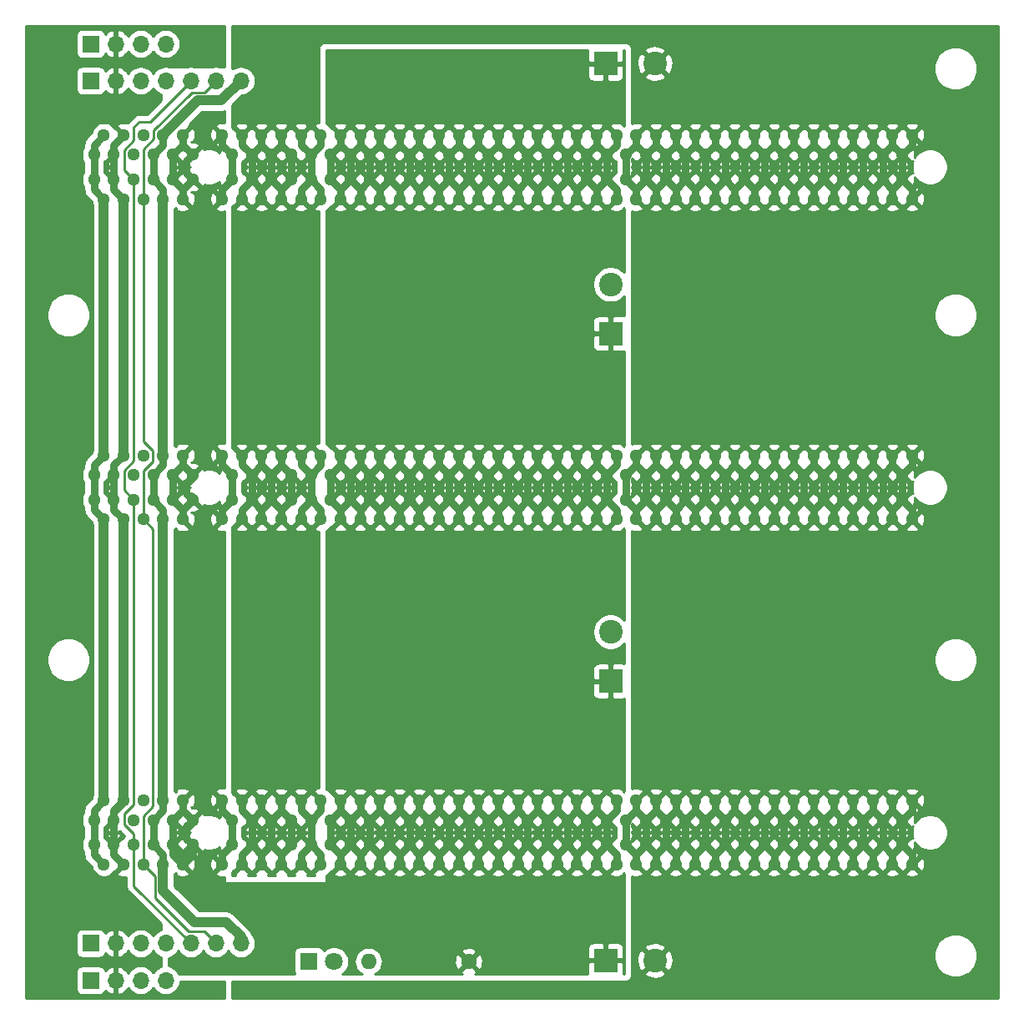
<source format=gbl>
G04 #@! TF.GenerationSoftware,KiCad,Pcbnew,(5.1.4)-1*
G04 #@! TF.CreationDate,2019-11-07T17:33:41+09:00*
G04 #@! TF.ProjectId,MotherBoard_PCIe,4d6f7468-6572-4426-9f61-72645f504349,rev?*
G04 #@! TF.SameCoordinates,Original*
G04 #@! TF.FileFunction,Copper,L2,Bot*
G04 #@! TF.FilePolarity,Positive*
%FSLAX46Y46*%
G04 Gerber Fmt 4.6, Leading zero omitted, Abs format (unit mm)*
G04 Created by KiCad (PCBNEW (5.1.4)-1) date 2019-11-07 17:33:41*
%MOMM*%
%LPD*%
G04 APERTURE LIST*
%ADD10C,1.600000*%
%ADD11O,1.600000X1.600000*%
%ADD12C,1.800000*%
%ADD13R,1.800000X1.800000*%
%ADD14R,2.400000X2.400000*%
%ADD15C,2.400000*%
%ADD16O,1.700000X1.700000*%
%ADD17R,1.700000X1.700000*%
%ADD18C,1.280000*%
%ADD19C,0.800000*%
%ADD20C,0.800000*%
%ADD21C,1.000000*%
%ADD22C,0.250000*%
%ADD23C,0.254000*%
G04 APERTURE END LIST*
D10*
X145600000Y-145600000D03*
D11*
X135440000Y-145600000D03*
D12*
X131940000Y-145600000D03*
D13*
X129400000Y-145600000D03*
D14*
X159500000Y-145500000D03*
D15*
X164500000Y-145500000D03*
X160000000Y-112150000D03*
D14*
X160000000Y-117150000D03*
X159500000Y-54500000D03*
D15*
X164500000Y-54500000D03*
D14*
X160000000Y-81900000D03*
D15*
X160000000Y-76900000D03*
D16*
X122490000Y-143750000D03*
X119950000Y-143750000D03*
X117410000Y-143750000D03*
X114870000Y-143750000D03*
X112330000Y-143750000D03*
X109790000Y-143750000D03*
D17*
X107250000Y-143750000D03*
D16*
X122490000Y-56250000D03*
X119950000Y-56250000D03*
X117410000Y-56250000D03*
X114870000Y-56250000D03*
X112330000Y-56250000D03*
X109790000Y-56250000D03*
D17*
X107250000Y-56250000D03*
D16*
X114870000Y-52500000D03*
X112330000Y-52500000D03*
X109790000Y-52500000D03*
D17*
X107250000Y-52500000D03*
D16*
X114870000Y-147500000D03*
X112330000Y-147500000D03*
X109790000Y-147500000D03*
D17*
X107250000Y-147500000D03*
D18*
X190600000Y-135750000D03*
X190600000Y-129250000D03*
X189600000Y-133750000D03*
X188600000Y-135750000D03*
X189600000Y-131250000D03*
X188600000Y-129250000D03*
X187600000Y-133750000D03*
X186600000Y-135750000D03*
X187600000Y-131250000D03*
X186600000Y-129250000D03*
X185600000Y-133750000D03*
X184600000Y-135750000D03*
X185600000Y-131250000D03*
X184600000Y-129250000D03*
X183600000Y-133750000D03*
X182600000Y-135750000D03*
X183600000Y-131250000D03*
X182600000Y-129250000D03*
X181600000Y-133750000D03*
X180600000Y-135750000D03*
X181600000Y-131250000D03*
X180600000Y-129250000D03*
X179600000Y-133750000D03*
X178600000Y-135750000D03*
X179600000Y-131250000D03*
X178600000Y-129250000D03*
X177600000Y-133750000D03*
X176600000Y-135750000D03*
X177600000Y-131250000D03*
X176600000Y-129250000D03*
X175600000Y-133750000D03*
X174600000Y-135750000D03*
X175600000Y-131250000D03*
X174600000Y-129250000D03*
X173600000Y-133750000D03*
X172600000Y-135750000D03*
X173600000Y-131250000D03*
X172600000Y-129250000D03*
X171600000Y-133750000D03*
X170600000Y-135750000D03*
X171600000Y-131250000D03*
X170600000Y-129250000D03*
X169600000Y-133750000D03*
X168600000Y-135750000D03*
X169600000Y-131250000D03*
X168600000Y-129250000D03*
X167600000Y-133750000D03*
X166600000Y-135750000D03*
X167600000Y-131250000D03*
X166600000Y-129250000D03*
X165600000Y-133750000D03*
X164600000Y-135750000D03*
X165600000Y-131250000D03*
X164600000Y-129250000D03*
X163600000Y-133750000D03*
X162600000Y-135750000D03*
X163600000Y-131250000D03*
X162600000Y-129250000D03*
X161600000Y-133750000D03*
X160600000Y-135750000D03*
X161600000Y-131250000D03*
X160600000Y-129250000D03*
X159600000Y-133750000D03*
X158600000Y-135750000D03*
X159600000Y-131250000D03*
X158600000Y-129250000D03*
X157600000Y-133750000D03*
X156600000Y-135750000D03*
X157600000Y-131250000D03*
X156600000Y-129250000D03*
X155600000Y-133750000D03*
X154600000Y-135750000D03*
X155600000Y-131250000D03*
X154600000Y-129250000D03*
X153600000Y-133750000D03*
X152600000Y-135750000D03*
X153600000Y-131250000D03*
X152600000Y-129250000D03*
X151600000Y-133750000D03*
X150600000Y-135750000D03*
X151600000Y-131250000D03*
X150600000Y-129250000D03*
X149600000Y-133750000D03*
X148600000Y-135750000D03*
X149600000Y-131250000D03*
X148600000Y-129250000D03*
X147600000Y-133750000D03*
X146600000Y-135750000D03*
X147600000Y-131250000D03*
X146600000Y-129250000D03*
X145600000Y-133750000D03*
X144600000Y-135750000D03*
X145600000Y-131250000D03*
X144600000Y-129250000D03*
X143600000Y-133750000D03*
X142600000Y-135750000D03*
X143600000Y-131250000D03*
X142600000Y-129250000D03*
X141600000Y-133750000D03*
X140600000Y-135750000D03*
X141600000Y-131250000D03*
X140600000Y-129250000D03*
X139600000Y-133750000D03*
X138600000Y-135750000D03*
X139600000Y-131250000D03*
X138600000Y-129250000D03*
X137600000Y-133750000D03*
X136600000Y-135750000D03*
X137600000Y-131250000D03*
X136600000Y-129250000D03*
X135600000Y-133750000D03*
X134600000Y-135750000D03*
X135600000Y-131250000D03*
X134600000Y-129250000D03*
X133600000Y-133750000D03*
X132600000Y-135750000D03*
X133600000Y-131250000D03*
X132600000Y-129250000D03*
X131600000Y-133750000D03*
X130600000Y-135750000D03*
X131600000Y-131250000D03*
X130600000Y-129250000D03*
X129600000Y-133750000D03*
X128600000Y-135750000D03*
X129600000Y-131250000D03*
X128600000Y-129250000D03*
X127600000Y-133750000D03*
X126600000Y-135750000D03*
X127600000Y-131250000D03*
X126600000Y-129250000D03*
X125600000Y-133750000D03*
X124600000Y-135750000D03*
X125600000Y-131250000D03*
X124600000Y-129250000D03*
X123600000Y-133750000D03*
X122600000Y-135750000D03*
X123600000Y-131250000D03*
X122600000Y-129250000D03*
X108600000Y-129250000D03*
X107600000Y-131250000D03*
X108600000Y-135750000D03*
X107600000Y-133750000D03*
X121600000Y-133750000D03*
X121600000Y-131250000D03*
X120600000Y-135750000D03*
X120600000Y-129250000D03*
X110600000Y-129250000D03*
X110600000Y-135750000D03*
X112600000Y-129250000D03*
X112600000Y-135750000D03*
X114600000Y-129250000D03*
X114600000Y-135750000D03*
X116600000Y-135750000D03*
X116600000Y-129250000D03*
X109600000Y-133750000D03*
X109600000Y-131250000D03*
X111600000Y-133750000D03*
X111600000Y-131250000D03*
X113600000Y-133750000D03*
X113600000Y-131250000D03*
X115600000Y-133750000D03*
X115600000Y-131250000D03*
X117600000Y-133750000D03*
X117600000Y-131250000D03*
X190600000Y-68250000D03*
X190600000Y-61750000D03*
X189600000Y-66250000D03*
X188600000Y-68250000D03*
X189600000Y-63750000D03*
X188600000Y-61750000D03*
X187600000Y-66250000D03*
X186600000Y-68250000D03*
X187600000Y-63750000D03*
X186600000Y-61750000D03*
X185600000Y-66250000D03*
X184600000Y-68250000D03*
X185600000Y-63750000D03*
X184600000Y-61750000D03*
X183600000Y-66250000D03*
X182600000Y-68250000D03*
X183600000Y-63750000D03*
X182600000Y-61750000D03*
X181600000Y-66250000D03*
X180600000Y-68250000D03*
X181600000Y-63750000D03*
X180600000Y-61750000D03*
X179600000Y-66250000D03*
X178600000Y-68250000D03*
X179600000Y-63750000D03*
X178600000Y-61750000D03*
X177600000Y-66250000D03*
X176600000Y-68250000D03*
X177600000Y-63750000D03*
X176600000Y-61750000D03*
X175600000Y-66250000D03*
X174600000Y-68250000D03*
X175600000Y-63750000D03*
X174600000Y-61750000D03*
X173600000Y-66250000D03*
X172600000Y-68250000D03*
X173600000Y-63750000D03*
X172600000Y-61750000D03*
X171600000Y-66250000D03*
X170600000Y-68250000D03*
X171600000Y-63750000D03*
X170600000Y-61750000D03*
X169600000Y-66250000D03*
X168600000Y-68250000D03*
X169600000Y-63750000D03*
X168600000Y-61750000D03*
X167600000Y-66250000D03*
X166600000Y-68250000D03*
X167600000Y-63750000D03*
X166600000Y-61750000D03*
X165600000Y-66250000D03*
X164600000Y-68250000D03*
X165600000Y-63750000D03*
X164600000Y-61750000D03*
X163600000Y-66250000D03*
X162600000Y-68250000D03*
X163600000Y-63750000D03*
X162600000Y-61750000D03*
X161600000Y-66250000D03*
X160600000Y-68250000D03*
X161600000Y-63750000D03*
X160600000Y-61750000D03*
X159600000Y-66250000D03*
X158600000Y-68250000D03*
X159600000Y-63750000D03*
X158600000Y-61750000D03*
X157600000Y-66250000D03*
X156600000Y-68250000D03*
X157600000Y-63750000D03*
X156600000Y-61750000D03*
X155600000Y-66250000D03*
X154600000Y-68250000D03*
X155600000Y-63750000D03*
X154600000Y-61750000D03*
X153600000Y-66250000D03*
X152600000Y-68250000D03*
X153600000Y-63750000D03*
X152600000Y-61750000D03*
X151600000Y-66250000D03*
X150600000Y-68250000D03*
X151600000Y-63750000D03*
X150600000Y-61750000D03*
X149600000Y-66250000D03*
X148600000Y-68250000D03*
X149600000Y-63750000D03*
X148600000Y-61750000D03*
X147600000Y-66250000D03*
X146600000Y-68250000D03*
X147600000Y-63750000D03*
X146600000Y-61750000D03*
X145600000Y-66250000D03*
X144600000Y-68250000D03*
X145600000Y-63750000D03*
X144600000Y-61750000D03*
X143600000Y-66250000D03*
X142600000Y-68250000D03*
X143600000Y-63750000D03*
X142600000Y-61750000D03*
X141600000Y-66250000D03*
X140600000Y-68250000D03*
X141600000Y-63750000D03*
X140600000Y-61750000D03*
X139600000Y-66250000D03*
X138600000Y-68250000D03*
X139600000Y-63750000D03*
X138600000Y-61750000D03*
X137600000Y-66250000D03*
X136600000Y-68250000D03*
X137600000Y-63750000D03*
X136600000Y-61750000D03*
X135600000Y-66250000D03*
X134600000Y-68250000D03*
X135600000Y-63750000D03*
X134600000Y-61750000D03*
X133600000Y-66250000D03*
X132600000Y-68250000D03*
X133600000Y-63750000D03*
X132600000Y-61750000D03*
X131600000Y-66250000D03*
X130600000Y-68250000D03*
X131600000Y-63750000D03*
X130600000Y-61750000D03*
X129600000Y-66250000D03*
X128600000Y-68250000D03*
X129600000Y-63750000D03*
X128600000Y-61750000D03*
X127600000Y-66250000D03*
X126600000Y-68250000D03*
X127600000Y-63750000D03*
X126600000Y-61750000D03*
X125600000Y-66250000D03*
X124600000Y-68250000D03*
X125600000Y-63750000D03*
X124600000Y-61750000D03*
X123600000Y-66250000D03*
X122600000Y-68250000D03*
X123600000Y-63750000D03*
X122600000Y-61750000D03*
X108600000Y-61750000D03*
X107600000Y-63750000D03*
X108600000Y-68250000D03*
X107600000Y-66250000D03*
X121600000Y-66250000D03*
X121600000Y-63750000D03*
X120600000Y-68250000D03*
X120600000Y-61750000D03*
X110600000Y-61750000D03*
X110600000Y-68250000D03*
X112600000Y-61750000D03*
X112600000Y-68250000D03*
X114600000Y-61750000D03*
X114600000Y-68250000D03*
X116600000Y-68250000D03*
X116600000Y-61750000D03*
X109600000Y-66250000D03*
X109600000Y-63750000D03*
X111600000Y-66250000D03*
X111600000Y-63750000D03*
X113600000Y-66250000D03*
X113600000Y-63750000D03*
X115600000Y-66250000D03*
X115600000Y-63750000D03*
X117600000Y-66250000D03*
X117600000Y-63750000D03*
X190600000Y-100750000D03*
X190600000Y-94250000D03*
X189600000Y-98750000D03*
X188600000Y-100750000D03*
X189600000Y-96250000D03*
X188600000Y-94250000D03*
X187600000Y-98750000D03*
X186600000Y-100750000D03*
X187600000Y-96250000D03*
X186600000Y-94250000D03*
X185600000Y-98750000D03*
X184600000Y-100750000D03*
X185600000Y-96250000D03*
X184600000Y-94250000D03*
X183600000Y-98750000D03*
X182600000Y-100750000D03*
X183600000Y-96250000D03*
X182600000Y-94250000D03*
X181600000Y-98750000D03*
X180600000Y-100750000D03*
X181600000Y-96250000D03*
X180600000Y-94250000D03*
X179600000Y-98750000D03*
X178600000Y-100750000D03*
X179600000Y-96250000D03*
X178600000Y-94250000D03*
X177600000Y-98750000D03*
X176600000Y-100750000D03*
X177600000Y-96250000D03*
X176600000Y-94250000D03*
X175600000Y-98750000D03*
X174600000Y-100750000D03*
X175600000Y-96250000D03*
X174600000Y-94250000D03*
X173600000Y-98750000D03*
X172600000Y-100750000D03*
X173600000Y-96250000D03*
X172600000Y-94250000D03*
X171600000Y-98750000D03*
X170600000Y-100750000D03*
X171600000Y-96250000D03*
X170600000Y-94250000D03*
X169600000Y-98750000D03*
X168600000Y-100750000D03*
X169600000Y-96250000D03*
X168600000Y-94250000D03*
X167600000Y-98750000D03*
X166600000Y-100750000D03*
X167600000Y-96250000D03*
X166600000Y-94250000D03*
X165600000Y-98750000D03*
X164600000Y-100750000D03*
X165600000Y-96250000D03*
X164600000Y-94250000D03*
X163600000Y-98750000D03*
X162600000Y-100750000D03*
X163600000Y-96250000D03*
X162600000Y-94250000D03*
X161600000Y-98750000D03*
X160600000Y-100750000D03*
X161600000Y-96250000D03*
X160600000Y-94250000D03*
X159600000Y-98750000D03*
X158600000Y-100750000D03*
X159600000Y-96250000D03*
X158600000Y-94250000D03*
X157600000Y-98750000D03*
X156600000Y-100750000D03*
X157600000Y-96250000D03*
X156600000Y-94250000D03*
X155600000Y-98750000D03*
X154600000Y-100750000D03*
X155600000Y-96250000D03*
X154600000Y-94250000D03*
X153600000Y-98750000D03*
X152600000Y-100750000D03*
X153600000Y-96250000D03*
X152600000Y-94250000D03*
X151600000Y-98750000D03*
X150600000Y-100750000D03*
X151600000Y-96250000D03*
X150600000Y-94250000D03*
X149600000Y-98750000D03*
X148600000Y-100750000D03*
X149600000Y-96250000D03*
X148600000Y-94250000D03*
X147600000Y-98750000D03*
X146600000Y-100750000D03*
X147600000Y-96250000D03*
X146600000Y-94250000D03*
X145600000Y-98750000D03*
X144600000Y-100750000D03*
X145600000Y-96250000D03*
X144600000Y-94250000D03*
X143600000Y-98750000D03*
X142600000Y-100750000D03*
X143600000Y-96250000D03*
X142600000Y-94250000D03*
X141600000Y-98750000D03*
X140600000Y-100750000D03*
X141600000Y-96250000D03*
X140600000Y-94250000D03*
X139600000Y-98750000D03*
X138600000Y-100750000D03*
X139600000Y-96250000D03*
X138600000Y-94250000D03*
X137600000Y-98750000D03*
X136600000Y-100750000D03*
X137600000Y-96250000D03*
X136600000Y-94250000D03*
X135600000Y-98750000D03*
X134600000Y-100750000D03*
X135600000Y-96250000D03*
X134600000Y-94250000D03*
X133600000Y-98750000D03*
X132600000Y-100750000D03*
X133600000Y-96250000D03*
X132600000Y-94250000D03*
X131600000Y-98750000D03*
X130600000Y-100750000D03*
X131600000Y-96250000D03*
X130600000Y-94250000D03*
X129600000Y-98750000D03*
X128600000Y-100750000D03*
X129600000Y-96250000D03*
X128600000Y-94250000D03*
X127600000Y-98750000D03*
X126600000Y-100750000D03*
X127600000Y-96250000D03*
X126600000Y-94250000D03*
X125600000Y-98750000D03*
X124600000Y-100750000D03*
X125600000Y-96250000D03*
X124600000Y-94250000D03*
X123600000Y-98750000D03*
X122600000Y-100750000D03*
X123600000Y-96250000D03*
X122600000Y-94250000D03*
X108600000Y-94250000D03*
X107600000Y-96250000D03*
X108600000Y-100750000D03*
X107600000Y-98750000D03*
X121600000Y-98750000D03*
X121600000Y-96250000D03*
X120600000Y-100750000D03*
X120600000Y-94250000D03*
X110600000Y-94250000D03*
X110600000Y-100750000D03*
X112600000Y-94250000D03*
X112600000Y-100750000D03*
X114600000Y-94250000D03*
X114600000Y-100750000D03*
X116600000Y-100750000D03*
X116600000Y-94250000D03*
X109600000Y-98750000D03*
X109600000Y-96250000D03*
X111600000Y-98750000D03*
X111600000Y-96250000D03*
X113600000Y-98750000D03*
X113600000Y-96250000D03*
X115600000Y-98750000D03*
X115600000Y-96250000D03*
X117600000Y-98750000D03*
X117600000Y-96250000D03*
D19*
X155000000Y-75000000D03*
X145000000Y-75000000D03*
X135000000Y-75000000D03*
X140000000Y-70000000D03*
X120000000Y-70000000D03*
X150000000Y-70000000D03*
X160000000Y-70000000D03*
X150000000Y-80000000D03*
X140000000Y-80000000D03*
X135000000Y-85000000D03*
X145000000Y-85000000D03*
X155000000Y-85000000D03*
X150000000Y-90000000D03*
X140000000Y-90000000D03*
X120000000Y-80000000D03*
X120000000Y-90000000D03*
X135000000Y-105000000D03*
X145000000Y-105000000D03*
X155000000Y-105000000D03*
X150000000Y-110000000D03*
X140000000Y-110000000D03*
X135000000Y-115000000D03*
X145000000Y-115000000D03*
X155000000Y-115000000D03*
X150000000Y-120000000D03*
X140000000Y-120000000D03*
X135000000Y-125000000D03*
X145000000Y-125000000D03*
X155000000Y-125000000D03*
X140000000Y-140000000D03*
X120000000Y-140000000D03*
X125000000Y-145000000D03*
X120000000Y-110000000D03*
X120000000Y-120000000D03*
X160000000Y-120000000D03*
X135000000Y-55000000D03*
X140000000Y-60000000D03*
X145000000Y-55000000D03*
X150000000Y-60000000D03*
X195000000Y-65000000D03*
X195000000Y-75000000D03*
X185000000Y-75000000D03*
X175000000Y-75000000D03*
X165000000Y-75000000D03*
X125000000Y-75000000D03*
X130000000Y-70000000D03*
X170000000Y-70000000D03*
X180000000Y-70000000D03*
X190000000Y-70000000D03*
X190000000Y-80000000D03*
X180000000Y-80000000D03*
X170000000Y-80000000D03*
X130000000Y-80000000D03*
X125000000Y-85000000D03*
X175000000Y-85000000D03*
X185000000Y-85000000D03*
X190000000Y-90000000D03*
X180000000Y-90000000D03*
X170000000Y-90000000D03*
X130000000Y-90000000D03*
X125000000Y-105000000D03*
X165000000Y-105000000D03*
X175000000Y-105000000D03*
X185000000Y-105000000D03*
X195000000Y-105000000D03*
X195000000Y-95000000D03*
X190000000Y-110000000D03*
X180000000Y-110000000D03*
X170000000Y-110000000D03*
X130000000Y-110000000D03*
X125000000Y-115000000D03*
X165000000Y-115000000D03*
X175000000Y-115000000D03*
X185000000Y-115000000D03*
X190000000Y-120000000D03*
X180000000Y-120000000D03*
X170000000Y-120000000D03*
X130000000Y-120000000D03*
X125000000Y-125000000D03*
X165000000Y-125000000D03*
X175000000Y-125000000D03*
X185000000Y-125000000D03*
X195000000Y-125000000D03*
X195000000Y-135000000D03*
X190000000Y-140000000D03*
X180000000Y-140000000D03*
X185000000Y-145000000D03*
X165000000Y-85000000D03*
X125000000Y-149000000D03*
X135000000Y-149000000D03*
X146000000Y-149000000D03*
X155000000Y-149000000D03*
X195000000Y-85000000D03*
X175000000Y-55000000D03*
X190000000Y-60000000D03*
X180000000Y-60000000D03*
X185000000Y-55000000D03*
X170000000Y-60000000D03*
X124000000Y-52000000D03*
X140000000Y-52000000D03*
X130000000Y-52000000D03*
X150000000Y-52000000D03*
X160000000Y-52000000D03*
X170000000Y-52000000D03*
X105000000Y-55000000D03*
X105000000Y-65000000D03*
X105000000Y-75000000D03*
X105000000Y-85000000D03*
X105000000Y-95000000D03*
X105000000Y-105000000D03*
X105000000Y-125000000D03*
X105000000Y-135000000D03*
X105000000Y-145000000D03*
X113500000Y-141500000D03*
X113500000Y-58000000D03*
X113500000Y-54000000D03*
X113500000Y-145500000D03*
X102500000Y-110000000D03*
X102500000Y-120000000D03*
X102500000Y-100000000D03*
X102500000Y-90000000D03*
X102500000Y-70000000D03*
X102500000Y-60000000D03*
X102500000Y-130000000D03*
D20*
X117600000Y-96485998D02*
X116960001Y-97125997D01*
X116960001Y-98110001D02*
X117600000Y-98750000D01*
X116960001Y-97125997D02*
X116960001Y-98110001D01*
X131600000Y-63750000D02*
X131600000Y-66250000D01*
X115600000Y-63750000D02*
X115600000Y-66250000D01*
X116600000Y-62750000D02*
X115600000Y-63750000D01*
X116600000Y-67250000D02*
X115600000Y-66250000D01*
X116600000Y-67250000D02*
X117600000Y-66250000D01*
X116600000Y-68250000D02*
X116600000Y-67250000D01*
X116600000Y-62750000D02*
X117600000Y-63750000D01*
X116600000Y-61750000D02*
X116600000Y-62750000D01*
X158600000Y-67250000D02*
X159600000Y-66250000D01*
X158600000Y-62750000D02*
X159600000Y-63750000D01*
X156600000Y-67250000D02*
X157600000Y-66250000D01*
X156600000Y-62750000D02*
X157600000Y-63750000D01*
X154600000Y-67250000D02*
X155600000Y-66250000D01*
X154600000Y-62750000D02*
X155600000Y-63750000D01*
X152600000Y-67250000D02*
X153600000Y-66250000D01*
X152600000Y-62750000D02*
X153600000Y-63750000D01*
X150600000Y-67250000D02*
X151600000Y-66250000D01*
X150600000Y-62750000D02*
X151600000Y-63750000D01*
X148600000Y-67250000D02*
X149600000Y-66250000D01*
X148600000Y-62750000D02*
X149600000Y-63750000D01*
X146600000Y-67250000D02*
X147600000Y-66250000D01*
X146600000Y-62750000D02*
X147600000Y-63750000D01*
X144600000Y-67250000D02*
X145600000Y-66250000D01*
X144600000Y-62750000D02*
X145600000Y-63750000D01*
X142600000Y-67250000D02*
X143600000Y-66250000D01*
X142600000Y-62750000D02*
X143600000Y-63750000D01*
X140600000Y-67250000D02*
X141600000Y-66250000D01*
X140600000Y-62750000D02*
X141600000Y-63750000D01*
X138600000Y-67250000D02*
X139600000Y-66250000D01*
X138600000Y-62750000D02*
X139600000Y-63750000D01*
X136600000Y-67250000D02*
X137600000Y-66250000D01*
X136600000Y-62750000D02*
X137600000Y-63750000D01*
X134600000Y-67250000D02*
X135600000Y-66250000D01*
X134600000Y-62750000D02*
X135600000Y-63750000D01*
X116600000Y-95250000D02*
X115600000Y-96250000D01*
X116600000Y-95250000D02*
X117600000Y-96250000D01*
X116600000Y-94250000D02*
X116600000Y-95250000D01*
X116600000Y-130250000D02*
X115600000Y-131250000D01*
X115600000Y-131250000D02*
X115600000Y-133750000D01*
X115600000Y-134750000D02*
X116600000Y-135750000D01*
X115600000Y-133750000D02*
X115600000Y-134750000D01*
X117600000Y-134750000D02*
X116600000Y-135750000D01*
X117600000Y-133750000D02*
X117600000Y-134750000D01*
X116600000Y-130250000D02*
X117600000Y-131250000D01*
X116600000Y-129250000D02*
X116600000Y-130250000D01*
X116960001Y-133110001D02*
X117600000Y-133750000D01*
X116960001Y-132125997D02*
X116960001Y-133110001D01*
X117600000Y-131485998D02*
X116960001Y-132125997D01*
X117600000Y-131250000D02*
X117600000Y-131485998D01*
X116600000Y-62750000D02*
X115600000Y-63750000D01*
X116600000Y-62750000D02*
X117600000Y-63750000D01*
X116600000Y-61750000D02*
X116600000Y-62750000D01*
X132600000Y-62750000D02*
X131600000Y-63750000D01*
X132600000Y-67250000D02*
X131600000Y-66250000D01*
X158600000Y-67250000D02*
X157600000Y-66250000D01*
X160600000Y-62750000D02*
X159600000Y-63750000D01*
X160600000Y-68250000D02*
X160600000Y-67250000D01*
X156600000Y-67250000D02*
X155600000Y-66250000D01*
X159600000Y-63750000D02*
X159600000Y-66250000D01*
X158600000Y-61750000D02*
X158600000Y-62750000D01*
X156600000Y-61750000D02*
X156600000Y-62750000D01*
X156600000Y-68250000D02*
X156600000Y-67250000D01*
X156600000Y-62750000D02*
X155600000Y-63750000D01*
X155600000Y-63750000D02*
X155600000Y-66250000D01*
X160600000Y-61750000D02*
X160600000Y-62750000D01*
X158600000Y-62750000D02*
X157600000Y-63750000D01*
X157600000Y-63750000D02*
X157600000Y-66250000D01*
X160600000Y-67250000D02*
X159600000Y-66250000D01*
X158600000Y-68250000D02*
X158600000Y-67250000D01*
X152600000Y-61750000D02*
X152600000Y-62750000D01*
X144600000Y-67250000D02*
X143600000Y-66250000D01*
X152600000Y-67250000D02*
X151600000Y-66250000D01*
X143600000Y-63750000D02*
X143600000Y-66250000D01*
X142600000Y-62750000D02*
X141600000Y-63750000D01*
X154600000Y-67250000D02*
X153600000Y-66250000D01*
X153600000Y-63750000D02*
X153600000Y-66250000D01*
X152600000Y-68250000D02*
X152600000Y-67250000D01*
X154600000Y-61750000D02*
X154600000Y-62750000D01*
X146600000Y-62750000D02*
X145600000Y-63750000D01*
X154600000Y-68250000D02*
X154600000Y-67250000D01*
X144600000Y-62750000D02*
X143600000Y-63750000D01*
X150600000Y-61750000D02*
X150600000Y-62750000D01*
X152600000Y-62750000D02*
X151600000Y-63750000D01*
X148600000Y-62750000D02*
X147600000Y-63750000D01*
X142600000Y-67250000D02*
X141600000Y-66250000D01*
X147600000Y-63750000D02*
X147600000Y-66250000D01*
X144600000Y-61750000D02*
X144600000Y-62750000D01*
X148600000Y-67250000D02*
X147600000Y-66250000D01*
X150600000Y-68250000D02*
X150600000Y-67250000D01*
X154600000Y-62750000D02*
X153600000Y-63750000D01*
X151600000Y-63750000D02*
X151600000Y-66250000D01*
X148600000Y-61750000D02*
X148600000Y-62750000D01*
X146600000Y-61750000D02*
X146600000Y-62750000D01*
X150600000Y-62750000D02*
X149600000Y-63750000D01*
X149600000Y-63750000D02*
X149600000Y-66250000D01*
X141600000Y-63750000D02*
X141600000Y-66250000D01*
X144600000Y-68250000D02*
X144600000Y-67250000D01*
X146600000Y-67250000D02*
X145600000Y-66250000D01*
X150600000Y-67250000D02*
X149600000Y-66250000D01*
X142600000Y-61750000D02*
X142600000Y-62750000D01*
X142600000Y-68250000D02*
X142600000Y-67250000D01*
X148600000Y-68250000D02*
X148600000Y-67250000D01*
X145600000Y-63750000D02*
X145600000Y-66250000D01*
X146600000Y-68250000D02*
X146600000Y-67250000D01*
X134600000Y-68250000D02*
X134600000Y-67250000D01*
X136600000Y-68250000D02*
X136600000Y-67250000D01*
X138600000Y-61750000D02*
X138600000Y-62750000D01*
X136600000Y-62750000D02*
X135600000Y-63750000D01*
X138600000Y-62750000D02*
X137600000Y-63750000D01*
X136600000Y-67250000D02*
X135600000Y-66250000D01*
X133600000Y-63750000D02*
X133600000Y-66250000D01*
X140600000Y-67250000D02*
X139600000Y-66250000D01*
X140600000Y-68250000D02*
X140600000Y-67250000D01*
X134600000Y-67250000D02*
X133600000Y-66250000D01*
X139600000Y-63750000D02*
X139600000Y-66250000D01*
X140600000Y-62750000D02*
X139600000Y-63750000D01*
X140600000Y-61750000D02*
X140600000Y-62750000D01*
X137600000Y-63750000D02*
X137600000Y-66250000D01*
X138600000Y-67250000D02*
X137600000Y-66250000D01*
X138600000Y-68250000D02*
X138600000Y-67250000D01*
X134600000Y-62750000D02*
X133600000Y-63750000D01*
X136600000Y-61750000D02*
X136600000Y-62750000D01*
X135600000Y-63750000D02*
X135600000Y-66250000D01*
X134600000Y-61750000D02*
X134600000Y-62750000D01*
X132600000Y-62750000D02*
X133600000Y-63750000D01*
X132600000Y-67250000D02*
X133600000Y-66250000D01*
X132600000Y-68250000D02*
X132600000Y-67250000D01*
X132600000Y-61750000D02*
X132600000Y-62750000D01*
X120600000Y-62750000D02*
X121600000Y-63750000D01*
X120600000Y-61750000D02*
X120600000Y-62750000D01*
X121600000Y-63750000D02*
X121600000Y-66250000D01*
X120600000Y-67250000D02*
X121600000Y-66250000D01*
X120600000Y-68250000D02*
X120600000Y-67250000D01*
X132600000Y-99750000D02*
X131600000Y-98750000D01*
X116600000Y-94250000D02*
X116600000Y-95250000D01*
X116600000Y-95250000D02*
X117600000Y-96250000D01*
X148600000Y-95250000D02*
X149600000Y-96250000D01*
X152600000Y-95250000D02*
X153600000Y-96250000D01*
X134600000Y-95250000D02*
X135600000Y-96250000D01*
X154600000Y-99750000D02*
X155600000Y-98750000D01*
X138600000Y-95250000D02*
X139600000Y-96250000D01*
X134600000Y-99750000D02*
X135600000Y-98750000D01*
X140600000Y-95250000D02*
X141600000Y-96250000D01*
X152600000Y-99750000D02*
X153600000Y-98750000D01*
X138600000Y-99750000D02*
X139600000Y-98750000D01*
X136600000Y-99750000D02*
X137600000Y-98750000D01*
X136600000Y-95250000D02*
X137600000Y-96250000D01*
X142600000Y-99750000D02*
X143600000Y-98750000D01*
X144600000Y-99750000D02*
X145600000Y-98750000D01*
X142600000Y-95250000D02*
X143600000Y-96250000D01*
X144600000Y-95250000D02*
X145600000Y-96250000D01*
X150600000Y-99750000D02*
X151600000Y-98750000D01*
X146600000Y-99750000D02*
X147600000Y-98750000D01*
X140600000Y-99750000D02*
X141600000Y-98750000D01*
X146600000Y-95250000D02*
X147600000Y-96250000D01*
X148600000Y-99750000D02*
X149600000Y-98750000D01*
X154600000Y-95250000D02*
X155600000Y-96250000D01*
X150600000Y-95250000D02*
X151600000Y-96250000D01*
X156600000Y-95250000D02*
X157600000Y-96250000D01*
X158600000Y-95250000D02*
X159600000Y-96250000D01*
X156600000Y-99750000D02*
X157600000Y-98750000D01*
X158600000Y-99750000D02*
X159600000Y-98750000D01*
X132600000Y-95250000D02*
X131600000Y-96250000D01*
X134600000Y-94250000D02*
X134600000Y-95250000D01*
X135600000Y-96250000D02*
X135600000Y-98750000D01*
X136600000Y-94250000D02*
X136600000Y-95250000D01*
X132600000Y-99750000D02*
X133600000Y-98750000D01*
X134600000Y-95250000D02*
X133600000Y-96250000D01*
X138600000Y-100750000D02*
X138600000Y-99750000D01*
X138600000Y-99750000D02*
X137600000Y-98750000D01*
X137600000Y-96250000D02*
X137600000Y-98750000D01*
X140600000Y-94250000D02*
X140600000Y-95250000D01*
X140600000Y-95250000D02*
X139600000Y-96250000D01*
X132600000Y-100750000D02*
X132600000Y-99750000D01*
X139600000Y-96250000D02*
X139600000Y-98750000D01*
X134600000Y-99750000D02*
X133600000Y-98750000D01*
X140600000Y-100750000D02*
X140600000Y-99750000D01*
X140600000Y-99750000D02*
X139600000Y-98750000D01*
X133600000Y-96250000D02*
X133600000Y-98750000D01*
X136600000Y-99750000D02*
X135600000Y-98750000D01*
X138600000Y-95250000D02*
X137600000Y-96250000D01*
X136600000Y-95250000D02*
X135600000Y-96250000D01*
X138600000Y-94250000D02*
X138600000Y-95250000D01*
X136600000Y-100750000D02*
X136600000Y-99750000D01*
X134600000Y-100750000D02*
X134600000Y-99750000D01*
X146600000Y-100750000D02*
X146600000Y-99750000D01*
X145600000Y-96250000D02*
X145600000Y-98750000D01*
X148600000Y-100750000D02*
X148600000Y-99750000D01*
X142600000Y-100750000D02*
X142600000Y-99750000D01*
X142600000Y-94250000D02*
X142600000Y-95250000D01*
X150600000Y-99750000D02*
X149600000Y-98750000D01*
X146600000Y-99750000D02*
X145600000Y-98750000D01*
X144600000Y-100750000D02*
X144600000Y-99750000D01*
X141600000Y-96250000D02*
X141600000Y-98750000D01*
X149600000Y-96250000D02*
X149600000Y-98750000D01*
X150600000Y-95250000D02*
X149600000Y-96250000D01*
X146600000Y-94250000D02*
X146600000Y-95250000D01*
X148600000Y-94250000D02*
X148600000Y-95250000D01*
X116600000Y-95250000D02*
X115600000Y-96250000D01*
X151600000Y-96250000D02*
X151600000Y-98750000D01*
X154600000Y-95250000D02*
X153600000Y-96250000D01*
X150600000Y-100750000D02*
X150600000Y-99750000D01*
X148600000Y-99750000D02*
X147600000Y-98750000D01*
X144600000Y-94250000D02*
X144600000Y-95250000D01*
X147600000Y-96250000D02*
X147600000Y-98750000D01*
X142600000Y-99750000D02*
X141600000Y-98750000D01*
X148600000Y-95250000D02*
X147600000Y-96250000D01*
X152600000Y-95250000D02*
X151600000Y-96250000D01*
X150600000Y-94250000D02*
X150600000Y-95250000D01*
X144600000Y-95250000D02*
X143600000Y-96250000D01*
X154600000Y-100750000D02*
X154600000Y-99750000D01*
X146600000Y-95250000D02*
X145600000Y-96250000D01*
X154600000Y-94250000D02*
X154600000Y-95250000D01*
X152600000Y-100750000D02*
X152600000Y-99750000D01*
X153600000Y-96250000D02*
X153600000Y-98750000D01*
X154600000Y-99750000D02*
X153600000Y-98750000D01*
X142600000Y-95250000D02*
X141600000Y-96250000D01*
X143600000Y-96250000D02*
X143600000Y-98750000D01*
X152600000Y-99750000D02*
X151600000Y-98750000D01*
X144600000Y-99750000D02*
X143600000Y-98750000D01*
X152600000Y-94250000D02*
X152600000Y-95250000D01*
X158600000Y-100750000D02*
X158600000Y-99750000D01*
X160600000Y-99750000D02*
X159600000Y-98750000D01*
X157600000Y-96250000D02*
X157600000Y-98750000D01*
X158600000Y-95250000D02*
X157600000Y-96250000D01*
X160600000Y-94250000D02*
X160600000Y-95250000D01*
X155600000Y-96250000D02*
X155600000Y-98750000D01*
X156600000Y-95250000D02*
X155600000Y-96250000D01*
X156600000Y-100750000D02*
X156600000Y-99750000D01*
X156600000Y-94250000D02*
X156600000Y-95250000D01*
X158600000Y-94250000D02*
X158600000Y-95250000D01*
X159600000Y-96250000D02*
X159600000Y-98750000D01*
X156600000Y-99750000D02*
X155600000Y-98750000D01*
X160600000Y-100750000D02*
X160600000Y-99750000D01*
X160600000Y-95250000D02*
X159600000Y-96250000D01*
X158600000Y-99750000D02*
X157600000Y-98750000D01*
X120600000Y-95250000D02*
X121600000Y-96250000D01*
X120600000Y-94250000D02*
X120600000Y-95250000D01*
X121600000Y-96250000D02*
X121600000Y-98750000D01*
X120600000Y-100750000D02*
X120600000Y-99750000D01*
X120600000Y-99750000D02*
X121600000Y-98750000D01*
X131600000Y-96250000D02*
X131600000Y-98750000D01*
X116600000Y-100750000D02*
X116600000Y-99750000D01*
X116600000Y-99750000D02*
X117600000Y-98750000D01*
X116600000Y-94250000D02*
X116600000Y-95250000D01*
X116600000Y-99750000D02*
X115600000Y-98750000D01*
X116600000Y-95250000D02*
X117600000Y-96250000D01*
X116600000Y-95250000D02*
X115600000Y-96250000D01*
X115600000Y-96250000D02*
X115600000Y-98750000D01*
X132600000Y-95250000D02*
X133600000Y-96250000D01*
X132600000Y-94250000D02*
X132600000Y-95250000D01*
X132600000Y-134750000D02*
X131600000Y-133750000D01*
X116600000Y-129250000D02*
X116600000Y-130250000D01*
X116600000Y-130250000D02*
X117600000Y-131250000D01*
X148600000Y-130250000D02*
X149600000Y-131250000D01*
X152600000Y-130250000D02*
X153600000Y-131250000D01*
X134600000Y-130250000D02*
X135600000Y-131250000D01*
X154600000Y-134750000D02*
X155600000Y-133750000D01*
X138600000Y-130250000D02*
X139600000Y-131250000D01*
X134600000Y-134750000D02*
X135600000Y-133750000D01*
X140600000Y-130250000D02*
X141600000Y-131250000D01*
X152600000Y-134750000D02*
X153600000Y-133750000D01*
X138600000Y-134750000D02*
X139600000Y-133750000D01*
X136600000Y-134750000D02*
X137600000Y-133750000D01*
X136600000Y-130250000D02*
X137600000Y-131250000D01*
X142600000Y-134750000D02*
X143600000Y-133750000D01*
X144600000Y-134750000D02*
X145600000Y-133750000D01*
X142600000Y-130250000D02*
X143600000Y-131250000D01*
X144600000Y-130250000D02*
X145600000Y-131250000D01*
X150600000Y-134750000D02*
X151600000Y-133750000D01*
X146600000Y-134750000D02*
X147600000Y-133750000D01*
X140600000Y-134750000D02*
X141600000Y-133750000D01*
X146600000Y-130250000D02*
X147600000Y-131250000D01*
X148600000Y-134750000D02*
X149600000Y-133750000D01*
X154600000Y-130250000D02*
X155600000Y-131250000D01*
X150600000Y-130250000D02*
X151600000Y-131250000D01*
X156600000Y-130250000D02*
X157600000Y-131250000D01*
X158600000Y-130250000D02*
X159600000Y-131250000D01*
X156600000Y-134750000D02*
X157600000Y-133750000D01*
X158600000Y-134750000D02*
X159600000Y-133750000D01*
X132600000Y-130250000D02*
X131600000Y-131250000D01*
X134600000Y-129250000D02*
X134600000Y-130250000D01*
X135600000Y-131250000D02*
X135600000Y-133750000D01*
X136600000Y-129250000D02*
X136600000Y-130250000D01*
X132600000Y-134750000D02*
X133600000Y-133750000D01*
X134600000Y-130250000D02*
X133600000Y-131250000D01*
X138600000Y-135750000D02*
X138600000Y-134750000D01*
X138600000Y-134750000D02*
X137600000Y-133750000D01*
X137600000Y-131250000D02*
X137600000Y-133750000D01*
X140600000Y-129250000D02*
X140600000Y-130250000D01*
X140600000Y-130250000D02*
X139600000Y-131250000D01*
X132600000Y-135750000D02*
X132600000Y-134750000D01*
X139600000Y-131250000D02*
X139600000Y-133750000D01*
X134600000Y-134750000D02*
X133600000Y-133750000D01*
X140600000Y-135750000D02*
X140600000Y-134750000D01*
X140600000Y-134750000D02*
X139600000Y-133750000D01*
X133600000Y-131250000D02*
X133600000Y-133750000D01*
X136600000Y-134750000D02*
X135600000Y-133750000D01*
X138600000Y-130250000D02*
X137600000Y-131250000D01*
X136600000Y-130250000D02*
X135600000Y-131250000D01*
X138600000Y-129250000D02*
X138600000Y-130250000D01*
X136600000Y-135750000D02*
X136600000Y-134750000D01*
X134600000Y-135750000D02*
X134600000Y-134750000D01*
X146600000Y-135750000D02*
X146600000Y-134750000D01*
X145600000Y-131250000D02*
X145600000Y-133750000D01*
X148600000Y-135750000D02*
X148600000Y-134750000D01*
X142600000Y-135750000D02*
X142600000Y-134750000D01*
X142600000Y-129250000D02*
X142600000Y-130250000D01*
X150600000Y-134750000D02*
X149600000Y-133750000D01*
X146600000Y-134750000D02*
X145600000Y-133750000D01*
X144600000Y-135750000D02*
X144600000Y-134750000D01*
X141600000Y-131250000D02*
X141600000Y-133750000D01*
X149600000Y-131250000D02*
X149600000Y-133750000D01*
X150600000Y-130250000D02*
X149600000Y-131250000D01*
X146600000Y-129250000D02*
X146600000Y-130250000D01*
X148600000Y-129250000D02*
X148600000Y-130250000D01*
X116600000Y-130250000D02*
X115600000Y-131250000D01*
X151600000Y-131250000D02*
X151600000Y-133750000D01*
X154600000Y-130250000D02*
X153600000Y-131250000D01*
X150600000Y-135750000D02*
X150600000Y-134750000D01*
X148600000Y-134750000D02*
X147600000Y-133750000D01*
X144600000Y-129250000D02*
X144600000Y-130250000D01*
X147600000Y-131250000D02*
X147600000Y-133750000D01*
X142600000Y-134750000D02*
X141600000Y-133750000D01*
X148600000Y-130250000D02*
X147600000Y-131250000D01*
X152600000Y-130250000D02*
X151600000Y-131250000D01*
X150600000Y-129250000D02*
X150600000Y-130250000D01*
X144600000Y-130250000D02*
X143600000Y-131250000D01*
X154600000Y-135750000D02*
X154600000Y-134750000D01*
X146600000Y-130250000D02*
X145600000Y-131250000D01*
X154600000Y-129250000D02*
X154600000Y-130250000D01*
X152600000Y-135750000D02*
X152600000Y-134750000D01*
X153600000Y-131250000D02*
X153600000Y-133750000D01*
X154600000Y-134750000D02*
X153600000Y-133750000D01*
X142600000Y-130250000D02*
X141600000Y-131250000D01*
X143600000Y-131250000D02*
X143600000Y-133750000D01*
X152600000Y-134750000D02*
X151600000Y-133750000D01*
X144600000Y-134750000D02*
X143600000Y-133750000D01*
X152600000Y-129250000D02*
X152600000Y-130250000D01*
X158600000Y-135750000D02*
X158600000Y-134750000D01*
X160600000Y-134750000D02*
X159600000Y-133750000D01*
X157600000Y-131250000D02*
X157600000Y-133750000D01*
X158600000Y-130250000D02*
X157600000Y-131250000D01*
X160600000Y-129250000D02*
X160600000Y-130250000D01*
X155600000Y-131250000D02*
X155600000Y-133750000D01*
X156600000Y-130250000D02*
X155600000Y-131250000D01*
X156600000Y-135750000D02*
X156600000Y-134750000D01*
X156600000Y-129250000D02*
X156600000Y-130250000D01*
X158600000Y-129250000D02*
X158600000Y-130250000D01*
X159600000Y-131250000D02*
X159600000Y-133750000D01*
X156600000Y-134750000D02*
X155600000Y-133750000D01*
X160600000Y-135750000D02*
X160600000Y-134750000D01*
X160600000Y-130250000D02*
X159600000Y-131250000D01*
X158600000Y-134750000D02*
X157600000Y-133750000D01*
X120600000Y-130250000D02*
X121600000Y-131250000D01*
X120600000Y-129250000D02*
X120600000Y-130250000D01*
X121600000Y-131250000D02*
X121600000Y-133750000D01*
X120600000Y-135750000D02*
X120600000Y-134750000D01*
X120600000Y-134750000D02*
X121600000Y-133750000D01*
X131600000Y-131250000D02*
X131600000Y-133750000D01*
X116600000Y-135750000D02*
X116600000Y-134750000D01*
X116600000Y-134750000D02*
X117600000Y-133750000D01*
X116600000Y-129250000D02*
X116600000Y-130250000D01*
X116600000Y-134750000D02*
X115600000Y-133750000D01*
X116600000Y-130250000D02*
X117600000Y-131250000D01*
X116600000Y-130250000D02*
X115600000Y-131250000D01*
X115600000Y-131250000D02*
X115600000Y-133750000D01*
X132600000Y-130250000D02*
X133600000Y-131250000D01*
X132600000Y-129250000D02*
X132600000Y-130250000D01*
X117600000Y-98514002D02*
X117600000Y-98750000D01*
X117449999Y-98364001D02*
X117600000Y-98514002D01*
X117600000Y-96250000D02*
X117600000Y-96485998D01*
X117600000Y-96485998D02*
X117449999Y-96635999D01*
X116960001Y-131889999D02*
X116960001Y-133110001D01*
X117600000Y-131250000D02*
X116960001Y-131889999D01*
X116960001Y-65610001D02*
X117600000Y-66250000D01*
X117600000Y-63750000D02*
X116960001Y-64389999D01*
X116960001Y-64389999D02*
X116960001Y-65610001D01*
X161600000Y-63750000D02*
X161600000Y-66250000D01*
X123600000Y-63750000D02*
X123600000Y-66250000D01*
X122600000Y-67250000D02*
X123600000Y-66250000D01*
X122600000Y-68250000D02*
X122600000Y-67250000D01*
X122600000Y-62750000D02*
X123600000Y-63750000D01*
X122600000Y-61750000D02*
X122600000Y-62750000D01*
X188600000Y-67250000D02*
X189600000Y-66250000D01*
X188600000Y-62750000D02*
X189600000Y-63750000D01*
X186600000Y-67250000D02*
X187600000Y-66250000D01*
X186600000Y-62750000D02*
X187600000Y-63750000D01*
X184600000Y-67250000D02*
X185600000Y-66250000D01*
X184600000Y-62750000D02*
X185600000Y-63750000D01*
X182600000Y-67250000D02*
X183600000Y-66250000D01*
X182600000Y-62750000D02*
X183600000Y-63750000D01*
X180600000Y-67250000D02*
X181600000Y-66250000D01*
X180600000Y-62750000D02*
X181600000Y-63750000D01*
X178600000Y-67250000D02*
X179600000Y-66250000D01*
X178600000Y-62750000D02*
X179600000Y-63750000D01*
X176600000Y-67250000D02*
X177600000Y-66250000D01*
X176600000Y-62750000D02*
X177600000Y-63750000D01*
X174600000Y-67250000D02*
X175600000Y-66250000D01*
X174600000Y-62750000D02*
X175600000Y-63750000D01*
X172600000Y-67250000D02*
X173600000Y-66250000D01*
X172600000Y-62750000D02*
X173600000Y-63750000D01*
X170600000Y-67250000D02*
X171600000Y-66250000D01*
X170600000Y-62750000D02*
X171600000Y-63750000D01*
X168600000Y-67250000D02*
X169600000Y-66250000D01*
X168600000Y-62750000D02*
X169600000Y-63750000D01*
X166600000Y-67250000D02*
X167600000Y-66250000D01*
X166600000Y-62750000D02*
X167600000Y-63750000D01*
X164600000Y-67250000D02*
X165600000Y-66250000D01*
X164600000Y-62750000D02*
X165600000Y-63750000D01*
X162600000Y-67250000D02*
X163600000Y-66250000D01*
X162600000Y-62750000D02*
X163600000Y-63750000D01*
X190600000Y-68250000D02*
X190600000Y-67250000D01*
X190600000Y-67250000D02*
X189600000Y-66250000D01*
X189600000Y-63750000D02*
X189600000Y-66250000D01*
X190600000Y-61750000D02*
X190600000Y-62750000D01*
X190600000Y-62750000D02*
X189600000Y-63750000D01*
X188600000Y-68250000D02*
X188600000Y-67250000D01*
X188600000Y-67250000D02*
X187600000Y-66250000D01*
X187600000Y-63750000D02*
X187600000Y-66250000D01*
X188600000Y-61750000D02*
X188600000Y-62750000D01*
X188600000Y-62750000D02*
X187600000Y-63750000D01*
X186600000Y-68250000D02*
X186600000Y-67250000D01*
X186600000Y-67250000D02*
X185600000Y-66250000D01*
X185600000Y-63750000D02*
X185600000Y-66250000D01*
X186600000Y-61750000D02*
X186600000Y-62750000D01*
X186600000Y-62750000D02*
X185600000Y-63750000D01*
X184600000Y-68250000D02*
X184600000Y-67250000D01*
X184600000Y-67250000D02*
X183600000Y-66250000D01*
X183600000Y-63750000D02*
X183600000Y-66250000D01*
X184600000Y-61750000D02*
X184600000Y-62750000D01*
X184600000Y-62750000D02*
X183600000Y-63750000D01*
X182600000Y-68250000D02*
X182600000Y-67250000D01*
X182600000Y-67250000D02*
X181600000Y-66250000D01*
X181600000Y-63750000D02*
X181600000Y-66250000D01*
X182600000Y-61750000D02*
X182600000Y-62750000D01*
X182600000Y-62750000D02*
X181600000Y-63750000D01*
X180600000Y-68250000D02*
X180600000Y-67250000D01*
X180600000Y-67250000D02*
X179600000Y-66250000D01*
X179600000Y-63750000D02*
X179600000Y-66250000D01*
X180600000Y-61750000D02*
X180600000Y-62750000D01*
X180600000Y-62750000D02*
X179600000Y-63750000D01*
X178600000Y-68250000D02*
X178600000Y-67250000D01*
X178600000Y-67250000D02*
X177600000Y-66250000D01*
X177600000Y-63750000D02*
X177600000Y-66250000D01*
X178600000Y-61750000D02*
X178600000Y-62750000D01*
X178600000Y-62750000D02*
X177600000Y-63750000D01*
X176600000Y-68250000D02*
X176600000Y-67250000D01*
X176600000Y-67250000D02*
X175600000Y-66250000D01*
X175600000Y-63750000D02*
X175600000Y-66250000D01*
X176600000Y-61750000D02*
X176600000Y-62750000D01*
X176600000Y-62750000D02*
X175600000Y-63750000D01*
X174600000Y-68250000D02*
X174600000Y-67250000D01*
X174600000Y-67250000D02*
X173600000Y-66250000D01*
X173600000Y-63750000D02*
X173600000Y-66250000D01*
X174600000Y-61750000D02*
X174600000Y-62750000D01*
X174600000Y-62750000D02*
X173600000Y-63750000D01*
X172600000Y-68250000D02*
X172600000Y-67250000D01*
X172600000Y-67250000D02*
X171600000Y-66250000D01*
X171600000Y-63750000D02*
X171600000Y-66250000D01*
X172600000Y-61750000D02*
X172600000Y-62750000D01*
X172600000Y-62750000D02*
X171600000Y-63750000D01*
X170600000Y-68250000D02*
X170600000Y-67250000D01*
X170600000Y-67250000D02*
X169600000Y-66250000D01*
X169600000Y-63750000D02*
X169600000Y-66250000D01*
X170600000Y-61750000D02*
X170600000Y-62750000D01*
X170600000Y-62750000D02*
X169600000Y-63750000D01*
X168600000Y-68250000D02*
X168600000Y-67250000D01*
X168600000Y-67250000D02*
X167600000Y-66250000D01*
X167600000Y-63750000D02*
X167600000Y-66250000D01*
X168600000Y-61750000D02*
X168600000Y-62750000D01*
X168600000Y-62750000D02*
X167600000Y-63750000D01*
X166600000Y-68250000D02*
X166600000Y-67250000D01*
X166600000Y-67250000D02*
X165600000Y-66250000D01*
X165600000Y-63750000D02*
X165600000Y-66250000D01*
X166600000Y-61750000D02*
X166600000Y-62750000D01*
X166600000Y-62750000D02*
X165600000Y-63750000D01*
X164600000Y-68250000D02*
X164600000Y-67250000D01*
X164600000Y-67250000D02*
X163600000Y-66250000D01*
X163600000Y-63750000D02*
X163600000Y-66250000D01*
X164600000Y-61750000D02*
X164600000Y-62750000D01*
X164600000Y-62750000D02*
X163600000Y-63750000D01*
X162600000Y-68250000D02*
X162600000Y-67250000D01*
X162600000Y-67250000D02*
X161600000Y-66250000D01*
X162600000Y-61750000D02*
X162600000Y-62750000D01*
X162600000Y-62750000D02*
X161600000Y-63750000D01*
X126600000Y-67250000D02*
X127600000Y-66250000D01*
X126600000Y-62750000D02*
X127600000Y-63750000D01*
X127600000Y-63750000D02*
X127600000Y-66250000D01*
X124600000Y-67250000D02*
X123600000Y-66250000D01*
X124600000Y-67250000D02*
X125600000Y-66250000D01*
X124600000Y-68250000D02*
X124600000Y-67250000D01*
X124600000Y-62750000D02*
X123600000Y-63750000D01*
X124600000Y-62750000D02*
X125600000Y-63750000D01*
X124600000Y-61750000D02*
X124600000Y-62750000D01*
X126600000Y-62750000D02*
X125600000Y-63750000D01*
X126600000Y-61750000D02*
X126600000Y-62750000D01*
X126600000Y-67250000D02*
X125600000Y-66250000D01*
X126600000Y-68250000D02*
X126600000Y-67250000D01*
X128600000Y-67250000D02*
X129600000Y-66250000D01*
X128600000Y-68250000D02*
X128600000Y-67250000D01*
X130600000Y-67250000D02*
X129600000Y-66250000D01*
X130600000Y-68250000D02*
X130600000Y-67250000D01*
X130600000Y-62750000D02*
X129600000Y-63750000D01*
X130600000Y-61750000D02*
X130600000Y-62750000D01*
X128600000Y-62750000D02*
X129600000Y-63750000D01*
X128600000Y-61750000D02*
X128600000Y-62750000D01*
X129600000Y-63750000D02*
X129600000Y-66250000D01*
X125600000Y-63750000D02*
X125600000Y-66250000D01*
X184600000Y-100750000D02*
X184600000Y-99750000D01*
X186600000Y-95250000D02*
X185600000Y-96250000D01*
X178600000Y-95250000D02*
X177600000Y-96250000D01*
X187600000Y-96250000D02*
X187600000Y-98750000D01*
X188600000Y-95250000D02*
X187600000Y-96250000D01*
X182600000Y-95250000D02*
X181600000Y-96250000D01*
X186600000Y-99750000D02*
X185600000Y-98750000D01*
X182600000Y-99750000D02*
X181600000Y-98750000D01*
X184600000Y-94250000D02*
X184600000Y-95250000D01*
X185600000Y-96250000D02*
X185600000Y-98750000D01*
X182600000Y-100750000D02*
X182600000Y-99750000D01*
X180600000Y-94250000D02*
X180600000Y-95250000D01*
X183600000Y-96250000D02*
X183600000Y-98750000D01*
X186600000Y-100750000D02*
X186600000Y-99750000D01*
X186600000Y-94250000D02*
X186600000Y-95250000D01*
X182600000Y-94250000D02*
X182600000Y-95250000D01*
X180600000Y-95250000D02*
X179600000Y-96250000D01*
X179600000Y-96250000D02*
X179600000Y-98750000D01*
X180600000Y-99750000D02*
X179600000Y-98750000D01*
X178600000Y-99750000D02*
X177600000Y-98750000D01*
X180600000Y-100750000D02*
X180600000Y-99750000D01*
X178600000Y-100750000D02*
X178600000Y-99750000D01*
X188600000Y-99750000D02*
X187600000Y-98750000D01*
X188600000Y-94250000D02*
X188600000Y-95250000D01*
X177600000Y-96250000D02*
X177600000Y-98750000D01*
X188600000Y-100750000D02*
X188600000Y-99750000D01*
X178600000Y-94250000D02*
X178600000Y-95250000D01*
X184600000Y-95250000D02*
X183600000Y-96250000D01*
X181600000Y-96250000D02*
X181600000Y-98750000D01*
X184600000Y-99750000D02*
X183600000Y-98750000D01*
X190600000Y-99750000D02*
X189600000Y-98750000D01*
X190600000Y-100750000D02*
X190600000Y-99750000D01*
X190600000Y-94250000D02*
X190600000Y-95250000D01*
X190600000Y-95250000D02*
X189600000Y-96250000D01*
X189600000Y-96250000D02*
X189600000Y-98750000D01*
X126600000Y-99750000D02*
X127600000Y-98750000D01*
X126600000Y-95250000D02*
X127600000Y-96250000D01*
X127600000Y-96250000D02*
X127600000Y-98750000D01*
X170600000Y-95250000D02*
X171600000Y-96250000D01*
X180600000Y-99750000D02*
X181600000Y-98750000D01*
X172600000Y-95250000D02*
X173600000Y-96250000D01*
X176600000Y-95250000D02*
X177600000Y-96250000D01*
X162600000Y-95250000D02*
X163600000Y-96250000D01*
X182600000Y-95250000D02*
X183600000Y-96250000D01*
X176600000Y-99750000D02*
X177600000Y-98750000D01*
X184600000Y-95250000D02*
X185600000Y-96250000D01*
X170600000Y-99750000D02*
X171600000Y-98750000D01*
X188600000Y-95250000D02*
X189600000Y-96250000D01*
X168600000Y-99750000D02*
X169600000Y-98750000D01*
X182600000Y-99750000D02*
X183600000Y-98750000D01*
X164600000Y-99750000D02*
X165600000Y-98750000D01*
X188600000Y-99750000D02*
X189600000Y-98750000D01*
X174600000Y-95250000D02*
X175600000Y-96250000D01*
X178600000Y-95250000D02*
X179600000Y-96250000D01*
X166600000Y-99750000D02*
X167600000Y-98750000D01*
X174600000Y-99750000D02*
X175600000Y-98750000D01*
X178600000Y-99750000D02*
X179600000Y-98750000D01*
X172600000Y-99750000D02*
X173600000Y-98750000D01*
X180600000Y-95250000D02*
X181600000Y-96250000D01*
X186600000Y-99750000D02*
X187600000Y-98750000D01*
X184600000Y-99750000D02*
X185600000Y-98750000D01*
X164600000Y-95250000D02*
X165600000Y-96250000D01*
X168600000Y-95250000D02*
X169600000Y-96250000D01*
X162600000Y-99750000D02*
X163600000Y-98750000D01*
X166600000Y-95250000D02*
X167600000Y-96250000D01*
X186600000Y-95250000D02*
X187600000Y-96250000D01*
X175600000Y-96250000D02*
X175600000Y-98750000D01*
X174600000Y-94250000D02*
X174600000Y-95250000D01*
X164600000Y-100750000D02*
X164600000Y-99750000D01*
X170600000Y-100750000D02*
X170600000Y-99750000D01*
X162600000Y-99750000D02*
X161600000Y-98750000D01*
X166600000Y-95250000D02*
X165600000Y-96250000D01*
X168600000Y-99750000D02*
X167600000Y-98750000D01*
X164600000Y-99750000D02*
X163600000Y-98750000D01*
X172600000Y-94250000D02*
X172600000Y-95250000D01*
X165600000Y-96250000D02*
X165600000Y-98750000D01*
X174600000Y-95250000D02*
X173600000Y-96250000D01*
X164600000Y-95250000D02*
X163600000Y-96250000D01*
X166600000Y-94250000D02*
X166600000Y-95250000D01*
X169600000Y-96250000D02*
X169600000Y-98750000D01*
X164600000Y-94250000D02*
X164600000Y-95250000D01*
X176600000Y-100750000D02*
X176600000Y-99750000D01*
X176600000Y-94250000D02*
X176600000Y-95250000D01*
X170600000Y-99750000D02*
X169600000Y-98750000D01*
X173600000Y-96250000D02*
X173600000Y-98750000D01*
X167600000Y-96250000D02*
X167600000Y-98750000D01*
X176600000Y-99750000D02*
X175600000Y-98750000D01*
X166600000Y-100750000D02*
X166600000Y-99750000D01*
X163600000Y-96250000D02*
X163600000Y-98750000D01*
X168600000Y-94250000D02*
X168600000Y-95250000D01*
X170600000Y-95250000D02*
X169600000Y-96250000D01*
X176600000Y-95250000D02*
X175600000Y-96250000D01*
X168600000Y-100750000D02*
X168600000Y-99750000D01*
X162600000Y-100750000D02*
X162600000Y-99750000D01*
X172600000Y-99750000D02*
X171600000Y-98750000D01*
X162600000Y-95250000D02*
X161600000Y-96250000D01*
X168600000Y-95250000D02*
X167600000Y-96250000D01*
X170600000Y-94250000D02*
X170600000Y-95250000D01*
X171600000Y-96250000D02*
X171600000Y-98750000D01*
X174600000Y-100750000D02*
X174600000Y-99750000D01*
X162600000Y-94250000D02*
X162600000Y-95250000D01*
X166600000Y-99750000D02*
X165600000Y-98750000D01*
X172600000Y-100750000D02*
X172600000Y-99750000D01*
X172600000Y-95250000D02*
X171600000Y-96250000D01*
X174600000Y-99750000D02*
X173600000Y-98750000D01*
X123600000Y-96250000D02*
X123600000Y-98750000D01*
X122600000Y-100750000D02*
X122600000Y-99750000D01*
X122600000Y-95250000D02*
X123600000Y-96250000D01*
X122600000Y-99750000D02*
X123600000Y-98750000D01*
X122600000Y-94250000D02*
X122600000Y-95250000D01*
X161600000Y-96250000D02*
X161600000Y-98750000D01*
X130600000Y-94250000D02*
X130600000Y-95250000D01*
X129600000Y-96250000D02*
X129600000Y-98750000D01*
X128600000Y-99750000D02*
X129600000Y-98750000D01*
X128600000Y-100750000D02*
X128600000Y-99750000D01*
X130600000Y-95250000D02*
X129600000Y-96250000D01*
X124600000Y-100750000D02*
X124600000Y-99750000D01*
X124600000Y-99750000D02*
X125600000Y-98750000D01*
X126600000Y-94250000D02*
X126600000Y-95250000D01*
X126600000Y-95250000D02*
X125600000Y-96250000D01*
X130600000Y-99750000D02*
X129600000Y-98750000D01*
X130600000Y-100750000D02*
X130600000Y-99750000D01*
X128600000Y-95250000D02*
X129600000Y-96250000D01*
X128600000Y-94250000D02*
X128600000Y-95250000D01*
X124600000Y-95250000D02*
X123600000Y-96250000D01*
X126600000Y-100750000D02*
X126600000Y-99750000D01*
X126600000Y-99750000D02*
X125600000Y-98750000D01*
X124600000Y-99750000D02*
X123600000Y-98750000D01*
X124600000Y-94250000D02*
X124600000Y-95250000D01*
X124600000Y-95250000D02*
X125600000Y-96250000D01*
X125600000Y-96250000D02*
X125600000Y-98750000D01*
X184600000Y-135750000D02*
X184600000Y-134750000D01*
X186600000Y-130250000D02*
X185600000Y-131250000D01*
X178600000Y-130250000D02*
X177600000Y-131250000D01*
X187600000Y-131250000D02*
X187600000Y-133750000D01*
X188600000Y-130250000D02*
X187600000Y-131250000D01*
X182600000Y-130250000D02*
X181600000Y-131250000D01*
X186600000Y-134750000D02*
X185600000Y-133750000D01*
X182600000Y-134750000D02*
X181600000Y-133750000D01*
X184600000Y-129250000D02*
X184600000Y-130250000D01*
X185600000Y-131250000D02*
X185600000Y-133750000D01*
X182600000Y-135750000D02*
X182600000Y-134750000D01*
X180600000Y-129250000D02*
X180600000Y-130250000D01*
X183600000Y-131250000D02*
X183600000Y-133750000D01*
X186600000Y-135750000D02*
X186600000Y-134750000D01*
X186600000Y-129250000D02*
X186600000Y-130250000D01*
X182600000Y-129250000D02*
X182600000Y-130250000D01*
X180600000Y-130250000D02*
X179600000Y-131250000D01*
X179600000Y-131250000D02*
X179600000Y-133750000D01*
X180600000Y-134750000D02*
X179600000Y-133750000D01*
X178600000Y-134750000D02*
X177600000Y-133750000D01*
X180600000Y-135750000D02*
X180600000Y-134750000D01*
X178600000Y-135750000D02*
X178600000Y-134750000D01*
X188600000Y-134750000D02*
X187600000Y-133750000D01*
X188600000Y-129250000D02*
X188600000Y-130250000D01*
X177600000Y-131250000D02*
X177600000Y-133750000D01*
X188600000Y-135750000D02*
X188600000Y-134750000D01*
X178600000Y-129250000D02*
X178600000Y-130250000D01*
X184600000Y-130250000D02*
X183600000Y-131250000D01*
X181600000Y-131250000D02*
X181600000Y-133750000D01*
X184600000Y-134750000D02*
X183600000Y-133750000D01*
X190600000Y-134750000D02*
X189600000Y-133750000D01*
X190600000Y-135750000D02*
X190600000Y-134750000D01*
X190600000Y-129250000D02*
X190600000Y-130250000D01*
X190600000Y-130250000D02*
X189600000Y-131250000D01*
X189600000Y-131250000D02*
X189600000Y-133750000D01*
X126600000Y-134750000D02*
X127600000Y-133750000D01*
X126600000Y-130250000D02*
X127600000Y-131250000D01*
X127600000Y-131250000D02*
X127600000Y-133750000D01*
X170600000Y-130250000D02*
X171600000Y-131250000D01*
X180600000Y-134750000D02*
X181600000Y-133750000D01*
X172600000Y-130250000D02*
X173600000Y-131250000D01*
X176600000Y-130250000D02*
X177600000Y-131250000D01*
X162600000Y-130250000D02*
X163600000Y-131250000D01*
X182600000Y-130250000D02*
X183600000Y-131250000D01*
X176600000Y-134750000D02*
X177600000Y-133750000D01*
X184600000Y-130250000D02*
X185600000Y-131250000D01*
X170600000Y-134750000D02*
X171600000Y-133750000D01*
X188600000Y-130250000D02*
X189600000Y-131250000D01*
X168600000Y-134750000D02*
X169600000Y-133750000D01*
X182600000Y-134750000D02*
X183600000Y-133750000D01*
X164600000Y-134750000D02*
X165600000Y-133750000D01*
X188600000Y-134750000D02*
X189600000Y-133750000D01*
X174600000Y-130250000D02*
X175600000Y-131250000D01*
X178600000Y-130250000D02*
X179600000Y-131250000D01*
X166600000Y-134750000D02*
X167600000Y-133750000D01*
X174600000Y-134750000D02*
X175600000Y-133750000D01*
X178600000Y-134750000D02*
X179600000Y-133750000D01*
X172600000Y-134750000D02*
X173600000Y-133750000D01*
X180600000Y-130250000D02*
X181600000Y-131250000D01*
X186600000Y-134750000D02*
X187600000Y-133750000D01*
X184600000Y-134750000D02*
X185600000Y-133750000D01*
X164600000Y-130250000D02*
X165600000Y-131250000D01*
X168600000Y-130250000D02*
X169600000Y-131250000D01*
X162600000Y-134750000D02*
X163600000Y-133750000D01*
X166600000Y-130250000D02*
X167600000Y-131250000D01*
X186600000Y-130250000D02*
X187600000Y-131250000D01*
X175600000Y-131250000D02*
X175600000Y-133750000D01*
X174600000Y-129250000D02*
X174600000Y-130250000D01*
X164600000Y-135750000D02*
X164600000Y-134750000D01*
X170600000Y-135750000D02*
X170600000Y-134750000D01*
X162600000Y-134750000D02*
X161600000Y-133750000D01*
X166600000Y-130250000D02*
X165600000Y-131250000D01*
X168600000Y-134750000D02*
X167600000Y-133750000D01*
X164600000Y-134750000D02*
X163600000Y-133750000D01*
X172600000Y-129250000D02*
X172600000Y-130250000D01*
X165600000Y-131250000D02*
X165600000Y-133750000D01*
X174600000Y-130250000D02*
X173600000Y-131250000D01*
X164600000Y-130250000D02*
X163600000Y-131250000D01*
X166600000Y-129250000D02*
X166600000Y-130250000D01*
X169600000Y-131250000D02*
X169600000Y-133750000D01*
X164600000Y-129250000D02*
X164600000Y-130250000D01*
X176600000Y-135750000D02*
X176600000Y-134750000D01*
X176600000Y-129250000D02*
X176600000Y-130250000D01*
X170600000Y-134750000D02*
X169600000Y-133750000D01*
X173600000Y-131250000D02*
X173600000Y-133750000D01*
X167600000Y-131250000D02*
X167600000Y-133750000D01*
X176600000Y-134750000D02*
X175600000Y-133750000D01*
X166600000Y-135750000D02*
X166600000Y-134750000D01*
X163600000Y-131250000D02*
X163600000Y-133750000D01*
X168600000Y-129250000D02*
X168600000Y-130250000D01*
X170600000Y-130250000D02*
X169600000Y-131250000D01*
X176600000Y-130250000D02*
X175600000Y-131250000D01*
X168600000Y-135750000D02*
X168600000Y-134750000D01*
X162600000Y-135750000D02*
X162600000Y-134750000D01*
X172600000Y-134750000D02*
X171600000Y-133750000D01*
X162600000Y-130250000D02*
X161600000Y-131250000D01*
X168600000Y-130250000D02*
X167600000Y-131250000D01*
X170600000Y-129250000D02*
X170600000Y-130250000D01*
X171600000Y-131250000D02*
X171600000Y-133750000D01*
X174600000Y-135750000D02*
X174600000Y-134750000D01*
X162600000Y-129250000D02*
X162600000Y-130250000D01*
X166600000Y-134750000D02*
X165600000Y-133750000D01*
X172600000Y-135750000D02*
X172600000Y-134750000D01*
X172600000Y-130250000D02*
X171600000Y-131250000D01*
X174600000Y-134750000D02*
X173600000Y-133750000D01*
X123600000Y-131250000D02*
X123600000Y-133750000D01*
X122600000Y-135750000D02*
X122600000Y-134750000D01*
X122600000Y-130250000D02*
X123600000Y-131250000D01*
X122600000Y-134750000D02*
X123600000Y-133750000D01*
X122600000Y-129250000D02*
X122600000Y-130250000D01*
X161600000Y-131250000D02*
X161600000Y-133750000D01*
X130600000Y-129250000D02*
X130600000Y-130250000D01*
X129600000Y-131250000D02*
X129600000Y-133750000D01*
X128600000Y-134750000D02*
X129600000Y-133750000D01*
X128600000Y-135750000D02*
X128600000Y-134750000D01*
X130600000Y-130250000D02*
X129600000Y-131250000D01*
X124600000Y-135750000D02*
X124600000Y-134750000D01*
X124600000Y-134750000D02*
X125600000Y-133750000D01*
X126600000Y-129250000D02*
X126600000Y-130250000D01*
X126600000Y-130250000D02*
X125600000Y-131250000D01*
X130600000Y-134750000D02*
X129600000Y-133750000D01*
X130600000Y-135750000D02*
X130600000Y-134750000D01*
X128600000Y-130250000D02*
X129600000Y-131250000D01*
X128600000Y-129250000D02*
X128600000Y-130250000D01*
X124600000Y-130250000D02*
X123600000Y-131250000D01*
X126600000Y-135750000D02*
X126600000Y-134750000D01*
X126600000Y-134750000D02*
X125600000Y-133750000D01*
X124600000Y-134750000D02*
X123600000Y-133750000D01*
X124600000Y-129250000D02*
X124600000Y-130250000D01*
X124600000Y-130250000D02*
X125600000Y-131250000D01*
X125600000Y-131250000D02*
X125600000Y-133750000D01*
D21*
X114600000Y-94250000D02*
X114600000Y-68250000D01*
D20*
X113600000Y-63750000D02*
X114600000Y-62750000D01*
X114600000Y-67250000D02*
X113600000Y-66250000D01*
X114600000Y-62750000D02*
X114600000Y-61750000D01*
X114600000Y-68250000D02*
X114600000Y-67250000D01*
X113600000Y-66250000D02*
X113600000Y-63750000D01*
X114600000Y-99750000D02*
X113600000Y-98750000D01*
X114600000Y-95250000D02*
X114600000Y-94250000D01*
X113600000Y-98750000D02*
X113600000Y-96250000D01*
X113600000Y-96250000D02*
X114600000Y-95250000D01*
X114600000Y-134750000D02*
X113600000Y-133750000D01*
X114600000Y-135750000D02*
X114600000Y-134750000D01*
X114600000Y-130250000D02*
X114600000Y-129250000D01*
X113600000Y-133750000D02*
X113600000Y-131250000D01*
X113600000Y-131250000D02*
X114600000Y-130250000D01*
D21*
X115239999Y-61110001D02*
X114600000Y-61750000D01*
X118099989Y-58250011D02*
X115239999Y-61110001D01*
X120489989Y-58250011D02*
X118099989Y-58250011D01*
X122490000Y-56250000D02*
X120489989Y-58250011D01*
D20*
X114600000Y-100750000D02*
X114600000Y-99750000D01*
D21*
X114600000Y-129250000D02*
X114600000Y-101250000D01*
X114600000Y-138400000D02*
X117800000Y-141600000D01*
X114600000Y-135750000D02*
X114600000Y-138400000D01*
X117800000Y-141600000D02*
X121000000Y-141600000D01*
X121000000Y-141600000D02*
X122490000Y-143090000D01*
X122490000Y-143090000D02*
X122490000Y-143750000D01*
D22*
X112600000Y-99844904D02*
X112600000Y-100750000D01*
X112600000Y-95821798D02*
X112600000Y-99844904D01*
X113565001Y-94856797D02*
X112600000Y-95821798D01*
X113565001Y-93786799D02*
X113565001Y-94856797D01*
X112600000Y-92821798D02*
X113565001Y-93786799D01*
X112600000Y-68250000D02*
X112600000Y-92821798D01*
X112600000Y-134844904D02*
X112600000Y-135750000D01*
X112600000Y-130821798D02*
X112600000Y-134844904D01*
X113565001Y-129856797D02*
X112600000Y-130821798D01*
X113565001Y-101715001D02*
X113565001Y-129856797D01*
X112600000Y-100750000D02*
X113565001Y-101715001D01*
X119100001Y-57099999D02*
X119950000Y-56250000D01*
X113634999Y-61286799D02*
X117496797Y-57425001D01*
X118774999Y-57425001D02*
X119100001Y-57099999D01*
X117496797Y-57425001D02*
X118774999Y-57425001D01*
X113634999Y-62143203D02*
X113634999Y-61286799D01*
X112600000Y-63178202D02*
X113634999Y-62143203D01*
X112600000Y-68250000D02*
X112600000Y-63178202D01*
X112600000Y-135750000D02*
X113774990Y-136924990D01*
X119100001Y-142900001D02*
X119950000Y-143750000D01*
X113774990Y-136924990D02*
X113774990Y-139174990D01*
X117174999Y-142574999D02*
X118774999Y-142574999D01*
X113774990Y-139174990D02*
X117174999Y-142574999D01*
X118774999Y-142574999D02*
X119100001Y-142900001D01*
X111600000Y-133750000D02*
X111600000Y-136178202D01*
X113260000Y-60400000D02*
X117410000Y-56250000D01*
X110634999Y-65284999D02*
X110634999Y-63286799D01*
X111600000Y-66250000D02*
X110634999Y-65284999D01*
X110634999Y-63286799D02*
X111634999Y-62286799D01*
X111634999Y-62286799D02*
X111634999Y-60965001D01*
X111634999Y-60965001D02*
X112200000Y-60400000D01*
X112200000Y-60400000D02*
X113260000Y-60400000D01*
X111600000Y-78100000D02*
X111600000Y-66250000D01*
X111600000Y-94821798D02*
X111600000Y-78100000D01*
X110634999Y-95786799D02*
X111600000Y-94821798D01*
X111600000Y-98750000D02*
X110634999Y-97784999D01*
X110634999Y-97784999D02*
X110634999Y-95786799D01*
X111600000Y-111030002D02*
X111600000Y-98750000D01*
X111565001Y-136213201D02*
X111565001Y-132643203D01*
X111600000Y-136178202D02*
X111565001Y-136213201D01*
X111565001Y-132643203D02*
X110634999Y-131713201D01*
X110634999Y-131713201D02*
X110634999Y-130643203D01*
X110634999Y-130643203D02*
X111600000Y-129678202D01*
X111600000Y-129678202D02*
X111600000Y-111030002D01*
X111600000Y-136178202D02*
X111600000Y-137940000D01*
X111600000Y-137940000D02*
X117410000Y-143750000D01*
D21*
X110600000Y-94250000D02*
X110600000Y-68250000D01*
D20*
X109600000Y-133750000D02*
X109600000Y-131250000D01*
X109600000Y-130250000D02*
X110600000Y-129250000D01*
X109600000Y-134750000D02*
X110600000Y-135750000D01*
X109600000Y-131250000D02*
X109600000Y-130250000D01*
X109600000Y-133750000D02*
X109600000Y-134750000D01*
X109600000Y-98750000D02*
X109600000Y-96250000D01*
X109600000Y-95250000D02*
X110600000Y-94250000D01*
X109600000Y-99750000D02*
X110600000Y-100750000D01*
X109600000Y-96250000D02*
X109600000Y-95250000D01*
X109600000Y-98750000D02*
X109600000Y-99750000D01*
X109600000Y-67250000D02*
X110600000Y-68250000D01*
X109600000Y-66250000D02*
X109600000Y-67250000D01*
X109600000Y-66250000D02*
X109600000Y-63750000D01*
X109600000Y-62750000D02*
X110600000Y-61750000D01*
X109600000Y-63750000D02*
X109600000Y-62750000D01*
X109600000Y-131250000D02*
X109600000Y-133750000D01*
X109600000Y-130400000D02*
X109600000Y-131250000D01*
X110600000Y-129250000D02*
X110600000Y-129400000D01*
X110600000Y-129400000D02*
X109600000Y-130400000D01*
D21*
X110600000Y-129250000D02*
X110600000Y-100750000D01*
X108600000Y-94250000D02*
X108600000Y-68250000D01*
D20*
X107600000Y-133750000D02*
X107600000Y-131250000D01*
X107600000Y-130250000D02*
X108600000Y-129250000D01*
X107600000Y-134750000D02*
X108600000Y-135750000D01*
X107600000Y-131250000D02*
X107600000Y-130250000D01*
X107600000Y-133750000D02*
X107600000Y-134750000D01*
X107600000Y-98750000D02*
X107600000Y-96250000D01*
X107600000Y-95250000D02*
X108600000Y-94250000D01*
X107600000Y-99750000D02*
X108600000Y-100750000D01*
X107600000Y-96250000D02*
X107600000Y-95250000D01*
X107600000Y-98750000D02*
X107600000Y-99750000D01*
X107600000Y-67250000D02*
X108600000Y-68250000D01*
X107600000Y-66250000D02*
X107600000Y-67250000D01*
X107600000Y-66250000D02*
X107600000Y-63750000D01*
X107600000Y-62750000D02*
X108600000Y-61750000D01*
X107600000Y-63750000D02*
X107600000Y-62750000D01*
D21*
X108600000Y-129000000D02*
X108600000Y-100750000D01*
D23*
G36*
X199340001Y-149340000D02*
G01*
X121635000Y-149340000D01*
X121635000Y-147635000D01*
X161500000Y-147635000D01*
X161623882Y-147622799D01*
X161743004Y-147586664D01*
X161852787Y-147527983D01*
X161949013Y-147449013D01*
X162027983Y-147352787D01*
X162086664Y-147243004D01*
X162122799Y-147123882D01*
X162135000Y-147000000D01*
X162135000Y-146777980D01*
X163401626Y-146777980D01*
X163521514Y-147062836D01*
X163845210Y-147223699D01*
X164194069Y-147318322D01*
X164554684Y-147343067D01*
X164913198Y-147296985D01*
X165255833Y-147181846D01*
X165478486Y-147062836D01*
X165598374Y-146777980D01*
X164500000Y-145679605D01*
X163401626Y-146777980D01*
X162135000Y-146777980D01*
X162135000Y-145554684D01*
X162656933Y-145554684D01*
X162703015Y-145913198D01*
X162818154Y-146255833D01*
X162937164Y-146478486D01*
X163222020Y-146598374D01*
X164320395Y-145500000D01*
X164679605Y-145500000D01*
X165777980Y-146598374D01*
X166062836Y-146478486D01*
X166223699Y-146154790D01*
X166318322Y-145805931D01*
X166343067Y-145445316D01*
X166296985Y-145086802D01*
X166193845Y-144779872D01*
X192765000Y-144779872D01*
X192765000Y-145220128D01*
X192850890Y-145651925D01*
X193019369Y-146058669D01*
X193263962Y-146424729D01*
X193575271Y-146736038D01*
X193941331Y-146980631D01*
X194348075Y-147149110D01*
X194779872Y-147235000D01*
X195220128Y-147235000D01*
X195651925Y-147149110D01*
X196058669Y-146980631D01*
X196424729Y-146736038D01*
X196736038Y-146424729D01*
X196980631Y-146058669D01*
X197149110Y-145651925D01*
X197235000Y-145220128D01*
X197235000Y-144779872D01*
X197149110Y-144348075D01*
X196980631Y-143941331D01*
X196736038Y-143575271D01*
X196424729Y-143263962D01*
X196058669Y-143019369D01*
X195651925Y-142850890D01*
X195220128Y-142765000D01*
X194779872Y-142765000D01*
X194348075Y-142850890D01*
X193941331Y-143019369D01*
X193575271Y-143263962D01*
X193263962Y-143575271D01*
X193019369Y-143941331D01*
X192850890Y-144348075D01*
X192765000Y-144779872D01*
X166193845Y-144779872D01*
X166181846Y-144744167D01*
X166062836Y-144521514D01*
X165777980Y-144401626D01*
X164679605Y-145500000D01*
X164320395Y-145500000D01*
X163222020Y-144401626D01*
X162937164Y-144521514D01*
X162776301Y-144845210D01*
X162681678Y-145194069D01*
X162656933Y-145554684D01*
X162135000Y-145554684D01*
X162135000Y-144222020D01*
X163401626Y-144222020D01*
X164500000Y-145320395D01*
X165598374Y-144222020D01*
X165478486Y-143937164D01*
X165154790Y-143776301D01*
X164805931Y-143681678D01*
X164445316Y-143656933D01*
X164086802Y-143703015D01*
X163744167Y-143818154D01*
X163521514Y-143937164D01*
X163401626Y-144222020D01*
X162135000Y-144222020D01*
X162135000Y-136939504D01*
X162181601Y-136960924D01*
X162425881Y-137019282D01*
X162676851Y-137028862D01*
X162924868Y-136989296D01*
X163160401Y-136902105D01*
X163246598Y-136856031D01*
X163298771Y-136628376D01*
X163901229Y-136628376D01*
X163953402Y-136856031D01*
X164181601Y-136960924D01*
X164425881Y-137019282D01*
X164676851Y-137028862D01*
X164924868Y-136989296D01*
X165160401Y-136902105D01*
X165246598Y-136856031D01*
X165298771Y-136628376D01*
X165901229Y-136628376D01*
X165953402Y-136856031D01*
X166181601Y-136960924D01*
X166425881Y-137019282D01*
X166676851Y-137028862D01*
X166924868Y-136989296D01*
X167160401Y-136902105D01*
X167246598Y-136856031D01*
X167298771Y-136628376D01*
X167901229Y-136628376D01*
X167953402Y-136856031D01*
X168181601Y-136960924D01*
X168425881Y-137019282D01*
X168676851Y-137028862D01*
X168924868Y-136989296D01*
X169160401Y-136902105D01*
X169246598Y-136856031D01*
X169298771Y-136628376D01*
X169901229Y-136628376D01*
X169953402Y-136856031D01*
X170181601Y-136960924D01*
X170425881Y-137019282D01*
X170676851Y-137028862D01*
X170924868Y-136989296D01*
X171160401Y-136902105D01*
X171246598Y-136856031D01*
X171298771Y-136628376D01*
X171901229Y-136628376D01*
X171953402Y-136856031D01*
X172181601Y-136960924D01*
X172425881Y-137019282D01*
X172676851Y-137028862D01*
X172924868Y-136989296D01*
X173160401Y-136902105D01*
X173246598Y-136856031D01*
X173298771Y-136628376D01*
X173901229Y-136628376D01*
X173953402Y-136856031D01*
X174181601Y-136960924D01*
X174425881Y-137019282D01*
X174676851Y-137028862D01*
X174924868Y-136989296D01*
X175160401Y-136902105D01*
X175246598Y-136856031D01*
X175298771Y-136628376D01*
X175901229Y-136628376D01*
X175953402Y-136856031D01*
X176181601Y-136960924D01*
X176425881Y-137019282D01*
X176676851Y-137028862D01*
X176924868Y-136989296D01*
X177160401Y-136902105D01*
X177246598Y-136856031D01*
X177298771Y-136628376D01*
X177901229Y-136628376D01*
X177953402Y-136856031D01*
X178181601Y-136960924D01*
X178425881Y-137019282D01*
X178676851Y-137028862D01*
X178924868Y-136989296D01*
X179160401Y-136902105D01*
X179246598Y-136856031D01*
X179298771Y-136628376D01*
X179901229Y-136628376D01*
X179953402Y-136856031D01*
X180181601Y-136960924D01*
X180425881Y-137019282D01*
X180676851Y-137028862D01*
X180924868Y-136989296D01*
X181160401Y-136902105D01*
X181246598Y-136856031D01*
X181298771Y-136628376D01*
X181901229Y-136628376D01*
X181953402Y-136856031D01*
X182181601Y-136960924D01*
X182425881Y-137019282D01*
X182676851Y-137028862D01*
X182924868Y-136989296D01*
X183160401Y-136902105D01*
X183246598Y-136856031D01*
X183298771Y-136628376D01*
X183901229Y-136628376D01*
X183953402Y-136856031D01*
X184181601Y-136960924D01*
X184425881Y-137019282D01*
X184676851Y-137028862D01*
X184924868Y-136989296D01*
X185160401Y-136902105D01*
X185246598Y-136856031D01*
X185298771Y-136628376D01*
X185901229Y-136628376D01*
X185953402Y-136856031D01*
X186181601Y-136960924D01*
X186425881Y-137019282D01*
X186676851Y-137028862D01*
X186924868Y-136989296D01*
X187160401Y-136902105D01*
X187246598Y-136856031D01*
X187298771Y-136628376D01*
X187901229Y-136628376D01*
X187953402Y-136856031D01*
X188181601Y-136960924D01*
X188425881Y-137019282D01*
X188676851Y-137028862D01*
X188924868Y-136989296D01*
X189160401Y-136902105D01*
X189246598Y-136856031D01*
X189298771Y-136628376D01*
X189901229Y-136628376D01*
X189953402Y-136856031D01*
X190181601Y-136960924D01*
X190425881Y-137019282D01*
X190676851Y-137028862D01*
X190924868Y-136989296D01*
X191160401Y-136902105D01*
X191246598Y-136856031D01*
X191298771Y-136628376D01*
X190600000Y-135929605D01*
X189901229Y-136628376D01*
X189298771Y-136628376D01*
X188600000Y-135929605D01*
X187901229Y-136628376D01*
X187298771Y-136628376D01*
X186600000Y-135929605D01*
X185901229Y-136628376D01*
X185298771Y-136628376D01*
X184600000Y-135929605D01*
X183901229Y-136628376D01*
X183298771Y-136628376D01*
X182600000Y-135929605D01*
X181901229Y-136628376D01*
X181298771Y-136628376D01*
X180600000Y-135929605D01*
X179901229Y-136628376D01*
X179298771Y-136628376D01*
X178600000Y-135929605D01*
X177901229Y-136628376D01*
X177298771Y-136628376D01*
X176600000Y-135929605D01*
X175901229Y-136628376D01*
X175298771Y-136628376D01*
X174600000Y-135929605D01*
X173901229Y-136628376D01*
X173298771Y-136628376D01*
X172600000Y-135929605D01*
X171901229Y-136628376D01*
X171298771Y-136628376D01*
X170600000Y-135929605D01*
X169901229Y-136628376D01*
X169298771Y-136628376D01*
X168600000Y-135929605D01*
X167901229Y-136628376D01*
X167298771Y-136628376D01*
X166600000Y-135929605D01*
X165901229Y-136628376D01*
X165298771Y-136628376D01*
X164600000Y-135929605D01*
X163901229Y-136628376D01*
X163298771Y-136628376D01*
X162600000Y-135929605D01*
X162585858Y-135943748D01*
X162406253Y-135764143D01*
X162420395Y-135750000D01*
X162406253Y-135735858D01*
X162585858Y-135556253D01*
X162600000Y-135570395D01*
X162614143Y-135556253D01*
X162793748Y-135735858D01*
X162779605Y-135750000D01*
X163478376Y-136448771D01*
X163600000Y-136420898D01*
X163721624Y-136448771D01*
X164420395Y-135750000D01*
X164406253Y-135735858D01*
X164585858Y-135556253D01*
X164600000Y-135570395D01*
X164614143Y-135556253D01*
X164793748Y-135735858D01*
X164779605Y-135750000D01*
X165478376Y-136448771D01*
X165600000Y-136420898D01*
X165721624Y-136448771D01*
X166420395Y-135750000D01*
X166406253Y-135735858D01*
X166585858Y-135556253D01*
X166600000Y-135570395D01*
X166614143Y-135556253D01*
X166793748Y-135735858D01*
X166779605Y-135750000D01*
X167478376Y-136448771D01*
X167600000Y-136420898D01*
X167721624Y-136448771D01*
X168420395Y-135750000D01*
X168406253Y-135735858D01*
X168585858Y-135556253D01*
X168600000Y-135570395D01*
X168614143Y-135556253D01*
X168793748Y-135735858D01*
X168779605Y-135750000D01*
X169478376Y-136448771D01*
X169600000Y-136420898D01*
X169721624Y-136448771D01*
X170420395Y-135750000D01*
X170406253Y-135735858D01*
X170585858Y-135556253D01*
X170600000Y-135570395D01*
X170614143Y-135556253D01*
X170793748Y-135735858D01*
X170779605Y-135750000D01*
X171478376Y-136448771D01*
X171600000Y-136420898D01*
X171721624Y-136448771D01*
X172420395Y-135750000D01*
X172406253Y-135735858D01*
X172585858Y-135556253D01*
X172600000Y-135570395D01*
X172614143Y-135556253D01*
X172793748Y-135735858D01*
X172779605Y-135750000D01*
X173478376Y-136448771D01*
X173600000Y-136420898D01*
X173721624Y-136448771D01*
X174420395Y-135750000D01*
X174406253Y-135735858D01*
X174585858Y-135556253D01*
X174600000Y-135570395D01*
X174614143Y-135556253D01*
X174793748Y-135735858D01*
X174779605Y-135750000D01*
X175478376Y-136448771D01*
X175600000Y-136420898D01*
X175721624Y-136448771D01*
X176420395Y-135750000D01*
X176406253Y-135735858D01*
X176585858Y-135556253D01*
X176600000Y-135570395D01*
X176614143Y-135556253D01*
X176793748Y-135735858D01*
X176779605Y-135750000D01*
X177478376Y-136448771D01*
X177600000Y-136420898D01*
X177721624Y-136448771D01*
X178420395Y-135750000D01*
X178406253Y-135735858D01*
X178585858Y-135556253D01*
X178600000Y-135570395D01*
X178614143Y-135556253D01*
X178793748Y-135735858D01*
X178779605Y-135750000D01*
X179478376Y-136448771D01*
X179600000Y-136420898D01*
X179721624Y-136448771D01*
X180420395Y-135750000D01*
X180406253Y-135735858D01*
X180585858Y-135556253D01*
X180600000Y-135570395D01*
X180614143Y-135556253D01*
X180793748Y-135735858D01*
X180779605Y-135750000D01*
X181478376Y-136448771D01*
X181600000Y-136420898D01*
X181721624Y-136448771D01*
X182420395Y-135750000D01*
X182406253Y-135735858D01*
X182585858Y-135556253D01*
X182600000Y-135570395D01*
X182614143Y-135556253D01*
X182793748Y-135735858D01*
X182779605Y-135750000D01*
X183478376Y-136448771D01*
X183600000Y-136420898D01*
X183721624Y-136448771D01*
X184420395Y-135750000D01*
X184406253Y-135735858D01*
X184585858Y-135556253D01*
X184600000Y-135570395D01*
X184614143Y-135556253D01*
X184793748Y-135735858D01*
X184779605Y-135750000D01*
X185478376Y-136448771D01*
X185600000Y-136420898D01*
X185721624Y-136448771D01*
X186420395Y-135750000D01*
X186406253Y-135735858D01*
X186585858Y-135556253D01*
X186600000Y-135570395D01*
X186614143Y-135556253D01*
X186793748Y-135735858D01*
X186779605Y-135750000D01*
X187478376Y-136448771D01*
X187600000Y-136420898D01*
X187721624Y-136448771D01*
X188420395Y-135750000D01*
X188406253Y-135735858D01*
X188585858Y-135556253D01*
X188600000Y-135570395D01*
X188614143Y-135556253D01*
X188793748Y-135735858D01*
X188779605Y-135750000D01*
X189478376Y-136448771D01*
X189600000Y-136420898D01*
X189721624Y-136448771D01*
X190420395Y-135750000D01*
X190779605Y-135750000D01*
X191478376Y-136448771D01*
X191706031Y-136396598D01*
X191810924Y-136168399D01*
X191869282Y-135924119D01*
X191878862Y-135673149D01*
X191839296Y-135425132D01*
X191752105Y-135189599D01*
X191706031Y-135103402D01*
X191478376Y-135051229D01*
X190779605Y-135750000D01*
X190420395Y-135750000D01*
X190406253Y-135735858D01*
X190585858Y-135556253D01*
X190600000Y-135570395D01*
X191298771Y-134871624D01*
X191246598Y-134643969D01*
X191018399Y-134539076D01*
X190774119Y-134480718D01*
X190523149Y-134471138D01*
X190503828Y-134474220D01*
X190478378Y-134448770D01*
X190706031Y-134396598D01*
X190810924Y-134168399D01*
X190869282Y-133924119D01*
X190878862Y-133673149D01*
X190848102Y-133480334D01*
X190974662Y-133669744D01*
X191230256Y-133925338D01*
X191530801Y-134126156D01*
X191864750Y-134264482D01*
X192219268Y-134335000D01*
X192580732Y-134335000D01*
X192935250Y-134264482D01*
X193269199Y-134126156D01*
X193569744Y-133925338D01*
X193825338Y-133669744D01*
X194026156Y-133369199D01*
X194164482Y-133035250D01*
X194235000Y-132680732D01*
X194235000Y-132319268D01*
X194164482Y-131964750D01*
X194026156Y-131630801D01*
X193825338Y-131330256D01*
X193569744Y-131074662D01*
X193269199Y-130873844D01*
X192935250Y-130735518D01*
X192580732Y-130665000D01*
X192219268Y-130665000D01*
X191864750Y-130735518D01*
X191530801Y-130873844D01*
X191230256Y-131074662D01*
X190974662Y-131330256D01*
X190845540Y-131523501D01*
X190869282Y-131424119D01*
X190878862Y-131173149D01*
X190839296Y-130925132D01*
X190752105Y-130689599D01*
X190706031Y-130603402D01*
X190478378Y-130551230D01*
X190507221Y-130522387D01*
X190676851Y-130528862D01*
X190924868Y-130489296D01*
X191160401Y-130402105D01*
X191246598Y-130356031D01*
X191298771Y-130128376D01*
X190600000Y-129429605D01*
X190585858Y-129443748D01*
X190406253Y-129264143D01*
X190420395Y-129250000D01*
X190779605Y-129250000D01*
X191478376Y-129948771D01*
X191706031Y-129896598D01*
X191810924Y-129668399D01*
X191869282Y-129424119D01*
X191878862Y-129173149D01*
X191839296Y-128925132D01*
X191752105Y-128689599D01*
X191706031Y-128603402D01*
X191478376Y-128551229D01*
X190779605Y-129250000D01*
X190420395Y-129250000D01*
X189721624Y-128551229D01*
X189600000Y-128579102D01*
X189478376Y-128551229D01*
X188779605Y-129250000D01*
X188793748Y-129264143D01*
X188614143Y-129443748D01*
X188600000Y-129429605D01*
X188585858Y-129443748D01*
X188406253Y-129264143D01*
X188420395Y-129250000D01*
X187721624Y-128551229D01*
X187600000Y-128579102D01*
X187478376Y-128551229D01*
X186779605Y-129250000D01*
X186793748Y-129264143D01*
X186614143Y-129443748D01*
X186600000Y-129429605D01*
X186585858Y-129443748D01*
X186406253Y-129264143D01*
X186420395Y-129250000D01*
X185721624Y-128551229D01*
X185600000Y-128579102D01*
X185478376Y-128551229D01*
X184779605Y-129250000D01*
X184793748Y-129264143D01*
X184614143Y-129443748D01*
X184600000Y-129429605D01*
X184585858Y-129443748D01*
X184406253Y-129264143D01*
X184420395Y-129250000D01*
X183721624Y-128551229D01*
X183600000Y-128579102D01*
X183478376Y-128551229D01*
X182779605Y-129250000D01*
X182793748Y-129264143D01*
X182614143Y-129443748D01*
X182600000Y-129429605D01*
X182585858Y-129443748D01*
X182406253Y-129264143D01*
X182420395Y-129250000D01*
X181721624Y-128551229D01*
X181600000Y-128579102D01*
X181478376Y-128551229D01*
X180779605Y-129250000D01*
X180793748Y-129264143D01*
X180614143Y-129443748D01*
X180600000Y-129429605D01*
X180585858Y-129443748D01*
X180406253Y-129264143D01*
X180420395Y-129250000D01*
X179721624Y-128551229D01*
X179600000Y-128579102D01*
X179478376Y-128551229D01*
X178779605Y-129250000D01*
X178793748Y-129264143D01*
X178614143Y-129443748D01*
X178600000Y-129429605D01*
X178585858Y-129443748D01*
X178406253Y-129264143D01*
X178420395Y-129250000D01*
X177721624Y-128551229D01*
X177600000Y-128579102D01*
X177478376Y-128551229D01*
X176779605Y-129250000D01*
X176793748Y-129264143D01*
X176614143Y-129443748D01*
X176600000Y-129429605D01*
X176585858Y-129443748D01*
X176406253Y-129264143D01*
X176420395Y-129250000D01*
X175721624Y-128551229D01*
X175600000Y-128579102D01*
X175478376Y-128551229D01*
X174779605Y-129250000D01*
X174793748Y-129264143D01*
X174614143Y-129443748D01*
X174600000Y-129429605D01*
X174585858Y-129443748D01*
X174406253Y-129264143D01*
X174420395Y-129250000D01*
X173721624Y-128551229D01*
X173600000Y-128579102D01*
X173478376Y-128551229D01*
X172779605Y-129250000D01*
X172793748Y-129264143D01*
X172614143Y-129443748D01*
X172600000Y-129429605D01*
X172585858Y-129443748D01*
X172406253Y-129264143D01*
X172420395Y-129250000D01*
X171721624Y-128551229D01*
X171600000Y-128579102D01*
X171478376Y-128551229D01*
X170779605Y-129250000D01*
X170793748Y-129264143D01*
X170614143Y-129443748D01*
X170600000Y-129429605D01*
X170585858Y-129443748D01*
X170406253Y-129264143D01*
X170420395Y-129250000D01*
X169721624Y-128551229D01*
X169600000Y-128579102D01*
X169478376Y-128551229D01*
X168779605Y-129250000D01*
X168793748Y-129264143D01*
X168614143Y-129443748D01*
X168600000Y-129429605D01*
X168585858Y-129443748D01*
X168406253Y-129264143D01*
X168420395Y-129250000D01*
X167721624Y-128551229D01*
X167600000Y-128579102D01*
X167478376Y-128551229D01*
X166779605Y-129250000D01*
X166793748Y-129264143D01*
X166614143Y-129443748D01*
X166600000Y-129429605D01*
X166585858Y-129443748D01*
X166406253Y-129264143D01*
X166420395Y-129250000D01*
X165721624Y-128551229D01*
X165600000Y-128579102D01*
X165478376Y-128551229D01*
X164779605Y-129250000D01*
X164793748Y-129264143D01*
X164614143Y-129443748D01*
X164600000Y-129429605D01*
X164585858Y-129443748D01*
X164406253Y-129264143D01*
X164420395Y-129250000D01*
X163721624Y-128551229D01*
X163600000Y-128579102D01*
X163478376Y-128551229D01*
X162779605Y-129250000D01*
X162793748Y-129264143D01*
X162614143Y-129443748D01*
X162600000Y-129429605D01*
X162585858Y-129443748D01*
X162406253Y-129264143D01*
X162420395Y-129250000D01*
X162406253Y-129235858D01*
X162585858Y-129056253D01*
X162600000Y-129070395D01*
X163298771Y-128371624D01*
X163901229Y-128371624D01*
X164600000Y-129070395D01*
X165298771Y-128371624D01*
X165901229Y-128371624D01*
X166600000Y-129070395D01*
X167298771Y-128371624D01*
X167901229Y-128371624D01*
X168600000Y-129070395D01*
X169298771Y-128371624D01*
X169901229Y-128371624D01*
X170600000Y-129070395D01*
X171298771Y-128371624D01*
X171901229Y-128371624D01*
X172600000Y-129070395D01*
X173298771Y-128371624D01*
X173901229Y-128371624D01*
X174600000Y-129070395D01*
X175298771Y-128371624D01*
X175901229Y-128371624D01*
X176600000Y-129070395D01*
X177298771Y-128371624D01*
X177901229Y-128371624D01*
X178600000Y-129070395D01*
X179298771Y-128371624D01*
X179901229Y-128371624D01*
X180600000Y-129070395D01*
X181298771Y-128371624D01*
X181901229Y-128371624D01*
X182600000Y-129070395D01*
X183298771Y-128371624D01*
X183901229Y-128371624D01*
X184600000Y-129070395D01*
X185298771Y-128371624D01*
X185901229Y-128371624D01*
X186600000Y-129070395D01*
X187298771Y-128371624D01*
X187901229Y-128371624D01*
X188600000Y-129070395D01*
X189298771Y-128371624D01*
X189901229Y-128371624D01*
X190600000Y-129070395D01*
X191298771Y-128371624D01*
X191246598Y-128143969D01*
X191018399Y-128039076D01*
X190774119Y-127980718D01*
X190523149Y-127971138D01*
X190275132Y-128010704D01*
X190039599Y-128097895D01*
X189953402Y-128143969D01*
X189901229Y-128371624D01*
X189298771Y-128371624D01*
X189246598Y-128143969D01*
X189018399Y-128039076D01*
X188774119Y-127980718D01*
X188523149Y-127971138D01*
X188275132Y-128010704D01*
X188039599Y-128097895D01*
X187953402Y-128143969D01*
X187901229Y-128371624D01*
X187298771Y-128371624D01*
X187246598Y-128143969D01*
X187018399Y-128039076D01*
X186774119Y-127980718D01*
X186523149Y-127971138D01*
X186275132Y-128010704D01*
X186039599Y-128097895D01*
X185953402Y-128143969D01*
X185901229Y-128371624D01*
X185298771Y-128371624D01*
X185246598Y-128143969D01*
X185018399Y-128039076D01*
X184774119Y-127980718D01*
X184523149Y-127971138D01*
X184275132Y-128010704D01*
X184039599Y-128097895D01*
X183953402Y-128143969D01*
X183901229Y-128371624D01*
X183298771Y-128371624D01*
X183246598Y-128143969D01*
X183018399Y-128039076D01*
X182774119Y-127980718D01*
X182523149Y-127971138D01*
X182275132Y-128010704D01*
X182039599Y-128097895D01*
X181953402Y-128143969D01*
X181901229Y-128371624D01*
X181298771Y-128371624D01*
X181246598Y-128143969D01*
X181018399Y-128039076D01*
X180774119Y-127980718D01*
X180523149Y-127971138D01*
X180275132Y-128010704D01*
X180039599Y-128097895D01*
X179953402Y-128143969D01*
X179901229Y-128371624D01*
X179298771Y-128371624D01*
X179246598Y-128143969D01*
X179018399Y-128039076D01*
X178774119Y-127980718D01*
X178523149Y-127971138D01*
X178275132Y-128010704D01*
X178039599Y-128097895D01*
X177953402Y-128143969D01*
X177901229Y-128371624D01*
X177298771Y-128371624D01*
X177246598Y-128143969D01*
X177018399Y-128039076D01*
X176774119Y-127980718D01*
X176523149Y-127971138D01*
X176275132Y-128010704D01*
X176039599Y-128097895D01*
X175953402Y-128143969D01*
X175901229Y-128371624D01*
X175298771Y-128371624D01*
X175246598Y-128143969D01*
X175018399Y-128039076D01*
X174774119Y-127980718D01*
X174523149Y-127971138D01*
X174275132Y-128010704D01*
X174039599Y-128097895D01*
X173953402Y-128143969D01*
X173901229Y-128371624D01*
X173298771Y-128371624D01*
X173246598Y-128143969D01*
X173018399Y-128039076D01*
X172774119Y-127980718D01*
X172523149Y-127971138D01*
X172275132Y-128010704D01*
X172039599Y-128097895D01*
X171953402Y-128143969D01*
X171901229Y-128371624D01*
X171298771Y-128371624D01*
X171246598Y-128143969D01*
X171018399Y-128039076D01*
X170774119Y-127980718D01*
X170523149Y-127971138D01*
X170275132Y-128010704D01*
X170039599Y-128097895D01*
X169953402Y-128143969D01*
X169901229Y-128371624D01*
X169298771Y-128371624D01*
X169246598Y-128143969D01*
X169018399Y-128039076D01*
X168774119Y-127980718D01*
X168523149Y-127971138D01*
X168275132Y-128010704D01*
X168039599Y-128097895D01*
X167953402Y-128143969D01*
X167901229Y-128371624D01*
X167298771Y-128371624D01*
X167246598Y-128143969D01*
X167018399Y-128039076D01*
X166774119Y-127980718D01*
X166523149Y-127971138D01*
X166275132Y-128010704D01*
X166039599Y-128097895D01*
X165953402Y-128143969D01*
X165901229Y-128371624D01*
X165298771Y-128371624D01*
X165246598Y-128143969D01*
X165018399Y-128039076D01*
X164774119Y-127980718D01*
X164523149Y-127971138D01*
X164275132Y-128010704D01*
X164039599Y-128097895D01*
X163953402Y-128143969D01*
X163901229Y-128371624D01*
X163298771Y-128371624D01*
X163246598Y-128143969D01*
X163018399Y-128039076D01*
X162774119Y-127980718D01*
X162523149Y-127971138D01*
X162275132Y-128010704D01*
X162135000Y-128062579D01*
X162135000Y-114779872D01*
X192765000Y-114779872D01*
X192765000Y-115220128D01*
X192850890Y-115651925D01*
X193019369Y-116058669D01*
X193263962Y-116424729D01*
X193575271Y-116736038D01*
X193941331Y-116980631D01*
X194348075Y-117149110D01*
X194779872Y-117235000D01*
X195220128Y-117235000D01*
X195651925Y-117149110D01*
X196058669Y-116980631D01*
X196424729Y-116736038D01*
X196736038Y-116424729D01*
X196980631Y-116058669D01*
X197149110Y-115651925D01*
X197235000Y-115220128D01*
X197235000Y-114779872D01*
X197149110Y-114348075D01*
X196980631Y-113941331D01*
X196736038Y-113575271D01*
X196424729Y-113263962D01*
X196058669Y-113019369D01*
X195651925Y-112850890D01*
X195220128Y-112765000D01*
X194779872Y-112765000D01*
X194348075Y-112850890D01*
X193941331Y-113019369D01*
X193575271Y-113263962D01*
X193263962Y-113575271D01*
X193019369Y-113941331D01*
X192850890Y-114348075D01*
X192765000Y-114779872D01*
X162135000Y-114779872D01*
X162135000Y-101939504D01*
X162181601Y-101960924D01*
X162425881Y-102019282D01*
X162676851Y-102028862D01*
X162924868Y-101989296D01*
X163160401Y-101902105D01*
X163246598Y-101856031D01*
X163298771Y-101628376D01*
X163901229Y-101628376D01*
X163953402Y-101856031D01*
X164181601Y-101960924D01*
X164425881Y-102019282D01*
X164676851Y-102028862D01*
X164924868Y-101989296D01*
X165160401Y-101902105D01*
X165246598Y-101856031D01*
X165298771Y-101628376D01*
X165901229Y-101628376D01*
X165953402Y-101856031D01*
X166181601Y-101960924D01*
X166425881Y-102019282D01*
X166676851Y-102028862D01*
X166924868Y-101989296D01*
X167160401Y-101902105D01*
X167246598Y-101856031D01*
X167298771Y-101628376D01*
X167901229Y-101628376D01*
X167953402Y-101856031D01*
X168181601Y-101960924D01*
X168425881Y-102019282D01*
X168676851Y-102028862D01*
X168924868Y-101989296D01*
X169160401Y-101902105D01*
X169246598Y-101856031D01*
X169298771Y-101628376D01*
X169901229Y-101628376D01*
X169953402Y-101856031D01*
X170181601Y-101960924D01*
X170425881Y-102019282D01*
X170676851Y-102028862D01*
X170924868Y-101989296D01*
X171160401Y-101902105D01*
X171246598Y-101856031D01*
X171298771Y-101628376D01*
X171901229Y-101628376D01*
X171953402Y-101856031D01*
X172181601Y-101960924D01*
X172425881Y-102019282D01*
X172676851Y-102028862D01*
X172924868Y-101989296D01*
X173160401Y-101902105D01*
X173246598Y-101856031D01*
X173298771Y-101628376D01*
X173901229Y-101628376D01*
X173953402Y-101856031D01*
X174181601Y-101960924D01*
X174425881Y-102019282D01*
X174676851Y-102028862D01*
X174924868Y-101989296D01*
X175160401Y-101902105D01*
X175246598Y-101856031D01*
X175298771Y-101628376D01*
X175901229Y-101628376D01*
X175953402Y-101856031D01*
X176181601Y-101960924D01*
X176425881Y-102019282D01*
X176676851Y-102028862D01*
X176924868Y-101989296D01*
X177160401Y-101902105D01*
X177246598Y-101856031D01*
X177298771Y-101628376D01*
X177901229Y-101628376D01*
X177953402Y-101856031D01*
X178181601Y-101960924D01*
X178425881Y-102019282D01*
X178676851Y-102028862D01*
X178924868Y-101989296D01*
X179160401Y-101902105D01*
X179246598Y-101856031D01*
X179298771Y-101628376D01*
X179901229Y-101628376D01*
X179953402Y-101856031D01*
X180181601Y-101960924D01*
X180425881Y-102019282D01*
X180676851Y-102028862D01*
X180924868Y-101989296D01*
X181160401Y-101902105D01*
X181246598Y-101856031D01*
X181298771Y-101628376D01*
X181901229Y-101628376D01*
X181953402Y-101856031D01*
X182181601Y-101960924D01*
X182425881Y-102019282D01*
X182676851Y-102028862D01*
X182924868Y-101989296D01*
X183160401Y-101902105D01*
X183246598Y-101856031D01*
X183298771Y-101628376D01*
X183901229Y-101628376D01*
X183953402Y-101856031D01*
X184181601Y-101960924D01*
X184425881Y-102019282D01*
X184676851Y-102028862D01*
X184924868Y-101989296D01*
X185160401Y-101902105D01*
X185246598Y-101856031D01*
X185298771Y-101628376D01*
X185901229Y-101628376D01*
X185953402Y-101856031D01*
X186181601Y-101960924D01*
X186425881Y-102019282D01*
X186676851Y-102028862D01*
X186924868Y-101989296D01*
X187160401Y-101902105D01*
X187246598Y-101856031D01*
X187298771Y-101628376D01*
X187901229Y-101628376D01*
X187953402Y-101856031D01*
X188181601Y-101960924D01*
X188425881Y-102019282D01*
X188676851Y-102028862D01*
X188924868Y-101989296D01*
X189160401Y-101902105D01*
X189246598Y-101856031D01*
X189298771Y-101628376D01*
X189901229Y-101628376D01*
X189953402Y-101856031D01*
X190181601Y-101960924D01*
X190425881Y-102019282D01*
X190676851Y-102028862D01*
X190924868Y-101989296D01*
X191160401Y-101902105D01*
X191246598Y-101856031D01*
X191298771Y-101628376D01*
X190600000Y-100929605D01*
X189901229Y-101628376D01*
X189298771Y-101628376D01*
X188600000Y-100929605D01*
X187901229Y-101628376D01*
X187298771Y-101628376D01*
X186600000Y-100929605D01*
X185901229Y-101628376D01*
X185298771Y-101628376D01*
X184600000Y-100929605D01*
X183901229Y-101628376D01*
X183298771Y-101628376D01*
X182600000Y-100929605D01*
X181901229Y-101628376D01*
X181298771Y-101628376D01*
X180600000Y-100929605D01*
X179901229Y-101628376D01*
X179298771Y-101628376D01*
X178600000Y-100929605D01*
X177901229Y-101628376D01*
X177298771Y-101628376D01*
X176600000Y-100929605D01*
X175901229Y-101628376D01*
X175298771Y-101628376D01*
X174600000Y-100929605D01*
X173901229Y-101628376D01*
X173298771Y-101628376D01*
X172600000Y-100929605D01*
X171901229Y-101628376D01*
X171298771Y-101628376D01*
X170600000Y-100929605D01*
X169901229Y-101628376D01*
X169298771Y-101628376D01*
X168600000Y-100929605D01*
X167901229Y-101628376D01*
X167298771Y-101628376D01*
X166600000Y-100929605D01*
X165901229Y-101628376D01*
X165298771Y-101628376D01*
X164600000Y-100929605D01*
X163901229Y-101628376D01*
X163298771Y-101628376D01*
X162600000Y-100929605D01*
X162585858Y-100943748D01*
X162406253Y-100764143D01*
X162420395Y-100750000D01*
X162406253Y-100735858D01*
X162585858Y-100556253D01*
X162600000Y-100570395D01*
X162614143Y-100556253D01*
X162793748Y-100735858D01*
X162779605Y-100750000D01*
X163478376Y-101448771D01*
X163600000Y-101420898D01*
X163721624Y-101448771D01*
X164420395Y-100750000D01*
X164406253Y-100735858D01*
X164585858Y-100556253D01*
X164600000Y-100570395D01*
X164614143Y-100556253D01*
X164793748Y-100735858D01*
X164779605Y-100750000D01*
X165478376Y-101448771D01*
X165600000Y-101420898D01*
X165721624Y-101448771D01*
X166420395Y-100750000D01*
X166406253Y-100735858D01*
X166585858Y-100556253D01*
X166600000Y-100570395D01*
X166614143Y-100556253D01*
X166793748Y-100735858D01*
X166779605Y-100750000D01*
X167478376Y-101448771D01*
X167600000Y-101420898D01*
X167721624Y-101448771D01*
X168420395Y-100750000D01*
X168406253Y-100735858D01*
X168585858Y-100556253D01*
X168600000Y-100570395D01*
X168614143Y-100556253D01*
X168793748Y-100735858D01*
X168779605Y-100750000D01*
X169478376Y-101448771D01*
X169600000Y-101420898D01*
X169721624Y-101448771D01*
X170420395Y-100750000D01*
X170406253Y-100735858D01*
X170585858Y-100556253D01*
X170600000Y-100570395D01*
X170614143Y-100556253D01*
X170793748Y-100735858D01*
X170779605Y-100750000D01*
X171478376Y-101448771D01*
X171600000Y-101420898D01*
X171721624Y-101448771D01*
X172420395Y-100750000D01*
X172406253Y-100735858D01*
X172585858Y-100556253D01*
X172600000Y-100570395D01*
X172614143Y-100556253D01*
X172793748Y-100735858D01*
X172779605Y-100750000D01*
X173478376Y-101448771D01*
X173600000Y-101420898D01*
X173721624Y-101448771D01*
X174420395Y-100750000D01*
X174406253Y-100735858D01*
X174585858Y-100556253D01*
X174600000Y-100570395D01*
X174614143Y-100556253D01*
X174793748Y-100735858D01*
X174779605Y-100750000D01*
X175478376Y-101448771D01*
X175600000Y-101420898D01*
X175721624Y-101448771D01*
X176420395Y-100750000D01*
X176406253Y-100735858D01*
X176585858Y-100556253D01*
X176600000Y-100570395D01*
X176614143Y-100556253D01*
X176793748Y-100735858D01*
X176779605Y-100750000D01*
X177478376Y-101448771D01*
X177600000Y-101420898D01*
X177721624Y-101448771D01*
X178420395Y-100750000D01*
X178406253Y-100735858D01*
X178585858Y-100556253D01*
X178600000Y-100570395D01*
X178614143Y-100556253D01*
X178793748Y-100735858D01*
X178779605Y-100750000D01*
X179478376Y-101448771D01*
X179600000Y-101420898D01*
X179721624Y-101448771D01*
X180420395Y-100750000D01*
X180406253Y-100735858D01*
X180585858Y-100556253D01*
X180600000Y-100570395D01*
X180614143Y-100556253D01*
X180793748Y-100735858D01*
X180779605Y-100750000D01*
X181478376Y-101448771D01*
X181600000Y-101420898D01*
X181721624Y-101448771D01*
X182420395Y-100750000D01*
X182406253Y-100735858D01*
X182585858Y-100556253D01*
X182600000Y-100570395D01*
X182614143Y-100556253D01*
X182793748Y-100735858D01*
X182779605Y-100750000D01*
X183478376Y-101448771D01*
X183600000Y-101420898D01*
X183721624Y-101448771D01*
X184420395Y-100750000D01*
X184406253Y-100735858D01*
X184585858Y-100556253D01*
X184600000Y-100570395D01*
X184614143Y-100556253D01*
X184793748Y-100735858D01*
X184779605Y-100750000D01*
X185478376Y-101448771D01*
X185600000Y-101420898D01*
X185721624Y-101448771D01*
X186420395Y-100750000D01*
X186406253Y-100735858D01*
X186585858Y-100556253D01*
X186600000Y-100570395D01*
X186614143Y-100556253D01*
X186793748Y-100735858D01*
X186779605Y-100750000D01*
X187478376Y-101448771D01*
X187600000Y-101420898D01*
X187721624Y-101448771D01*
X188420395Y-100750000D01*
X188406253Y-100735858D01*
X188585858Y-100556253D01*
X188600000Y-100570395D01*
X188614143Y-100556253D01*
X188793748Y-100735858D01*
X188779605Y-100750000D01*
X189478376Y-101448771D01*
X189600000Y-101420898D01*
X189721624Y-101448771D01*
X190420395Y-100750000D01*
X190779605Y-100750000D01*
X191478376Y-101448771D01*
X191706031Y-101396598D01*
X191810924Y-101168399D01*
X191869282Y-100924119D01*
X191878862Y-100673149D01*
X191839296Y-100425132D01*
X191752105Y-100189599D01*
X191706031Y-100103402D01*
X191478376Y-100051229D01*
X190779605Y-100750000D01*
X190420395Y-100750000D01*
X190406253Y-100735858D01*
X190585858Y-100556253D01*
X190600000Y-100570395D01*
X191298771Y-99871624D01*
X191246598Y-99643969D01*
X191018399Y-99539076D01*
X190774119Y-99480718D01*
X190523149Y-99471138D01*
X190503828Y-99474220D01*
X190478378Y-99448770D01*
X190706031Y-99396598D01*
X190810924Y-99168399D01*
X190869282Y-98924119D01*
X190878862Y-98673149D01*
X190848102Y-98480334D01*
X190974662Y-98669744D01*
X191230256Y-98925338D01*
X191530801Y-99126156D01*
X191864750Y-99264482D01*
X192219268Y-99335000D01*
X192580732Y-99335000D01*
X192935250Y-99264482D01*
X193269199Y-99126156D01*
X193569744Y-98925338D01*
X193825338Y-98669744D01*
X194026156Y-98369199D01*
X194164482Y-98035250D01*
X194235000Y-97680732D01*
X194235000Y-97319268D01*
X194164482Y-96964750D01*
X194026156Y-96630801D01*
X193825338Y-96330256D01*
X193569744Y-96074662D01*
X193269199Y-95873844D01*
X192935250Y-95735518D01*
X192580732Y-95665000D01*
X192219268Y-95665000D01*
X191864750Y-95735518D01*
X191530801Y-95873844D01*
X191230256Y-96074662D01*
X190974662Y-96330256D01*
X190845540Y-96523501D01*
X190869282Y-96424119D01*
X190878862Y-96173149D01*
X190839296Y-95925132D01*
X190752105Y-95689599D01*
X190706031Y-95603402D01*
X190478378Y-95551230D01*
X190507221Y-95522387D01*
X190676851Y-95528862D01*
X190924868Y-95489296D01*
X191160401Y-95402105D01*
X191246598Y-95356031D01*
X191298771Y-95128376D01*
X190600000Y-94429605D01*
X190585858Y-94443748D01*
X190406253Y-94264143D01*
X190420395Y-94250000D01*
X190779605Y-94250000D01*
X191478376Y-94948771D01*
X191706031Y-94896598D01*
X191810924Y-94668399D01*
X191869282Y-94424119D01*
X191878862Y-94173149D01*
X191839296Y-93925132D01*
X191752105Y-93689599D01*
X191706031Y-93603402D01*
X191478376Y-93551229D01*
X190779605Y-94250000D01*
X190420395Y-94250000D01*
X189721624Y-93551229D01*
X189600000Y-93579102D01*
X189478376Y-93551229D01*
X188779605Y-94250000D01*
X188793748Y-94264143D01*
X188614143Y-94443748D01*
X188600000Y-94429605D01*
X188585858Y-94443748D01*
X188406253Y-94264143D01*
X188420395Y-94250000D01*
X187721624Y-93551229D01*
X187600000Y-93579102D01*
X187478376Y-93551229D01*
X186779605Y-94250000D01*
X186793748Y-94264143D01*
X186614143Y-94443748D01*
X186600000Y-94429605D01*
X186585858Y-94443748D01*
X186406253Y-94264143D01*
X186420395Y-94250000D01*
X185721624Y-93551229D01*
X185600000Y-93579102D01*
X185478376Y-93551229D01*
X184779605Y-94250000D01*
X184793748Y-94264143D01*
X184614143Y-94443748D01*
X184600000Y-94429605D01*
X184585858Y-94443748D01*
X184406253Y-94264143D01*
X184420395Y-94250000D01*
X183721624Y-93551229D01*
X183600000Y-93579102D01*
X183478376Y-93551229D01*
X182779605Y-94250000D01*
X182793748Y-94264143D01*
X182614143Y-94443748D01*
X182600000Y-94429605D01*
X182585858Y-94443748D01*
X182406253Y-94264143D01*
X182420395Y-94250000D01*
X181721624Y-93551229D01*
X181600000Y-93579102D01*
X181478376Y-93551229D01*
X180779605Y-94250000D01*
X180793748Y-94264143D01*
X180614143Y-94443748D01*
X180600000Y-94429605D01*
X180585858Y-94443748D01*
X180406253Y-94264143D01*
X180420395Y-94250000D01*
X179721624Y-93551229D01*
X179600000Y-93579102D01*
X179478376Y-93551229D01*
X178779605Y-94250000D01*
X178793748Y-94264143D01*
X178614143Y-94443748D01*
X178600000Y-94429605D01*
X178585858Y-94443748D01*
X178406253Y-94264143D01*
X178420395Y-94250000D01*
X177721624Y-93551229D01*
X177600000Y-93579102D01*
X177478376Y-93551229D01*
X176779605Y-94250000D01*
X176793748Y-94264143D01*
X176614143Y-94443748D01*
X176600000Y-94429605D01*
X176585858Y-94443748D01*
X176406253Y-94264143D01*
X176420395Y-94250000D01*
X175721624Y-93551229D01*
X175600000Y-93579102D01*
X175478376Y-93551229D01*
X174779605Y-94250000D01*
X174793748Y-94264143D01*
X174614143Y-94443748D01*
X174600000Y-94429605D01*
X174585858Y-94443748D01*
X174406253Y-94264143D01*
X174420395Y-94250000D01*
X173721624Y-93551229D01*
X173600000Y-93579102D01*
X173478376Y-93551229D01*
X172779605Y-94250000D01*
X172793748Y-94264143D01*
X172614143Y-94443748D01*
X172600000Y-94429605D01*
X172585858Y-94443748D01*
X172406253Y-94264143D01*
X172420395Y-94250000D01*
X171721624Y-93551229D01*
X171600000Y-93579102D01*
X171478376Y-93551229D01*
X170779605Y-94250000D01*
X170793748Y-94264143D01*
X170614143Y-94443748D01*
X170600000Y-94429605D01*
X170585858Y-94443748D01*
X170406253Y-94264143D01*
X170420395Y-94250000D01*
X169721624Y-93551229D01*
X169600000Y-93579102D01*
X169478376Y-93551229D01*
X168779605Y-94250000D01*
X168793748Y-94264143D01*
X168614143Y-94443748D01*
X168600000Y-94429605D01*
X168585858Y-94443748D01*
X168406253Y-94264143D01*
X168420395Y-94250000D01*
X167721624Y-93551229D01*
X167600000Y-93579102D01*
X167478376Y-93551229D01*
X166779605Y-94250000D01*
X166793748Y-94264143D01*
X166614143Y-94443748D01*
X166600000Y-94429605D01*
X166585858Y-94443748D01*
X166406253Y-94264143D01*
X166420395Y-94250000D01*
X165721624Y-93551229D01*
X165600000Y-93579102D01*
X165478376Y-93551229D01*
X164779605Y-94250000D01*
X164793748Y-94264143D01*
X164614143Y-94443748D01*
X164600000Y-94429605D01*
X164585858Y-94443748D01*
X164406253Y-94264143D01*
X164420395Y-94250000D01*
X163721624Y-93551229D01*
X163600000Y-93579102D01*
X163478376Y-93551229D01*
X162779605Y-94250000D01*
X162793748Y-94264143D01*
X162614143Y-94443748D01*
X162600000Y-94429605D01*
X162585858Y-94443748D01*
X162406253Y-94264143D01*
X162420395Y-94250000D01*
X162406253Y-94235858D01*
X162585858Y-94056253D01*
X162600000Y-94070395D01*
X163298771Y-93371624D01*
X163901229Y-93371624D01*
X164600000Y-94070395D01*
X165298771Y-93371624D01*
X165901229Y-93371624D01*
X166600000Y-94070395D01*
X167298771Y-93371624D01*
X167901229Y-93371624D01*
X168600000Y-94070395D01*
X169298771Y-93371624D01*
X169901229Y-93371624D01*
X170600000Y-94070395D01*
X171298771Y-93371624D01*
X171901229Y-93371624D01*
X172600000Y-94070395D01*
X173298771Y-93371624D01*
X173901229Y-93371624D01*
X174600000Y-94070395D01*
X175298771Y-93371624D01*
X175901229Y-93371624D01*
X176600000Y-94070395D01*
X177298771Y-93371624D01*
X177901229Y-93371624D01*
X178600000Y-94070395D01*
X179298771Y-93371624D01*
X179901229Y-93371624D01*
X180600000Y-94070395D01*
X181298771Y-93371624D01*
X181901229Y-93371624D01*
X182600000Y-94070395D01*
X183298771Y-93371624D01*
X183901229Y-93371624D01*
X184600000Y-94070395D01*
X185298771Y-93371624D01*
X185901229Y-93371624D01*
X186600000Y-94070395D01*
X187298771Y-93371624D01*
X187901229Y-93371624D01*
X188600000Y-94070395D01*
X189298771Y-93371624D01*
X189901229Y-93371624D01*
X190600000Y-94070395D01*
X191298771Y-93371624D01*
X191246598Y-93143969D01*
X191018399Y-93039076D01*
X190774119Y-92980718D01*
X190523149Y-92971138D01*
X190275132Y-93010704D01*
X190039599Y-93097895D01*
X189953402Y-93143969D01*
X189901229Y-93371624D01*
X189298771Y-93371624D01*
X189246598Y-93143969D01*
X189018399Y-93039076D01*
X188774119Y-92980718D01*
X188523149Y-92971138D01*
X188275132Y-93010704D01*
X188039599Y-93097895D01*
X187953402Y-93143969D01*
X187901229Y-93371624D01*
X187298771Y-93371624D01*
X187246598Y-93143969D01*
X187018399Y-93039076D01*
X186774119Y-92980718D01*
X186523149Y-92971138D01*
X186275132Y-93010704D01*
X186039599Y-93097895D01*
X185953402Y-93143969D01*
X185901229Y-93371624D01*
X185298771Y-93371624D01*
X185246598Y-93143969D01*
X185018399Y-93039076D01*
X184774119Y-92980718D01*
X184523149Y-92971138D01*
X184275132Y-93010704D01*
X184039599Y-93097895D01*
X183953402Y-93143969D01*
X183901229Y-93371624D01*
X183298771Y-93371624D01*
X183246598Y-93143969D01*
X183018399Y-93039076D01*
X182774119Y-92980718D01*
X182523149Y-92971138D01*
X182275132Y-93010704D01*
X182039599Y-93097895D01*
X181953402Y-93143969D01*
X181901229Y-93371624D01*
X181298771Y-93371624D01*
X181246598Y-93143969D01*
X181018399Y-93039076D01*
X180774119Y-92980718D01*
X180523149Y-92971138D01*
X180275132Y-93010704D01*
X180039599Y-93097895D01*
X179953402Y-93143969D01*
X179901229Y-93371624D01*
X179298771Y-93371624D01*
X179246598Y-93143969D01*
X179018399Y-93039076D01*
X178774119Y-92980718D01*
X178523149Y-92971138D01*
X178275132Y-93010704D01*
X178039599Y-93097895D01*
X177953402Y-93143969D01*
X177901229Y-93371624D01*
X177298771Y-93371624D01*
X177246598Y-93143969D01*
X177018399Y-93039076D01*
X176774119Y-92980718D01*
X176523149Y-92971138D01*
X176275132Y-93010704D01*
X176039599Y-93097895D01*
X175953402Y-93143969D01*
X175901229Y-93371624D01*
X175298771Y-93371624D01*
X175246598Y-93143969D01*
X175018399Y-93039076D01*
X174774119Y-92980718D01*
X174523149Y-92971138D01*
X174275132Y-93010704D01*
X174039599Y-93097895D01*
X173953402Y-93143969D01*
X173901229Y-93371624D01*
X173298771Y-93371624D01*
X173246598Y-93143969D01*
X173018399Y-93039076D01*
X172774119Y-92980718D01*
X172523149Y-92971138D01*
X172275132Y-93010704D01*
X172039599Y-93097895D01*
X171953402Y-93143969D01*
X171901229Y-93371624D01*
X171298771Y-93371624D01*
X171246598Y-93143969D01*
X171018399Y-93039076D01*
X170774119Y-92980718D01*
X170523149Y-92971138D01*
X170275132Y-93010704D01*
X170039599Y-93097895D01*
X169953402Y-93143969D01*
X169901229Y-93371624D01*
X169298771Y-93371624D01*
X169246598Y-93143969D01*
X169018399Y-93039076D01*
X168774119Y-92980718D01*
X168523149Y-92971138D01*
X168275132Y-93010704D01*
X168039599Y-93097895D01*
X167953402Y-93143969D01*
X167901229Y-93371624D01*
X167298771Y-93371624D01*
X167246598Y-93143969D01*
X167018399Y-93039076D01*
X166774119Y-92980718D01*
X166523149Y-92971138D01*
X166275132Y-93010704D01*
X166039599Y-93097895D01*
X165953402Y-93143969D01*
X165901229Y-93371624D01*
X165298771Y-93371624D01*
X165246598Y-93143969D01*
X165018399Y-93039076D01*
X164774119Y-92980718D01*
X164523149Y-92971138D01*
X164275132Y-93010704D01*
X164039599Y-93097895D01*
X163953402Y-93143969D01*
X163901229Y-93371624D01*
X163298771Y-93371624D01*
X163246598Y-93143969D01*
X163018399Y-93039076D01*
X162774119Y-92980718D01*
X162523149Y-92971138D01*
X162275132Y-93010704D01*
X162135000Y-93062579D01*
X162135000Y-79779872D01*
X192765000Y-79779872D01*
X192765000Y-80220128D01*
X192850890Y-80651925D01*
X193019369Y-81058669D01*
X193263962Y-81424729D01*
X193575271Y-81736038D01*
X193941331Y-81980631D01*
X194348075Y-82149110D01*
X194779872Y-82235000D01*
X195220128Y-82235000D01*
X195651925Y-82149110D01*
X196058669Y-81980631D01*
X196424729Y-81736038D01*
X196736038Y-81424729D01*
X196980631Y-81058669D01*
X197149110Y-80651925D01*
X197235000Y-80220128D01*
X197235000Y-79779872D01*
X197149110Y-79348075D01*
X196980631Y-78941331D01*
X196736038Y-78575271D01*
X196424729Y-78263962D01*
X196058669Y-78019369D01*
X195651925Y-77850890D01*
X195220128Y-77765000D01*
X194779872Y-77765000D01*
X194348075Y-77850890D01*
X193941331Y-78019369D01*
X193575271Y-78263962D01*
X193263962Y-78575271D01*
X193019369Y-78941331D01*
X192850890Y-79348075D01*
X192765000Y-79779872D01*
X162135000Y-79779872D01*
X162135000Y-69439504D01*
X162181601Y-69460924D01*
X162425881Y-69519282D01*
X162676851Y-69528862D01*
X162924868Y-69489296D01*
X163160401Y-69402105D01*
X163246598Y-69356031D01*
X163298771Y-69128376D01*
X163901229Y-69128376D01*
X163953402Y-69356031D01*
X164181601Y-69460924D01*
X164425881Y-69519282D01*
X164676851Y-69528862D01*
X164924868Y-69489296D01*
X165160401Y-69402105D01*
X165246598Y-69356031D01*
X165298771Y-69128376D01*
X165901229Y-69128376D01*
X165953402Y-69356031D01*
X166181601Y-69460924D01*
X166425881Y-69519282D01*
X166676851Y-69528862D01*
X166924868Y-69489296D01*
X167160401Y-69402105D01*
X167246598Y-69356031D01*
X167298771Y-69128376D01*
X167901229Y-69128376D01*
X167953402Y-69356031D01*
X168181601Y-69460924D01*
X168425881Y-69519282D01*
X168676851Y-69528862D01*
X168924868Y-69489296D01*
X169160401Y-69402105D01*
X169246598Y-69356031D01*
X169298771Y-69128376D01*
X169901229Y-69128376D01*
X169953402Y-69356031D01*
X170181601Y-69460924D01*
X170425881Y-69519282D01*
X170676851Y-69528862D01*
X170924868Y-69489296D01*
X171160401Y-69402105D01*
X171246598Y-69356031D01*
X171298771Y-69128376D01*
X171901229Y-69128376D01*
X171953402Y-69356031D01*
X172181601Y-69460924D01*
X172425881Y-69519282D01*
X172676851Y-69528862D01*
X172924868Y-69489296D01*
X173160401Y-69402105D01*
X173246598Y-69356031D01*
X173298771Y-69128376D01*
X173901229Y-69128376D01*
X173953402Y-69356031D01*
X174181601Y-69460924D01*
X174425881Y-69519282D01*
X174676851Y-69528862D01*
X174924868Y-69489296D01*
X175160401Y-69402105D01*
X175246598Y-69356031D01*
X175298771Y-69128376D01*
X175901229Y-69128376D01*
X175953402Y-69356031D01*
X176181601Y-69460924D01*
X176425881Y-69519282D01*
X176676851Y-69528862D01*
X176924868Y-69489296D01*
X177160401Y-69402105D01*
X177246598Y-69356031D01*
X177298771Y-69128376D01*
X177901229Y-69128376D01*
X177953402Y-69356031D01*
X178181601Y-69460924D01*
X178425881Y-69519282D01*
X178676851Y-69528862D01*
X178924868Y-69489296D01*
X179160401Y-69402105D01*
X179246598Y-69356031D01*
X179298771Y-69128376D01*
X179901229Y-69128376D01*
X179953402Y-69356031D01*
X180181601Y-69460924D01*
X180425881Y-69519282D01*
X180676851Y-69528862D01*
X180924868Y-69489296D01*
X181160401Y-69402105D01*
X181246598Y-69356031D01*
X181298771Y-69128376D01*
X181901229Y-69128376D01*
X181953402Y-69356031D01*
X182181601Y-69460924D01*
X182425881Y-69519282D01*
X182676851Y-69528862D01*
X182924868Y-69489296D01*
X183160401Y-69402105D01*
X183246598Y-69356031D01*
X183298771Y-69128376D01*
X183901229Y-69128376D01*
X183953402Y-69356031D01*
X184181601Y-69460924D01*
X184425881Y-69519282D01*
X184676851Y-69528862D01*
X184924868Y-69489296D01*
X185160401Y-69402105D01*
X185246598Y-69356031D01*
X185298771Y-69128376D01*
X185901229Y-69128376D01*
X185953402Y-69356031D01*
X186181601Y-69460924D01*
X186425881Y-69519282D01*
X186676851Y-69528862D01*
X186924868Y-69489296D01*
X187160401Y-69402105D01*
X187246598Y-69356031D01*
X187298771Y-69128376D01*
X187901229Y-69128376D01*
X187953402Y-69356031D01*
X188181601Y-69460924D01*
X188425881Y-69519282D01*
X188676851Y-69528862D01*
X188924868Y-69489296D01*
X189160401Y-69402105D01*
X189246598Y-69356031D01*
X189298771Y-69128376D01*
X189901229Y-69128376D01*
X189953402Y-69356031D01*
X190181601Y-69460924D01*
X190425881Y-69519282D01*
X190676851Y-69528862D01*
X190924868Y-69489296D01*
X191160401Y-69402105D01*
X191246598Y-69356031D01*
X191298771Y-69128376D01*
X190600000Y-68429605D01*
X189901229Y-69128376D01*
X189298771Y-69128376D01*
X188600000Y-68429605D01*
X187901229Y-69128376D01*
X187298771Y-69128376D01*
X186600000Y-68429605D01*
X185901229Y-69128376D01*
X185298771Y-69128376D01*
X184600000Y-68429605D01*
X183901229Y-69128376D01*
X183298771Y-69128376D01*
X182600000Y-68429605D01*
X181901229Y-69128376D01*
X181298771Y-69128376D01*
X180600000Y-68429605D01*
X179901229Y-69128376D01*
X179298771Y-69128376D01*
X178600000Y-68429605D01*
X177901229Y-69128376D01*
X177298771Y-69128376D01*
X176600000Y-68429605D01*
X175901229Y-69128376D01*
X175298771Y-69128376D01*
X174600000Y-68429605D01*
X173901229Y-69128376D01*
X173298771Y-69128376D01*
X172600000Y-68429605D01*
X171901229Y-69128376D01*
X171298771Y-69128376D01*
X170600000Y-68429605D01*
X169901229Y-69128376D01*
X169298771Y-69128376D01*
X168600000Y-68429605D01*
X167901229Y-69128376D01*
X167298771Y-69128376D01*
X166600000Y-68429605D01*
X165901229Y-69128376D01*
X165298771Y-69128376D01*
X164600000Y-68429605D01*
X163901229Y-69128376D01*
X163298771Y-69128376D01*
X162600000Y-68429605D01*
X162585858Y-68443748D01*
X162406253Y-68264143D01*
X162420395Y-68250000D01*
X162406253Y-68235858D01*
X162585858Y-68056253D01*
X162600000Y-68070395D01*
X162614143Y-68056253D01*
X162793748Y-68235858D01*
X162779605Y-68250000D01*
X163478376Y-68948771D01*
X163600000Y-68920898D01*
X163721624Y-68948771D01*
X164420395Y-68250000D01*
X164406253Y-68235858D01*
X164585858Y-68056253D01*
X164600000Y-68070395D01*
X164614143Y-68056253D01*
X164793748Y-68235858D01*
X164779605Y-68250000D01*
X165478376Y-68948771D01*
X165600000Y-68920898D01*
X165721624Y-68948771D01*
X166420395Y-68250000D01*
X166406253Y-68235858D01*
X166585858Y-68056253D01*
X166600000Y-68070395D01*
X166614143Y-68056253D01*
X166793748Y-68235858D01*
X166779605Y-68250000D01*
X167478376Y-68948771D01*
X167600000Y-68920898D01*
X167721624Y-68948771D01*
X168420395Y-68250000D01*
X168406253Y-68235858D01*
X168585858Y-68056253D01*
X168600000Y-68070395D01*
X168614143Y-68056253D01*
X168793748Y-68235858D01*
X168779605Y-68250000D01*
X169478376Y-68948771D01*
X169600000Y-68920898D01*
X169721624Y-68948771D01*
X170420395Y-68250000D01*
X170406253Y-68235858D01*
X170585858Y-68056253D01*
X170600000Y-68070395D01*
X170614143Y-68056253D01*
X170793748Y-68235858D01*
X170779605Y-68250000D01*
X171478376Y-68948771D01*
X171600000Y-68920898D01*
X171721624Y-68948771D01*
X172420395Y-68250000D01*
X172406253Y-68235858D01*
X172585858Y-68056253D01*
X172600000Y-68070395D01*
X172614143Y-68056253D01*
X172793748Y-68235858D01*
X172779605Y-68250000D01*
X173478376Y-68948771D01*
X173600000Y-68920898D01*
X173721624Y-68948771D01*
X174420395Y-68250000D01*
X174406253Y-68235858D01*
X174585858Y-68056253D01*
X174600000Y-68070395D01*
X174614143Y-68056253D01*
X174793748Y-68235858D01*
X174779605Y-68250000D01*
X175478376Y-68948771D01*
X175600000Y-68920898D01*
X175721624Y-68948771D01*
X176420395Y-68250000D01*
X176406253Y-68235858D01*
X176585858Y-68056253D01*
X176600000Y-68070395D01*
X176614143Y-68056253D01*
X176793748Y-68235858D01*
X176779605Y-68250000D01*
X177478376Y-68948771D01*
X177600000Y-68920898D01*
X177721624Y-68948771D01*
X178420395Y-68250000D01*
X178406253Y-68235858D01*
X178585858Y-68056253D01*
X178600000Y-68070395D01*
X178614143Y-68056253D01*
X178793748Y-68235858D01*
X178779605Y-68250000D01*
X179478376Y-68948771D01*
X179600000Y-68920898D01*
X179721624Y-68948771D01*
X180420395Y-68250000D01*
X180406253Y-68235858D01*
X180585858Y-68056253D01*
X180600000Y-68070395D01*
X180614143Y-68056253D01*
X180793748Y-68235858D01*
X180779605Y-68250000D01*
X181478376Y-68948771D01*
X181600000Y-68920898D01*
X181721624Y-68948771D01*
X182420395Y-68250000D01*
X182406253Y-68235858D01*
X182585858Y-68056253D01*
X182600000Y-68070395D01*
X182614143Y-68056253D01*
X182793748Y-68235858D01*
X182779605Y-68250000D01*
X183478376Y-68948771D01*
X183600000Y-68920898D01*
X183721624Y-68948771D01*
X184420395Y-68250000D01*
X184406253Y-68235858D01*
X184585858Y-68056253D01*
X184600000Y-68070395D01*
X184614143Y-68056253D01*
X184793748Y-68235858D01*
X184779605Y-68250000D01*
X185478376Y-68948771D01*
X185600000Y-68920898D01*
X185721624Y-68948771D01*
X186420395Y-68250000D01*
X186406253Y-68235858D01*
X186585858Y-68056253D01*
X186600000Y-68070395D01*
X186614143Y-68056253D01*
X186793748Y-68235858D01*
X186779605Y-68250000D01*
X187478376Y-68948771D01*
X187600000Y-68920898D01*
X187721624Y-68948771D01*
X188420395Y-68250000D01*
X188406253Y-68235858D01*
X188585858Y-68056253D01*
X188600000Y-68070395D01*
X188614143Y-68056253D01*
X188793748Y-68235858D01*
X188779605Y-68250000D01*
X189478376Y-68948771D01*
X189600000Y-68920898D01*
X189721624Y-68948771D01*
X190420395Y-68250000D01*
X190779605Y-68250000D01*
X191478376Y-68948771D01*
X191706031Y-68896598D01*
X191810924Y-68668399D01*
X191869282Y-68424119D01*
X191878862Y-68173149D01*
X191839296Y-67925132D01*
X191752105Y-67689599D01*
X191706031Y-67603402D01*
X191478376Y-67551229D01*
X190779605Y-68250000D01*
X190420395Y-68250000D01*
X190406253Y-68235858D01*
X190585858Y-68056253D01*
X190600000Y-68070395D01*
X191298771Y-67371624D01*
X191246598Y-67143969D01*
X191018399Y-67039076D01*
X190774119Y-66980718D01*
X190523149Y-66971138D01*
X190503828Y-66974220D01*
X190478378Y-66948770D01*
X190706031Y-66896598D01*
X190810924Y-66668399D01*
X190869282Y-66424119D01*
X190878862Y-66173149D01*
X190848102Y-65980334D01*
X190974662Y-66169744D01*
X191230256Y-66425338D01*
X191530801Y-66626156D01*
X191864750Y-66764482D01*
X192219268Y-66835000D01*
X192580732Y-66835000D01*
X192935250Y-66764482D01*
X193269199Y-66626156D01*
X193569744Y-66425338D01*
X193825338Y-66169744D01*
X194026156Y-65869199D01*
X194164482Y-65535250D01*
X194235000Y-65180732D01*
X194235000Y-64819268D01*
X194164482Y-64464750D01*
X194026156Y-64130801D01*
X193825338Y-63830256D01*
X193569744Y-63574662D01*
X193269199Y-63373844D01*
X192935250Y-63235518D01*
X192580732Y-63165000D01*
X192219268Y-63165000D01*
X191864750Y-63235518D01*
X191530801Y-63373844D01*
X191230256Y-63574662D01*
X190974662Y-63830256D01*
X190845540Y-64023501D01*
X190869282Y-63924119D01*
X190878862Y-63673149D01*
X190839296Y-63425132D01*
X190752105Y-63189599D01*
X190706031Y-63103402D01*
X190478378Y-63051230D01*
X190507221Y-63022387D01*
X190676851Y-63028862D01*
X190924868Y-62989296D01*
X191160401Y-62902105D01*
X191246598Y-62856031D01*
X191298771Y-62628376D01*
X190600000Y-61929605D01*
X190585858Y-61943748D01*
X190406253Y-61764143D01*
X190420395Y-61750000D01*
X190779605Y-61750000D01*
X191478376Y-62448771D01*
X191706031Y-62396598D01*
X191810924Y-62168399D01*
X191869282Y-61924119D01*
X191878862Y-61673149D01*
X191839296Y-61425132D01*
X191752105Y-61189599D01*
X191706031Y-61103402D01*
X191478376Y-61051229D01*
X190779605Y-61750000D01*
X190420395Y-61750000D01*
X189721624Y-61051229D01*
X189600000Y-61079102D01*
X189478376Y-61051229D01*
X188779605Y-61750000D01*
X188793748Y-61764143D01*
X188614143Y-61943748D01*
X188600000Y-61929605D01*
X188585858Y-61943748D01*
X188406253Y-61764143D01*
X188420395Y-61750000D01*
X187721624Y-61051229D01*
X187600000Y-61079102D01*
X187478376Y-61051229D01*
X186779605Y-61750000D01*
X186793748Y-61764143D01*
X186614143Y-61943748D01*
X186600000Y-61929605D01*
X186585858Y-61943748D01*
X186406253Y-61764143D01*
X186420395Y-61750000D01*
X185721624Y-61051229D01*
X185600000Y-61079102D01*
X185478376Y-61051229D01*
X184779605Y-61750000D01*
X184793748Y-61764143D01*
X184614143Y-61943748D01*
X184600000Y-61929605D01*
X184585858Y-61943748D01*
X184406253Y-61764143D01*
X184420395Y-61750000D01*
X183721624Y-61051229D01*
X183600000Y-61079102D01*
X183478376Y-61051229D01*
X182779605Y-61750000D01*
X182793748Y-61764143D01*
X182614143Y-61943748D01*
X182600000Y-61929605D01*
X182585858Y-61943748D01*
X182406253Y-61764143D01*
X182420395Y-61750000D01*
X181721624Y-61051229D01*
X181600000Y-61079102D01*
X181478376Y-61051229D01*
X180779605Y-61750000D01*
X180793748Y-61764143D01*
X180614143Y-61943748D01*
X180600000Y-61929605D01*
X180585858Y-61943748D01*
X180406253Y-61764143D01*
X180420395Y-61750000D01*
X179721624Y-61051229D01*
X179600000Y-61079102D01*
X179478376Y-61051229D01*
X178779605Y-61750000D01*
X178793748Y-61764143D01*
X178614143Y-61943748D01*
X178600000Y-61929605D01*
X178585858Y-61943748D01*
X178406253Y-61764143D01*
X178420395Y-61750000D01*
X177721624Y-61051229D01*
X177600000Y-61079102D01*
X177478376Y-61051229D01*
X176779605Y-61750000D01*
X176793748Y-61764143D01*
X176614143Y-61943748D01*
X176600000Y-61929605D01*
X176585858Y-61943748D01*
X176406253Y-61764143D01*
X176420395Y-61750000D01*
X175721624Y-61051229D01*
X175600000Y-61079102D01*
X175478376Y-61051229D01*
X174779605Y-61750000D01*
X174793748Y-61764143D01*
X174614143Y-61943748D01*
X174600000Y-61929605D01*
X174585858Y-61943748D01*
X174406253Y-61764143D01*
X174420395Y-61750000D01*
X173721624Y-61051229D01*
X173600000Y-61079102D01*
X173478376Y-61051229D01*
X172779605Y-61750000D01*
X172793748Y-61764143D01*
X172614143Y-61943748D01*
X172600000Y-61929605D01*
X172585858Y-61943748D01*
X172406253Y-61764143D01*
X172420395Y-61750000D01*
X171721624Y-61051229D01*
X171600000Y-61079102D01*
X171478376Y-61051229D01*
X170779605Y-61750000D01*
X170793748Y-61764143D01*
X170614143Y-61943748D01*
X170600000Y-61929605D01*
X170585858Y-61943748D01*
X170406253Y-61764143D01*
X170420395Y-61750000D01*
X169721624Y-61051229D01*
X169600000Y-61079102D01*
X169478376Y-61051229D01*
X168779605Y-61750000D01*
X168793748Y-61764143D01*
X168614143Y-61943748D01*
X168600000Y-61929605D01*
X168585858Y-61943748D01*
X168406253Y-61764143D01*
X168420395Y-61750000D01*
X167721624Y-61051229D01*
X167600000Y-61079102D01*
X167478376Y-61051229D01*
X166779605Y-61750000D01*
X166793748Y-61764143D01*
X166614143Y-61943748D01*
X166600000Y-61929605D01*
X166585858Y-61943748D01*
X166406253Y-61764143D01*
X166420395Y-61750000D01*
X165721624Y-61051229D01*
X165600000Y-61079102D01*
X165478376Y-61051229D01*
X164779605Y-61750000D01*
X164793748Y-61764143D01*
X164614143Y-61943748D01*
X164600000Y-61929605D01*
X164585858Y-61943748D01*
X164406253Y-61764143D01*
X164420395Y-61750000D01*
X163721624Y-61051229D01*
X163600000Y-61079102D01*
X163478376Y-61051229D01*
X162779605Y-61750000D01*
X162793748Y-61764143D01*
X162614143Y-61943748D01*
X162600000Y-61929605D01*
X162585858Y-61943748D01*
X162406253Y-61764143D01*
X162420395Y-61750000D01*
X162406253Y-61735858D01*
X162585858Y-61556253D01*
X162600000Y-61570395D01*
X163298771Y-60871624D01*
X163901229Y-60871624D01*
X164600000Y-61570395D01*
X165298771Y-60871624D01*
X165901229Y-60871624D01*
X166600000Y-61570395D01*
X167298771Y-60871624D01*
X167901229Y-60871624D01*
X168600000Y-61570395D01*
X169298771Y-60871624D01*
X169901229Y-60871624D01*
X170600000Y-61570395D01*
X171298771Y-60871624D01*
X171901229Y-60871624D01*
X172600000Y-61570395D01*
X173298771Y-60871624D01*
X173901229Y-60871624D01*
X174600000Y-61570395D01*
X175298771Y-60871624D01*
X175901229Y-60871624D01*
X176600000Y-61570395D01*
X177298771Y-60871624D01*
X177901229Y-60871624D01*
X178600000Y-61570395D01*
X179298771Y-60871624D01*
X179901229Y-60871624D01*
X180600000Y-61570395D01*
X181298771Y-60871624D01*
X181901229Y-60871624D01*
X182600000Y-61570395D01*
X183298771Y-60871624D01*
X183901229Y-60871624D01*
X184600000Y-61570395D01*
X185298771Y-60871624D01*
X185901229Y-60871624D01*
X186600000Y-61570395D01*
X187298771Y-60871624D01*
X187901229Y-60871624D01*
X188600000Y-61570395D01*
X189298771Y-60871624D01*
X189901229Y-60871624D01*
X190600000Y-61570395D01*
X191298771Y-60871624D01*
X191246598Y-60643969D01*
X191018399Y-60539076D01*
X190774119Y-60480718D01*
X190523149Y-60471138D01*
X190275132Y-60510704D01*
X190039599Y-60597895D01*
X189953402Y-60643969D01*
X189901229Y-60871624D01*
X189298771Y-60871624D01*
X189246598Y-60643969D01*
X189018399Y-60539076D01*
X188774119Y-60480718D01*
X188523149Y-60471138D01*
X188275132Y-60510704D01*
X188039599Y-60597895D01*
X187953402Y-60643969D01*
X187901229Y-60871624D01*
X187298771Y-60871624D01*
X187246598Y-60643969D01*
X187018399Y-60539076D01*
X186774119Y-60480718D01*
X186523149Y-60471138D01*
X186275132Y-60510704D01*
X186039599Y-60597895D01*
X185953402Y-60643969D01*
X185901229Y-60871624D01*
X185298771Y-60871624D01*
X185246598Y-60643969D01*
X185018399Y-60539076D01*
X184774119Y-60480718D01*
X184523149Y-60471138D01*
X184275132Y-60510704D01*
X184039599Y-60597895D01*
X183953402Y-60643969D01*
X183901229Y-60871624D01*
X183298771Y-60871624D01*
X183246598Y-60643969D01*
X183018399Y-60539076D01*
X182774119Y-60480718D01*
X182523149Y-60471138D01*
X182275132Y-60510704D01*
X182039599Y-60597895D01*
X181953402Y-60643969D01*
X181901229Y-60871624D01*
X181298771Y-60871624D01*
X181246598Y-60643969D01*
X181018399Y-60539076D01*
X180774119Y-60480718D01*
X180523149Y-60471138D01*
X180275132Y-60510704D01*
X180039599Y-60597895D01*
X179953402Y-60643969D01*
X179901229Y-60871624D01*
X179298771Y-60871624D01*
X179246598Y-60643969D01*
X179018399Y-60539076D01*
X178774119Y-60480718D01*
X178523149Y-60471138D01*
X178275132Y-60510704D01*
X178039599Y-60597895D01*
X177953402Y-60643969D01*
X177901229Y-60871624D01*
X177298771Y-60871624D01*
X177246598Y-60643969D01*
X177018399Y-60539076D01*
X176774119Y-60480718D01*
X176523149Y-60471138D01*
X176275132Y-60510704D01*
X176039599Y-60597895D01*
X175953402Y-60643969D01*
X175901229Y-60871624D01*
X175298771Y-60871624D01*
X175246598Y-60643969D01*
X175018399Y-60539076D01*
X174774119Y-60480718D01*
X174523149Y-60471138D01*
X174275132Y-60510704D01*
X174039599Y-60597895D01*
X173953402Y-60643969D01*
X173901229Y-60871624D01*
X173298771Y-60871624D01*
X173246598Y-60643969D01*
X173018399Y-60539076D01*
X172774119Y-60480718D01*
X172523149Y-60471138D01*
X172275132Y-60510704D01*
X172039599Y-60597895D01*
X171953402Y-60643969D01*
X171901229Y-60871624D01*
X171298771Y-60871624D01*
X171246598Y-60643969D01*
X171018399Y-60539076D01*
X170774119Y-60480718D01*
X170523149Y-60471138D01*
X170275132Y-60510704D01*
X170039599Y-60597895D01*
X169953402Y-60643969D01*
X169901229Y-60871624D01*
X169298771Y-60871624D01*
X169246598Y-60643969D01*
X169018399Y-60539076D01*
X168774119Y-60480718D01*
X168523149Y-60471138D01*
X168275132Y-60510704D01*
X168039599Y-60597895D01*
X167953402Y-60643969D01*
X167901229Y-60871624D01*
X167298771Y-60871624D01*
X167246598Y-60643969D01*
X167018399Y-60539076D01*
X166774119Y-60480718D01*
X166523149Y-60471138D01*
X166275132Y-60510704D01*
X166039599Y-60597895D01*
X165953402Y-60643969D01*
X165901229Y-60871624D01*
X165298771Y-60871624D01*
X165246598Y-60643969D01*
X165018399Y-60539076D01*
X164774119Y-60480718D01*
X164523149Y-60471138D01*
X164275132Y-60510704D01*
X164039599Y-60597895D01*
X163953402Y-60643969D01*
X163901229Y-60871624D01*
X163298771Y-60871624D01*
X163246598Y-60643969D01*
X163018399Y-60539076D01*
X162774119Y-60480718D01*
X162523149Y-60471138D01*
X162275132Y-60510704D01*
X162135000Y-60562579D01*
X162135000Y-55777980D01*
X163401626Y-55777980D01*
X163521514Y-56062836D01*
X163845210Y-56223699D01*
X164194069Y-56318322D01*
X164554684Y-56343067D01*
X164913198Y-56296985D01*
X165255833Y-56181846D01*
X165478486Y-56062836D01*
X165598374Y-55777980D01*
X164500000Y-54679605D01*
X163401626Y-55777980D01*
X162135000Y-55777980D01*
X162135000Y-54554684D01*
X162656933Y-54554684D01*
X162703015Y-54913198D01*
X162818154Y-55255833D01*
X162937164Y-55478486D01*
X163222020Y-55598374D01*
X164320395Y-54500000D01*
X164679605Y-54500000D01*
X165777980Y-55598374D01*
X166062836Y-55478486D01*
X166223699Y-55154790D01*
X166318322Y-54805931D01*
X166320110Y-54779872D01*
X192765000Y-54779872D01*
X192765000Y-55220128D01*
X192850890Y-55651925D01*
X193019369Y-56058669D01*
X193263962Y-56424729D01*
X193575271Y-56736038D01*
X193941331Y-56980631D01*
X194348075Y-57149110D01*
X194779872Y-57235000D01*
X195220128Y-57235000D01*
X195651925Y-57149110D01*
X196058669Y-56980631D01*
X196424729Y-56736038D01*
X196736038Y-56424729D01*
X196980631Y-56058669D01*
X197149110Y-55651925D01*
X197235000Y-55220128D01*
X197235000Y-54779872D01*
X197149110Y-54348075D01*
X196980631Y-53941331D01*
X196736038Y-53575271D01*
X196424729Y-53263962D01*
X196058669Y-53019369D01*
X195651925Y-52850890D01*
X195220128Y-52765000D01*
X194779872Y-52765000D01*
X194348075Y-52850890D01*
X193941331Y-53019369D01*
X193575271Y-53263962D01*
X193263962Y-53575271D01*
X193019369Y-53941331D01*
X192850890Y-54348075D01*
X192765000Y-54779872D01*
X166320110Y-54779872D01*
X166343067Y-54445316D01*
X166296985Y-54086802D01*
X166181846Y-53744167D01*
X166062836Y-53521514D01*
X165777980Y-53401626D01*
X164679605Y-54500000D01*
X164320395Y-54500000D01*
X163222020Y-53401626D01*
X162937164Y-53521514D01*
X162776301Y-53845210D01*
X162681678Y-54194069D01*
X162656933Y-54554684D01*
X162135000Y-54554684D01*
X162135000Y-53222020D01*
X163401626Y-53222020D01*
X164500000Y-54320395D01*
X165598374Y-53222020D01*
X165478486Y-52937164D01*
X165154790Y-52776301D01*
X164805931Y-52681678D01*
X164445316Y-52656933D01*
X164086802Y-52703015D01*
X163744167Y-52818154D01*
X163521514Y-52937164D01*
X163401626Y-53222020D01*
X162135000Y-53222020D01*
X162135000Y-53000000D01*
X162122799Y-52876118D01*
X162086664Y-52756996D01*
X162027983Y-52647213D01*
X161949013Y-52550987D01*
X161852787Y-52472017D01*
X161743004Y-52413336D01*
X161623882Y-52377201D01*
X161500000Y-52365000D01*
X131000000Y-52365000D01*
X130876118Y-52377201D01*
X130756996Y-52413336D01*
X130647213Y-52472017D01*
X130550987Y-52550987D01*
X130472017Y-52647213D01*
X130413336Y-52756996D01*
X130377201Y-52876118D01*
X130365000Y-53000000D01*
X130365000Y-60496367D01*
X130275132Y-60510704D01*
X130039599Y-60597895D01*
X129953402Y-60643969D01*
X129901229Y-60871624D01*
X130365000Y-61335395D01*
X130365000Y-61694605D01*
X129721624Y-61051229D01*
X129600000Y-61079102D01*
X129478376Y-61051229D01*
X128779605Y-61750000D01*
X128793748Y-61764143D01*
X128614143Y-61943748D01*
X128600000Y-61929605D01*
X128585858Y-61943748D01*
X128406253Y-61764143D01*
X128420395Y-61750000D01*
X127721624Y-61051229D01*
X127600000Y-61079102D01*
X127478376Y-61051229D01*
X126779605Y-61750000D01*
X126793748Y-61764143D01*
X126614143Y-61943748D01*
X126600000Y-61929605D01*
X126585858Y-61943748D01*
X126406253Y-61764143D01*
X126420395Y-61750000D01*
X125721624Y-61051229D01*
X125600000Y-61079102D01*
X125478376Y-61051229D01*
X124779605Y-61750000D01*
X124793748Y-61764143D01*
X124614143Y-61943748D01*
X124600000Y-61929605D01*
X124585858Y-61943748D01*
X124406253Y-61764143D01*
X124420395Y-61750000D01*
X123721624Y-61051229D01*
X123600000Y-61079102D01*
X123478376Y-61051229D01*
X122779605Y-61750000D01*
X122793748Y-61764143D01*
X122614143Y-61943748D01*
X122600000Y-61929605D01*
X122585858Y-61943748D01*
X122406253Y-61764143D01*
X122420395Y-61750000D01*
X121721624Y-61051229D01*
X121673842Y-61062179D01*
X121635000Y-61004048D01*
X121635000Y-60871624D01*
X121901229Y-60871624D01*
X122600000Y-61570395D01*
X123298771Y-60871624D01*
X123901229Y-60871624D01*
X124600000Y-61570395D01*
X125298771Y-60871624D01*
X125901229Y-60871624D01*
X126600000Y-61570395D01*
X127298771Y-60871624D01*
X127901229Y-60871624D01*
X128600000Y-61570395D01*
X129298771Y-60871624D01*
X129246598Y-60643969D01*
X129018399Y-60539076D01*
X128774119Y-60480718D01*
X128523149Y-60471138D01*
X128275132Y-60510704D01*
X128039599Y-60597895D01*
X127953402Y-60643969D01*
X127901229Y-60871624D01*
X127298771Y-60871624D01*
X127246598Y-60643969D01*
X127018399Y-60539076D01*
X126774119Y-60480718D01*
X126523149Y-60471138D01*
X126275132Y-60510704D01*
X126039599Y-60597895D01*
X125953402Y-60643969D01*
X125901229Y-60871624D01*
X125298771Y-60871624D01*
X125246598Y-60643969D01*
X125018399Y-60539076D01*
X124774119Y-60480718D01*
X124523149Y-60471138D01*
X124275132Y-60510704D01*
X124039599Y-60597895D01*
X123953402Y-60643969D01*
X123901229Y-60871624D01*
X123298771Y-60871624D01*
X123246598Y-60643969D01*
X123018399Y-60539076D01*
X122774119Y-60480718D01*
X122523149Y-60471138D01*
X122275132Y-60510704D01*
X122039599Y-60597895D01*
X121953402Y-60643969D01*
X121901229Y-60871624D01*
X121635000Y-60871624D01*
X121635000Y-58710131D01*
X122615287Y-57729845D01*
X122781111Y-57713513D01*
X123061034Y-57628599D01*
X123319014Y-57490706D01*
X123545134Y-57305134D01*
X123730706Y-57079014D01*
X123868599Y-56821034D01*
X123953513Y-56541111D01*
X123982185Y-56250000D01*
X123953513Y-55958889D01*
X123868599Y-55678966D01*
X123730706Y-55420986D01*
X123545134Y-55194866D01*
X123319014Y-55009294D01*
X123061034Y-54871401D01*
X122781111Y-54786487D01*
X122562950Y-54765000D01*
X122417050Y-54765000D01*
X122198889Y-54786487D01*
X121918966Y-54871401D01*
X121660986Y-55009294D01*
X121635000Y-55030620D01*
X121635000Y-50660000D01*
X199340000Y-50660000D01*
X199340001Y-149340000D01*
X199340001Y-149340000D01*
G37*
X199340001Y-149340000D02*
X121635000Y-149340000D01*
X121635000Y-147635000D01*
X161500000Y-147635000D01*
X161623882Y-147622799D01*
X161743004Y-147586664D01*
X161852787Y-147527983D01*
X161949013Y-147449013D01*
X162027983Y-147352787D01*
X162086664Y-147243004D01*
X162122799Y-147123882D01*
X162135000Y-147000000D01*
X162135000Y-146777980D01*
X163401626Y-146777980D01*
X163521514Y-147062836D01*
X163845210Y-147223699D01*
X164194069Y-147318322D01*
X164554684Y-147343067D01*
X164913198Y-147296985D01*
X165255833Y-147181846D01*
X165478486Y-147062836D01*
X165598374Y-146777980D01*
X164500000Y-145679605D01*
X163401626Y-146777980D01*
X162135000Y-146777980D01*
X162135000Y-145554684D01*
X162656933Y-145554684D01*
X162703015Y-145913198D01*
X162818154Y-146255833D01*
X162937164Y-146478486D01*
X163222020Y-146598374D01*
X164320395Y-145500000D01*
X164679605Y-145500000D01*
X165777980Y-146598374D01*
X166062836Y-146478486D01*
X166223699Y-146154790D01*
X166318322Y-145805931D01*
X166343067Y-145445316D01*
X166296985Y-145086802D01*
X166193845Y-144779872D01*
X192765000Y-144779872D01*
X192765000Y-145220128D01*
X192850890Y-145651925D01*
X193019369Y-146058669D01*
X193263962Y-146424729D01*
X193575271Y-146736038D01*
X193941331Y-146980631D01*
X194348075Y-147149110D01*
X194779872Y-147235000D01*
X195220128Y-147235000D01*
X195651925Y-147149110D01*
X196058669Y-146980631D01*
X196424729Y-146736038D01*
X196736038Y-146424729D01*
X196980631Y-146058669D01*
X197149110Y-145651925D01*
X197235000Y-145220128D01*
X197235000Y-144779872D01*
X197149110Y-144348075D01*
X196980631Y-143941331D01*
X196736038Y-143575271D01*
X196424729Y-143263962D01*
X196058669Y-143019369D01*
X195651925Y-142850890D01*
X195220128Y-142765000D01*
X194779872Y-142765000D01*
X194348075Y-142850890D01*
X193941331Y-143019369D01*
X193575271Y-143263962D01*
X193263962Y-143575271D01*
X193019369Y-143941331D01*
X192850890Y-144348075D01*
X192765000Y-144779872D01*
X166193845Y-144779872D01*
X166181846Y-144744167D01*
X166062836Y-144521514D01*
X165777980Y-144401626D01*
X164679605Y-145500000D01*
X164320395Y-145500000D01*
X163222020Y-144401626D01*
X162937164Y-144521514D01*
X162776301Y-144845210D01*
X162681678Y-145194069D01*
X162656933Y-145554684D01*
X162135000Y-145554684D01*
X162135000Y-144222020D01*
X163401626Y-144222020D01*
X164500000Y-145320395D01*
X165598374Y-144222020D01*
X165478486Y-143937164D01*
X165154790Y-143776301D01*
X164805931Y-143681678D01*
X164445316Y-143656933D01*
X164086802Y-143703015D01*
X163744167Y-143818154D01*
X163521514Y-143937164D01*
X163401626Y-144222020D01*
X162135000Y-144222020D01*
X162135000Y-136939504D01*
X162181601Y-136960924D01*
X162425881Y-137019282D01*
X162676851Y-137028862D01*
X162924868Y-136989296D01*
X163160401Y-136902105D01*
X163246598Y-136856031D01*
X163298771Y-136628376D01*
X163901229Y-136628376D01*
X163953402Y-136856031D01*
X164181601Y-136960924D01*
X164425881Y-137019282D01*
X164676851Y-137028862D01*
X164924868Y-136989296D01*
X165160401Y-136902105D01*
X165246598Y-136856031D01*
X165298771Y-136628376D01*
X165901229Y-136628376D01*
X165953402Y-136856031D01*
X166181601Y-136960924D01*
X166425881Y-137019282D01*
X166676851Y-137028862D01*
X166924868Y-136989296D01*
X167160401Y-136902105D01*
X167246598Y-136856031D01*
X167298771Y-136628376D01*
X167901229Y-136628376D01*
X167953402Y-136856031D01*
X168181601Y-136960924D01*
X168425881Y-137019282D01*
X168676851Y-137028862D01*
X168924868Y-136989296D01*
X169160401Y-136902105D01*
X169246598Y-136856031D01*
X169298771Y-136628376D01*
X169901229Y-136628376D01*
X169953402Y-136856031D01*
X170181601Y-136960924D01*
X170425881Y-137019282D01*
X170676851Y-137028862D01*
X170924868Y-136989296D01*
X171160401Y-136902105D01*
X171246598Y-136856031D01*
X171298771Y-136628376D01*
X171901229Y-136628376D01*
X171953402Y-136856031D01*
X172181601Y-136960924D01*
X172425881Y-137019282D01*
X172676851Y-137028862D01*
X172924868Y-136989296D01*
X173160401Y-136902105D01*
X173246598Y-136856031D01*
X173298771Y-136628376D01*
X173901229Y-136628376D01*
X173953402Y-136856031D01*
X174181601Y-136960924D01*
X174425881Y-137019282D01*
X174676851Y-137028862D01*
X174924868Y-136989296D01*
X175160401Y-136902105D01*
X175246598Y-136856031D01*
X175298771Y-136628376D01*
X175901229Y-136628376D01*
X175953402Y-136856031D01*
X176181601Y-136960924D01*
X176425881Y-137019282D01*
X176676851Y-137028862D01*
X176924868Y-136989296D01*
X177160401Y-136902105D01*
X177246598Y-136856031D01*
X177298771Y-136628376D01*
X177901229Y-136628376D01*
X177953402Y-136856031D01*
X178181601Y-136960924D01*
X178425881Y-137019282D01*
X178676851Y-137028862D01*
X178924868Y-136989296D01*
X179160401Y-136902105D01*
X179246598Y-136856031D01*
X179298771Y-136628376D01*
X179901229Y-136628376D01*
X179953402Y-136856031D01*
X180181601Y-136960924D01*
X180425881Y-137019282D01*
X180676851Y-137028862D01*
X180924868Y-136989296D01*
X181160401Y-136902105D01*
X181246598Y-136856031D01*
X181298771Y-136628376D01*
X181901229Y-136628376D01*
X181953402Y-136856031D01*
X182181601Y-136960924D01*
X182425881Y-137019282D01*
X182676851Y-137028862D01*
X182924868Y-136989296D01*
X183160401Y-136902105D01*
X183246598Y-136856031D01*
X183298771Y-136628376D01*
X183901229Y-136628376D01*
X183953402Y-136856031D01*
X184181601Y-136960924D01*
X184425881Y-137019282D01*
X184676851Y-137028862D01*
X184924868Y-136989296D01*
X185160401Y-136902105D01*
X185246598Y-136856031D01*
X185298771Y-136628376D01*
X185901229Y-136628376D01*
X185953402Y-136856031D01*
X186181601Y-136960924D01*
X186425881Y-137019282D01*
X186676851Y-137028862D01*
X186924868Y-136989296D01*
X187160401Y-136902105D01*
X187246598Y-136856031D01*
X187298771Y-136628376D01*
X187901229Y-136628376D01*
X187953402Y-136856031D01*
X188181601Y-136960924D01*
X188425881Y-137019282D01*
X188676851Y-137028862D01*
X188924868Y-136989296D01*
X189160401Y-136902105D01*
X189246598Y-136856031D01*
X189298771Y-136628376D01*
X189901229Y-136628376D01*
X189953402Y-136856031D01*
X190181601Y-136960924D01*
X190425881Y-137019282D01*
X190676851Y-137028862D01*
X190924868Y-136989296D01*
X191160401Y-136902105D01*
X191246598Y-136856031D01*
X191298771Y-136628376D01*
X190600000Y-135929605D01*
X189901229Y-136628376D01*
X189298771Y-136628376D01*
X188600000Y-135929605D01*
X187901229Y-136628376D01*
X187298771Y-136628376D01*
X186600000Y-135929605D01*
X185901229Y-136628376D01*
X185298771Y-136628376D01*
X184600000Y-135929605D01*
X183901229Y-136628376D01*
X183298771Y-136628376D01*
X182600000Y-135929605D01*
X181901229Y-136628376D01*
X181298771Y-136628376D01*
X180600000Y-135929605D01*
X179901229Y-136628376D01*
X179298771Y-136628376D01*
X178600000Y-135929605D01*
X177901229Y-136628376D01*
X177298771Y-136628376D01*
X176600000Y-135929605D01*
X175901229Y-136628376D01*
X175298771Y-136628376D01*
X174600000Y-135929605D01*
X173901229Y-136628376D01*
X173298771Y-136628376D01*
X172600000Y-135929605D01*
X171901229Y-136628376D01*
X171298771Y-136628376D01*
X170600000Y-135929605D01*
X169901229Y-136628376D01*
X169298771Y-136628376D01*
X168600000Y-135929605D01*
X167901229Y-136628376D01*
X167298771Y-136628376D01*
X166600000Y-135929605D01*
X165901229Y-136628376D01*
X165298771Y-136628376D01*
X164600000Y-135929605D01*
X163901229Y-136628376D01*
X163298771Y-136628376D01*
X162600000Y-135929605D01*
X162585858Y-135943748D01*
X162406253Y-135764143D01*
X162420395Y-135750000D01*
X162406253Y-135735858D01*
X162585858Y-135556253D01*
X162600000Y-135570395D01*
X162614143Y-135556253D01*
X162793748Y-135735858D01*
X162779605Y-135750000D01*
X163478376Y-136448771D01*
X163600000Y-136420898D01*
X163721624Y-136448771D01*
X164420395Y-135750000D01*
X164406253Y-135735858D01*
X164585858Y-135556253D01*
X164600000Y-135570395D01*
X164614143Y-135556253D01*
X164793748Y-135735858D01*
X164779605Y-135750000D01*
X165478376Y-136448771D01*
X165600000Y-136420898D01*
X165721624Y-136448771D01*
X166420395Y-135750000D01*
X166406253Y-135735858D01*
X166585858Y-135556253D01*
X166600000Y-135570395D01*
X166614143Y-135556253D01*
X166793748Y-135735858D01*
X166779605Y-135750000D01*
X167478376Y-136448771D01*
X167600000Y-136420898D01*
X167721624Y-136448771D01*
X168420395Y-135750000D01*
X168406253Y-135735858D01*
X168585858Y-135556253D01*
X168600000Y-135570395D01*
X168614143Y-135556253D01*
X168793748Y-135735858D01*
X168779605Y-135750000D01*
X169478376Y-136448771D01*
X169600000Y-136420898D01*
X169721624Y-136448771D01*
X170420395Y-135750000D01*
X170406253Y-135735858D01*
X170585858Y-135556253D01*
X170600000Y-135570395D01*
X170614143Y-135556253D01*
X170793748Y-135735858D01*
X170779605Y-135750000D01*
X171478376Y-136448771D01*
X171600000Y-136420898D01*
X171721624Y-136448771D01*
X172420395Y-135750000D01*
X172406253Y-135735858D01*
X172585858Y-135556253D01*
X172600000Y-135570395D01*
X172614143Y-135556253D01*
X172793748Y-135735858D01*
X172779605Y-135750000D01*
X173478376Y-136448771D01*
X173600000Y-136420898D01*
X173721624Y-136448771D01*
X174420395Y-135750000D01*
X174406253Y-135735858D01*
X174585858Y-135556253D01*
X174600000Y-135570395D01*
X174614143Y-135556253D01*
X174793748Y-135735858D01*
X174779605Y-135750000D01*
X175478376Y-136448771D01*
X175600000Y-136420898D01*
X175721624Y-136448771D01*
X176420395Y-135750000D01*
X176406253Y-135735858D01*
X176585858Y-135556253D01*
X176600000Y-135570395D01*
X176614143Y-135556253D01*
X176793748Y-135735858D01*
X176779605Y-135750000D01*
X177478376Y-136448771D01*
X177600000Y-136420898D01*
X177721624Y-136448771D01*
X178420395Y-135750000D01*
X178406253Y-135735858D01*
X178585858Y-135556253D01*
X178600000Y-135570395D01*
X178614143Y-135556253D01*
X178793748Y-135735858D01*
X178779605Y-135750000D01*
X179478376Y-136448771D01*
X179600000Y-136420898D01*
X179721624Y-136448771D01*
X180420395Y-135750000D01*
X180406253Y-135735858D01*
X180585858Y-135556253D01*
X180600000Y-135570395D01*
X180614143Y-135556253D01*
X180793748Y-135735858D01*
X180779605Y-135750000D01*
X181478376Y-136448771D01*
X181600000Y-136420898D01*
X181721624Y-136448771D01*
X182420395Y-135750000D01*
X182406253Y-135735858D01*
X182585858Y-135556253D01*
X182600000Y-135570395D01*
X182614143Y-135556253D01*
X182793748Y-135735858D01*
X182779605Y-135750000D01*
X183478376Y-136448771D01*
X183600000Y-136420898D01*
X183721624Y-136448771D01*
X184420395Y-135750000D01*
X184406253Y-135735858D01*
X184585858Y-135556253D01*
X184600000Y-135570395D01*
X184614143Y-135556253D01*
X184793748Y-135735858D01*
X184779605Y-135750000D01*
X185478376Y-136448771D01*
X185600000Y-136420898D01*
X185721624Y-136448771D01*
X186420395Y-135750000D01*
X186406253Y-135735858D01*
X186585858Y-135556253D01*
X186600000Y-135570395D01*
X186614143Y-135556253D01*
X186793748Y-135735858D01*
X186779605Y-135750000D01*
X187478376Y-136448771D01*
X187600000Y-136420898D01*
X187721624Y-136448771D01*
X188420395Y-135750000D01*
X188406253Y-135735858D01*
X188585858Y-135556253D01*
X188600000Y-135570395D01*
X188614143Y-135556253D01*
X188793748Y-135735858D01*
X188779605Y-135750000D01*
X189478376Y-136448771D01*
X189600000Y-136420898D01*
X189721624Y-136448771D01*
X190420395Y-135750000D01*
X190779605Y-135750000D01*
X191478376Y-136448771D01*
X191706031Y-136396598D01*
X191810924Y-136168399D01*
X191869282Y-135924119D01*
X191878862Y-135673149D01*
X191839296Y-135425132D01*
X191752105Y-135189599D01*
X191706031Y-135103402D01*
X191478376Y-135051229D01*
X190779605Y-135750000D01*
X190420395Y-135750000D01*
X190406253Y-135735858D01*
X190585858Y-135556253D01*
X190600000Y-135570395D01*
X191298771Y-134871624D01*
X191246598Y-134643969D01*
X191018399Y-134539076D01*
X190774119Y-134480718D01*
X190523149Y-134471138D01*
X190503828Y-134474220D01*
X190478378Y-134448770D01*
X190706031Y-134396598D01*
X190810924Y-134168399D01*
X190869282Y-133924119D01*
X190878862Y-133673149D01*
X190848102Y-133480334D01*
X190974662Y-133669744D01*
X191230256Y-133925338D01*
X191530801Y-134126156D01*
X191864750Y-134264482D01*
X192219268Y-134335000D01*
X192580732Y-134335000D01*
X192935250Y-134264482D01*
X193269199Y-134126156D01*
X193569744Y-133925338D01*
X193825338Y-133669744D01*
X194026156Y-133369199D01*
X194164482Y-133035250D01*
X194235000Y-132680732D01*
X194235000Y-132319268D01*
X194164482Y-131964750D01*
X194026156Y-131630801D01*
X193825338Y-131330256D01*
X193569744Y-131074662D01*
X193269199Y-130873844D01*
X192935250Y-130735518D01*
X192580732Y-130665000D01*
X192219268Y-130665000D01*
X191864750Y-130735518D01*
X191530801Y-130873844D01*
X191230256Y-131074662D01*
X190974662Y-131330256D01*
X190845540Y-131523501D01*
X190869282Y-131424119D01*
X190878862Y-131173149D01*
X190839296Y-130925132D01*
X190752105Y-130689599D01*
X190706031Y-130603402D01*
X190478378Y-130551230D01*
X190507221Y-130522387D01*
X190676851Y-130528862D01*
X190924868Y-130489296D01*
X191160401Y-130402105D01*
X191246598Y-130356031D01*
X191298771Y-130128376D01*
X190600000Y-129429605D01*
X190585858Y-129443748D01*
X190406253Y-129264143D01*
X190420395Y-129250000D01*
X190779605Y-129250000D01*
X191478376Y-129948771D01*
X191706031Y-129896598D01*
X191810924Y-129668399D01*
X191869282Y-129424119D01*
X191878862Y-129173149D01*
X191839296Y-128925132D01*
X191752105Y-128689599D01*
X191706031Y-128603402D01*
X191478376Y-128551229D01*
X190779605Y-129250000D01*
X190420395Y-129250000D01*
X189721624Y-128551229D01*
X189600000Y-128579102D01*
X189478376Y-128551229D01*
X188779605Y-129250000D01*
X188793748Y-129264143D01*
X188614143Y-129443748D01*
X188600000Y-129429605D01*
X188585858Y-129443748D01*
X188406253Y-129264143D01*
X188420395Y-129250000D01*
X187721624Y-128551229D01*
X187600000Y-128579102D01*
X187478376Y-128551229D01*
X186779605Y-129250000D01*
X186793748Y-129264143D01*
X186614143Y-129443748D01*
X186600000Y-129429605D01*
X186585858Y-129443748D01*
X186406253Y-129264143D01*
X186420395Y-129250000D01*
X185721624Y-128551229D01*
X185600000Y-128579102D01*
X185478376Y-128551229D01*
X184779605Y-129250000D01*
X184793748Y-129264143D01*
X184614143Y-129443748D01*
X184600000Y-129429605D01*
X184585858Y-129443748D01*
X184406253Y-129264143D01*
X184420395Y-129250000D01*
X183721624Y-128551229D01*
X183600000Y-128579102D01*
X183478376Y-128551229D01*
X182779605Y-129250000D01*
X182793748Y-129264143D01*
X182614143Y-129443748D01*
X182600000Y-129429605D01*
X182585858Y-129443748D01*
X182406253Y-129264143D01*
X182420395Y-129250000D01*
X181721624Y-128551229D01*
X181600000Y-128579102D01*
X181478376Y-128551229D01*
X180779605Y-129250000D01*
X180793748Y-129264143D01*
X180614143Y-129443748D01*
X180600000Y-129429605D01*
X180585858Y-129443748D01*
X180406253Y-129264143D01*
X180420395Y-129250000D01*
X179721624Y-128551229D01*
X179600000Y-128579102D01*
X179478376Y-128551229D01*
X178779605Y-129250000D01*
X178793748Y-129264143D01*
X178614143Y-129443748D01*
X178600000Y-129429605D01*
X178585858Y-129443748D01*
X178406253Y-129264143D01*
X178420395Y-129250000D01*
X177721624Y-128551229D01*
X177600000Y-128579102D01*
X177478376Y-128551229D01*
X176779605Y-129250000D01*
X176793748Y-129264143D01*
X176614143Y-129443748D01*
X176600000Y-129429605D01*
X176585858Y-129443748D01*
X176406253Y-129264143D01*
X176420395Y-129250000D01*
X175721624Y-128551229D01*
X175600000Y-128579102D01*
X175478376Y-128551229D01*
X174779605Y-129250000D01*
X174793748Y-129264143D01*
X174614143Y-129443748D01*
X174600000Y-129429605D01*
X174585858Y-129443748D01*
X174406253Y-129264143D01*
X174420395Y-129250000D01*
X173721624Y-128551229D01*
X173600000Y-128579102D01*
X173478376Y-128551229D01*
X172779605Y-129250000D01*
X172793748Y-129264143D01*
X172614143Y-129443748D01*
X172600000Y-129429605D01*
X172585858Y-129443748D01*
X172406253Y-129264143D01*
X172420395Y-129250000D01*
X171721624Y-128551229D01*
X171600000Y-128579102D01*
X171478376Y-128551229D01*
X170779605Y-129250000D01*
X170793748Y-129264143D01*
X170614143Y-129443748D01*
X170600000Y-129429605D01*
X170585858Y-129443748D01*
X170406253Y-129264143D01*
X170420395Y-129250000D01*
X169721624Y-128551229D01*
X169600000Y-128579102D01*
X169478376Y-128551229D01*
X168779605Y-129250000D01*
X168793748Y-129264143D01*
X168614143Y-129443748D01*
X168600000Y-129429605D01*
X168585858Y-129443748D01*
X168406253Y-129264143D01*
X168420395Y-129250000D01*
X167721624Y-128551229D01*
X167600000Y-128579102D01*
X167478376Y-128551229D01*
X166779605Y-129250000D01*
X166793748Y-129264143D01*
X166614143Y-129443748D01*
X166600000Y-129429605D01*
X166585858Y-129443748D01*
X166406253Y-129264143D01*
X166420395Y-129250000D01*
X165721624Y-128551229D01*
X165600000Y-128579102D01*
X165478376Y-128551229D01*
X164779605Y-129250000D01*
X164793748Y-129264143D01*
X164614143Y-129443748D01*
X164600000Y-129429605D01*
X164585858Y-129443748D01*
X164406253Y-129264143D01*
X164420395Y-129250000D01*
X163721624Y-128551229D01*
X163600000Y-128579102D01*
X163478376Y-128551229D01*
X162779605Y-129250000D01*
X162793748Y-129264143D01*
X162614143Y-129443748D01*
X162600000Y-129429605D01*
X162585858Y-129443748D01*
X162406253Y-129264143D01*
X162420395Y-129250000D01*
X162406253Y-129235858D01*
X162585858Y-129056253D01*
X162600000Y-129070395D01*
X163298771Y-128371624D01*
X163901229Y-128371624D01*
X164600000Y-129070395D01*
X165298771Y-128371624D01*
X165901229Y-128371624D01*
X166600000Y-129070395D01*
X167298771Y-128371624D01*
X167901229Y-128371624D01*
X168600000Y-129070395D01*
X169298771Y-128371624D01*
X169901229Y-128371624D01*
X170600000Y-129070395D01*
X171298771Y-128371624D01*
X171901229Y-128371624D01*
X172600000Y-129070395D01*
X173298771Y-128371624D01*
X173901229Y-128371624D01*
X174600000Y-129070395D01*
X175298771Y-128371624D01*
X175901229Y-128371624D01*
X176600000Y-129070395D01*
X177298771Y-128371624D01*
X177901229Y-128371624D01*
X178600000Y-129070395D01*
X179298771Y-128371624D01*
X179901229Y-128371624D01*
X180600000Y-129070395D01*
X181298771Y-128371624D01*
X181901229Y-128371624D01*
X182600000Y-129070395D01*
X183298771Y-128371624D01*
X183901229Y-128371624D01*
X184600000Y-129070395D01*
X185298771Y-128371624D01*
X185901229Y-128371624D01*
X186600000Y-129070395D01*
X187298771Y-128371624D01*
X187901229Y-128371624D01*
X188600000Y-129070395D01*
X189298771Y-128371624D01*
X189901229Y-128371624D01*
X190600000Y-129070395D01*
X191298771Y-128371624D01*
X191246598Y-128143969D01*
X191018399Y-128039076D01*
X190774119Y-127980718D01*
X190523149Y-127971138D01*
X190275132Y-128010704D01*
X190039599Y-128097895D01*
X189953402Y-128143969D01*
X189901229Y-128371624D01*
X189298771Y-128371624D01*
X189246598Y-128143969D01*
X189018399Y-128039076D01*
X188774119Y-127980718D01*
X188523149Y-127971138D01*
X188275132Y-128010704D01*
X188039599Y-128097895D01*
X187953402Y-128143969D01*
X187901229Y-128371624D01*
X187298771Y-128371624D01*
X187246598Y-128143969D01*
X187018399Y-128039076D01*
X186774119Y-127980718D01*
X186523149Y-127971138D01*
X186275132Y-128010704D01*
X186039599Y-128097895D01*
X185953402Y-128143969D01*
X185901229Y-128371624D01*
X185298771Y-128371624D01*
X185246598Y-128143969D01*
X185018399Y-128039076D01*
X184774119Y-127980718D01*
X184523149Y-127971138D01*
X184275132Y-128010704D01*
X184039599Y-128097895D01*
X183953402Y-128143969D01*
X183901229Y-128371624D01*
X183298771Y-128371624D01*
X183246598Y-128143969D01*
X183018399Y-128039076D01*
X182774119Y-127980718D01*
X182523149Y-127971138D01*
X182275132Y-128010704D01*
X182039599Y-128097895D01*
X181953402Y-128143969D01*
X181901229Y-128371624D01*
X181298771Y-128371624D01*
X181246598Y-128143969D01*
X181018399Y-128039076D01*
X180774119Y-127980718D01*
X180523149Y-127971138D01*
X180275132Y-128010704D01*
X180039599Y-128097895D01*
X179953402Y-128143969D01*
X179901229Y-128371624D01*
X179298771Y-128371624D01*
X179246598Y-128143969D01*
X179018399Y-128039076D01*
X178774119Y-127980718D01*
X178523149Y-127971138D01*
X178275132Y-128010704D01*
X178039599Y-128097895D01*
X177953402Y-128143969D01*
X177901229Y-128371624D01*
X177298771Y-128371624D01*
X177246598Y-128143969D01*
X177018399Y-128039076D01*
X176774119Y-127980718D01*
X176523149Y-127971138D01*
X176275132Y-128010704D01*
X176039599Y-128097895D01*
X175953402Y-128143969D01*
X175901229Y-128371624D01*
X175298771Y-128371624D01*
X175246598Y-128143969D01*
X175018399Y-128039076D01*
X174774119Y-127980718D01*
X174523149Y-127971138D01*
X174275132Y-128010704D01*
X174039599Y-128097895D01*
X173953402Y-128143969D01*
X173901229Y-128371624D01*
X173298771Y-128371624D01*
X173246598Y-128143969D01*
X173018399Y-128039076D01*
X172774119Y-127980718D01*
X172523149Y-127971138D01*
X172275132Y-128010704D01*
X172039599Y-128097895D01*
X171953402Y-128143969D01*
X171901229Y-128371624D01*
X171298771Y-128371624D01*
X171246598Y-128143969D01*
X171018399Y-128039076D01*
X170774119Y-127980718D01*
X170523149Y-127971138D01*
X170275132Y-128010704D01*
X170039599Y-128097895D01*
X169953402Y-128143969D01*
X169901229Y-128371624D01*
X169298771Y-128371624D01*
X169246598Y-128143969D01*
X169018399Y-128039076D01*
X168774119Y-127980718D01*
X168523149Y-127971138D01*
X168275132Y-128010704D01*
X168039599Y-128097895D01*
X167953402Y-128143969D01*
X167901229Y-128371624D01*
X167298771Y-128371624D01*
X167246598Y-128143969D01*
X167018399Y-128039076D01*
X166774119Y-127980718D01*
X166523149Y-127971138D01*
X166275132Y-128010704D01*
X166039599Y-128097895D01*
X165953402Y-128143969D01*
X165901229Y-128371624D01*
X165298771Y-128371624D01*
X165246598Y-128143969D01*
X165018399Y-128039076D01*
X164774119Y-127980718D01*
X164523149Y-127971138D01*
X164275132Y-128010704D01*
X164039599Y-128097895D01*
X163953402Y-128143969D01*
X163901229Y-128371624D01*
X163298771Y-128371624D01*
X163246598Y-128143969D01*
X163018399Y-128039076D01*
X162774119Y-127980718D01*
X162523149Y-127971138D01*
X162275132Y-128010704D01*
X162135000Y-128062579D01*
X162135000Y-114779872D01*
X192765000Y-114779872D01*
X192765000Y-115220128D01*
X192850890Y-115651925D01*
X193019369Y-116058669D01*
X193263962Y-116424729D01*
X193575271Y-116736038D01*
X193941331Y-116980631D01*
X194348075Y-117149110D01*
X194779872Y-117235000D01*
X195220128Y-117235000D01*
X195651925Y-117149110D01*
X196058669Y-116980631D01*
X196424729Y-116736038D01*
X196736038Y-116424729D01*
X196980631Y-116058669D01*
X197149110Y-115651925D01*
X197235000Y-115220128D01*
X197235000Y-114779872D01*
X197149110Y-114348075D01*
X196980631Y-113941331D01*
X196736038Y-113575271D01*
X196424729Y-113263962D01*
X196058669Y-113019369D01*
X195651925Y-112850890D01*
X195220128Y-112765000D01*
X194779872Y-112765000D01*
X194348075Y-112850890D01*
X193941331Y-113019369D01*
X193575271Y-113263962D01*
X193263962Y-113575271D01*
X193019369Y-113941331D01*
X192850890Y-114348075D01*
X192765000Y-114779872D01*
X162135000Y-114779872D01*
X162135000Y-101939504D01*
X162181601Y-101960924D01*
X162425881Y-102019282D01*
X162676851Y-102028862D01*
X162924868Y-101989296D01*
X163160401Y-101902105D01*
X163246598Y-101856031D01*
X163298771Y-101628376D01*
X163901229Y-101628376D01*
X163953402Y-101856031D01*
X164181601Y-101960924D01*
X164425881Y-102019282D01*
X164676851Y-102028862D01*
X164924868Y-101989296D01*
X165160401Y-101902105D01*
X165246598Y-101856031D01*
X165298771Y-101628376D01*
X165901229Y-101628376D01*
X165953402Y-101856031D01*
X166181601Y-101960924D01*
X166425881Y-102019282D01*
X166676851Y-102028862D01*
X166924868Y-101989296D01*
X167160401Y-101902105D01*
X167246598Y-101856031D01*
X167298771Y-101628376D01*
X167901229Y-101628376D01*
X167953402Y-101856031D01*
X168181601Y-101960924D01*
X168425881Y-102019282D01*
X168676851Y-102028862D01*
X168924868Y-101989296D01*
X169160401Y-101902105D01*
X169246598Y-101856031D01*
X169298771Y-101628376D01*
X169901229Y-101628376D01*
X169953402Y-101856031D01*
X170181601Y-101960924D01*
X170425881Y-102019282D01*
X170676851Y-102028862D01*
X170924868Y-101989296D01*
X171160401Y-101902105D01*
X171246598Y-101856031D01*
X171298771Y-101628376D01*
X171901229Y-101628376D01*
X171953402Y-101856031D01*
X172181601Y-101960924D01*
X172425881Y-102019282D01*
X172676851Y-102028862D01*
X172924868Y-101989296D01*
X173160401Y-101902105D01*
X173246598Y-101856031D01*
X173298771Y-101628376D01*
X173901229Y-101628376D01*
X173953402Y-101856031D01*
X174181601Y-101960924D01*
X174425881Y-102019282D01*
X174676851Y-102028862D01*
X174924868Y-101989296D01*
X175160401Y-101902105D01*
X175246598Y-101856031D01*
X175298771Y-101628376D01*
X175901229Y-101628376D01*
X175953402Y-101856031D01*
X176181601Y-101960924D01*
X176425881Y-102019282D01*
X176676851Y-102028862D01*
X176924868Y-101989296D01*
X177160401Y-101902105D01*
X177246598Y-101856031D01*
X177298771Y-101628376D01*
X177901229Y-101628376D01*
X177953402Y-101856031D01*
X178181601Y-101960924D01*
X178425881Y-102019282D01*
X178676851Y-102028862D01*
X178924868Y-101989296D01*
X179160401Y-101902105D01*
X179246598Y-101856031D01*
X179298771Y-101628376D01*
X179901229Y-101628376D01*
X179953402Y-101856031D01*
X180181601Y-101960924D01*
X180425881Y-102019282D01*
X180676851Y-102028862D01*
X180924868Y-101989296D01*
X181160401Y-101902105D01*
X181246598Y-101856031D01*
X181298771Y-101628376D01*
X181901229Y-101628376D01*
X181953402Y-101856031D01*
X182181601Y-101960924D01*
X182425881Y-102019282D01*
X182676851Y-102028862D01*
X182924868Y-101989296D01*
X183160401Y-101902105D01*
X183246598Y-101856031D01*
X183298771Y-101628376D01*
X183901229Y-101628376D01*
X183953402Y-101856031D01*
X184181601Y-101960924D01*
X184425881Y-102019282D01*
X184676851Y-102028862D01*
X184924868Y-101989296D01*
X185160401Y-101902105D01*
X185246598Y-101856031D01*
X185298771Y-101628376D01*
X185901229Y-101628376D01*
X185953402Y-101856031D01*
X186181601Y-101960924D01*
X186425881Y-102019282D01*
X186676851Y-102028862D01*
X186924868Y-101989296D01*
X187160401Y-101902105D01*
X187246598Y-101856031D01*
X187298771Y-101628376D01*
X187901229Y-101628376D01*
X187953402Y-101856031D01*
X188181601Y-101960924D01*
X188425881Y-102019282D01*
X188676851Y-102028862D01*
X188924868Y-101989296D01*
X189160401Y-101902105D01*
X189246598Y-101856031D01*
X189298771Y-101628376D01*
X189901229Y-101628376D01*
X189953402Y-101856031D01*
X190181601Y-101960924D01*
X190425881Y-102019282D01*
X190676851Y-102028862D01*
X190924868Y-101989296D01*
X191160401Y-101902105D01*
X191246598Y-101856031D01*
X191298771Y-101628376D01*
X190600000Y-100929605D01*
X189901229Y-101628376D01*
X189298771Y-101628376D01*
X188600000Y-100929605D01*
X187901229Y-101628376D01*
X187298771Y-101628376D01*
X186600000Y-100929605D01*
X185901229Y-101628376D01*
X185298771Y-101628376D01*
X184600000Y-100929605D01*
X183901229Y-101628376D01*
X183298771Y-101628376D01*
X182600000Y-100929605D01*
X181901229Y-101628376D01*
X181298771Y-101628376D01*
X180600000Y-100929605D01*
X179901229Y-101628376D01*
X179298771Y-101628376D01*
X178600000Y-100929605D01*
X177901229Y-101628376D01*
X177298771Y-101628376D01*
X176600000Y-100929605D01*
X175901229Y-101628376D01*
X175298771Y-101628376D01*
X174600000Y-100929605D01*
X173901229Y-101628376D01*
X173298771Y-101628376D01*
X172600000Y-100929605D01*
X171901229Y-101628376D01*
X171298771Y-101628376D01*
X170600000Y-100929605D01*
X169901229Y-101628376D01*
X169298771Y-101628376D01*
X168600000Y-100929605D01*
X167901229Y-101628376D01*
X167298771Y-101628376D01*
X166600000Y-100929605D01*
X165901229Y-101628376D01*
X165298771Y-101628376D01*
X164600000Y-100929605D01*
X163901229Y-101628376D01*
X163298771Y-101628376D01*
X162600000Y-100929605D01*
X162585858Y-100943748D01*
X162406253Y-100764143D01*
X162420395Y-100750000D01*
X162406253Y-100735858D01*
X162585858Y-100556253D01*
X162600000Y-100570395D01*
X162614143Y-100556253D01*
X162793748Y-100735858D01*
X162779605Y-100750000D01*
X163478376Y-101448771D01*
X163600000Y-101420898D01*
X163721624Y-101448771D01*
X164420395Y-100750000D01*
X164406253Y-100735858D01*
X164585858Y-100556253D01*
X164600000Y-100570395D01*
X164614143Y-100556253D01*
X164793748Y-100735858D01*
X164779605Y-100750000D01*
X165478376Y-101448771D01*
X165600000Y-101420898D01*
X165721624Y-101448771D01*
X166420395Y-100750000D01*
X166406253Y-100735858D01*
X166585858Y-100556253D01*
X166600000Y-100570395D01*
X166614143Y-100556253D01*
X166793748Y-100735858D01*
X166779605Y-100750000D01*
X167478376Y-101448771D01*
X167600000Y-101420898D01*
X167721624Y-101448771D01*
X168420395Y-100750000D01*
X168406253Y-100735858D01*
X168585858Y-100556253D01*
X168600000Y-100570395D01*
X168614143Y-100556253D01*
X168793748Y-100735858D01*
X168779605Y-100750000D01*
X169478376Y-101448771D01*
X169600000Y-101420898D01*
X169721624Y-101448771D01*
X170420395Y-100750000D01*
X170406253Y-100735858D01*
X170585858Y-100556253D01*
X170600000Y-100570395D01*
X170614143Y-100556253D01*
X170793748Y-100735858D01*
X170779605Y-100750000D01*
X171478376Y-101448771D01*
X171600000Y-101420898D01*
X171721624Y-101448771D01*
X172420395Y-100750000D01*
X172406253Y-100735858D01*
X172585858Y-100556253D01*
X172600000Y-100570395D01*
X172614143Y-100556253D01*
X172793748Y-100735858D01*
X172779605Y-100750000D01*
X173478376Y-101448771D01*
X173600000Y-101420898D01*
X173721624Y-101448771D01*
X174420395Y-100750000D01*
X174406253Y-100735858D01*
X174585858Y-100556253D01*
X174600000Y-100570395D01*
X174614143Y-100556253D01*
X174793748Y-100735858D01*
X174779605Y-100750000D01*
X175478376Y-101448771D01*
X175600000Y-101420898D01*
X175721624Y-101448771D01*
X176420395Y-100750000D01*
X176406253Y-100735858D01*
X176585858Y-100556253D01*
X176600000Y-100570395D01*
X176614143Y-100556253D01*
X176793748Y-100735858D01*
X176779605Y-100750000D01*
X177478376Y-101448771D01*
X177600000Y-101420898D01*
X177721624Y-101448771D01*
X178420395Y-100750000D01*
X178406253Y-100735858D01*
X178585858Y-100556253D01*
X178600000Y-100570395D01*
X178614143Y-100556253D01*
X178793748Y-100735858D01*
X178779605Y-100750000D01*
X179478376Y-101448771D01*
X179600000Y-101420898D01*
X179721624Y-101448771D01*
X180420395Y-100750000D01*
X180406253Y-100735858D01*
X180585858Y-100556253D01*
X180600000Y-100570395D01*
X180614143Y-100556253D01*
X180793748Y-100735858D01*
X180779605Y-100750000D01*
X181478376Y-101448771D01*
X181600000Y-101420898D01*
X181721624Y-101448771D01*
X182420395Y-100750000D01*
X182406253Y-100735858D01*
X182585858Y-100556253D01*
X182600000Y-100570395D01*
X182614143Y-100556253D01*
X182793748Y-100735858D01*
X182779605Y-100750000D01*
X183478376Y-101448771D01*
X183600000Y-101420898D01*
X183721624Y-101448771D01*
X184420395Y-100750000D01*
X184406253Y-100735858D01*
X184585858Y-100556253D01*
X184600000Y-100570395D01*
X184614143Y-100556253D01*
X184793748Y-100735858D01*
X184779605Y-100750000D01*
X185478376Y-101448771D01*
X185600000Y-101420898D01*
X185721624Y-101448771D01*
X186420395Y-100750000D01*
X186406253Y-100735858D01*
X186585858Y-100556253D01*
X186600000Y-100570395D01*
X186614143Y-100556253D01*
X186793748Y-100735858D01*
X186779605Y-100750000D01*
X187478376Y-101448771D01*
X187600000Y-101420898D01*
X187721624Y-101448771D01*
X188420395Y-100750000D01*
X188406253Y-100735858D01*
X188585858Y-100556253D01*
X188600000Y-100570395D01*
X188614143Y-100556253D01*
X188793748Y-100735858D01*
X188779605Y-100750000D01*
X189478376Y-101448771D01*
X189600000Y-101420898D01*
X189721624Y-101448771D01*
X190420395Y-100750000D01*
X190779605Y-100750000D01*
X191478376Y-101448771D01*
X191706031Y-101396598D01*
X191810924Y-101168399D01*
X191869282Y-100924119D01*
X191878862Y-100673149D01*
X191839296Y-100425132D01*
X191752105Y-100189599D01*
X191706031Y-100103402D01*
X191478376Y-100051229D01*
X190779605Y-100750000D01*
X190420395Y-100750000D01*
X190406253Y-100735858D01*
X190585858Y-100556253D01*
X190600000Y-100570395D01*
X191298771Y-99871624D01*
X191246598Y-99643969D01*
X191018399Y-99539076D01*
X190774119Y-99480718D01*
X190523149Y-99471138D01*
X190503828Y-99474220D01*
X190478378Y-99448770D01*
X190706031Y-99396598D01*
X190810924Y-99168399D01*
X190869282Y-98924119D01*
X190878862Y-98673149D01*
X190848102Y-98480334D01*
X190974662Y-98669744D01*
X191230256Y-98925338D01*
X191530801Y-99126156D01*
X191864750Y-99264482D01*
X192219268Y-99335000D01*
X192580732Y-99335000D01*
X192935250Y-99264482D01*
X193269199Y-99126156D01*
X193569744Y-98925338D01*
X193825338Y-98669744D01*
X194026156Y-98369199D01*
X194164482Y-98035250D01*
X194235000Y-97680732D01*
X194235000Y-97319268D01*
X194164482Y-96964750D01*
X194026156Y-96630801D01*
X193825338Y-96330256D01*
X193569744Y-96074662D01*
X193269199Y-95873844D01*
X192935250Y-95735518D01*
X192580732Y-95665000D01*
X192219268Y-95665000D01*
X191864750Y-95735518D01*
X191530801Y-95873844D01*
X191230256Y-96074662D01*
X190974662Y-96330256D01*
X190845540Y-96523501D01*
X190869282Y-96424119D01*
X190878862Y-96173149D01*
X190839296Y-95925132D01*
X190752105Y-95689599D01*
X190706031Y-95603402D01*
X190478378Y-95551230D01*
X190507221Y-95522387D01*
X190676851Y-95528862D01*
X190924868Y-95489296D01*
X191160401Y-95402105D01*
X191246598Y-95356031D01*
X191298771Y-95128376D01*
X190600000Y-94429605D01*
X190585858Y-94443748D01*
X190406253Y-94264143D01*
X190420395Y-94250000D01*
X190779605Y-94250000D01*
X191478376Y-94948771D01*
X191706031Y-94896598D01*
X191810924Y-94668399D01*
X191869282Y-94424119D01*
X191878862Y-94173149D01*
X191839296Y-93925132D01*
X191752105Y-93689599D01*
X191706031Y-93603402D01*
X191478376Y-93551229D01*
X190779605Y-94250000D01*
X190420395Y-94250000D01*
X189721624Y-93551229D01*
X189600000Y-93579102D01*
X189478376Y-93551229D01*
X188779605Y-94250000D01*
X188793748Y-94264143D01*
X188614143Y-94443748D01*
X188600000Y-94429605D01*
X188585858Y-94443748D01*
X188406253Y-94264143D01*
X188420395Y-94250000D01*
X187721624Y-93551229D01*
X187600000Y-93579102D01*
X187478376Y-93551229D01*
X186779605Y-94250000D01*
X186793748Y-94264143D01*
X186614143Y-94443748D01*
X186600000Y-94429605D01*
X186585858Y-94443748D01*
X186406253Y-94264143D01*
X186420395Y-94250000D01*
X185721624Y-93551229D01*
X185600000Y-93579102D01*
X185478376Y-93551229D01*
X184779605Y-94250000D01*
X184793748Y-94264143D01*
X184614143Y-94443748D01*
X184600000Y-94429605D01*
X184585858Y-94443748D01*
X184406253Y-94264143D01*
X184420395Y-94250000D01*
X183721624Y-93551229D01*
X183600000Y-93579102D01*
X183478376Y-93551229D01*
X182779605Y-94250000D01*
X182793748Y-94264143D01*
X182614143Y-94443748D01*
X182600000Y-94429605D01*
X182585858Y-94443748D01*
X182406253Y-94264143D01*
X182420395Y-94250000D01*
X181721624Y-93551229D01*
X181600000Y-93579102D01*
X181478376Y-93551229D01*
X180779605Y-94250000D01*
X180793748Y-94264143D01*
X180614143Y-94443748D01*
X180600000Y-94429605D01*
X180585858Y-94443748D01*
X180406253Y-94264143D01*
X180420395Y-94250000D01*
X179721624Y-93551229D01*
X179600000Y-93579102D01*
X179478376Y-93551229D01*
X178779605Y-94250000D01*
X178793748Y-94264143D01*
X178614143Y-94443748D01*
X178600000Y-94429605D01*
X178585858Y-94443748D01*
X178406253Y-94264143D01*
X178420395Y-94250000D01*
X177721624Y-93551229D01*
X177600000Y-93579102D01*
X177478376Y-93551229D01*
X176779605Y-94250000D01*
X176793748Y-94264143D01*
X176614143Y-94443748D01*
X176600000Y-94429605D01*
X176585858Y-94443748D01*
X176406253Y-94264143D01*
X176420395Y-94250000D01*
X175721624Y-93551229D01*
X175600000Y-93579102D01*
X175478376Y-93551229D01*
X174779605Y-94250000D01*
X174793748Y-94264143D01*
X174614143Y-94443748D01*
X174600000Y-94429605D01*
X174585858Y-94443748D01*
X174406253Y-94264143D01*
X174420395Y-94250000D01*
X173721624Y-93551229D01*
X173600000Y-93579102D01*
X173478376Y-93551229D01*
X172779605Y-94250000D01*
X172793748Y-94264143D01*
X172614143Y-94443748D01*
X172600000Y-94429605D01*
X172585858Y-94443748D01*
X172406253Y-94264143D01*
X172420395Y-94250000D01*
X171721624Y-93551229D01*
X171600000Y-93579102D01*
X171478376Y-93551229D01*
X170779605Y-94250000D01*
X170793748Y-94264143D01*
X170614143Y-94443748D01*
X170600000Y-94429605D01*
X170585858Y-94443748D01*
X170406253Y-94264143D01*
X170420395Y-94250000D01*
X169721624Y-93551229D01*
X169600000Y-93579102D01*
X169478376Y-93551229D01*
X168779605Y-94250000D01*
X168793748Y-94264143D01*
X168614143Y-94443748D01*
X168600000Y-94429605D01*
X168585858Y-94443748D01*
X168406253Y-94264143D01*
X168420395Y-94250000D01*
X167721624Y-93551229D01*
X167600000Y-93579102D01*
X167478376Y-93551229D01*
X166779605Y-94250000D01*
X166793748Y-94264143D01*
X166614143Y-94443748D01*
X166600000Y-94429605D01*
X166585858Y-94443748D01*
X166406253Y-94264143D01*
X166420395Y-94250000D01*
X165721624Y-93551229D01*
X165600000Y-93579102D01*
X165478376Y-93551229D01*
X164779605Y-94250000D01*
X164793748Y-94264143D01*
X164614143Y-94443748D01*
X164600000Y-94429605D01*
X164585858Y-94443748D01*
X164406253Y-94264143D01*
X164420395Y-94250000D01*
X163721624Y-93551229D01*
X163600000Y-93579102D01*
X163478376Y-93551229D01*
X162779605Y-94250000D01*
X162793748Y-94264143D01*
X162614143Y-94443748D01*
X162600000Y-94429605D01*
X162585858Y-94443748D01*
X162406253Y-94264143D01*
X162420395Y-94250000D01*
X162406253Y-94235858D01*
X162585858Y-94056253D01*
X162600000Y-94070395D01*
X163298771Y-93371624D01*
X163901229Y-93371624D01*
X164600000Y-94070395D01*
X165298771Y-93371624D01*
X165901229Y-93371624D01*
X166600000Y-94070395D01*
X167298771Y-93371624D01*
X167901229Y-93371624D01*
X168600000Y-94070395D01*
X169298771Y-93371624D01*
X169901229Y-93371624D01*
X170600000Y-94070395D01*
X171298771Y-93371624D01*
X171901229Y-93371624D01*
X172600000Y-94070395D01*
X173298771Y-93371624D01*
X173901229Y-93371624D01*
X174600000Y-94070395D01*
X175298771Y-93371624D01*
X175901229Y-93371624D01*
X176600000Y-94070395D01*
X177298771Y-93371624D01*
X177901229Y-93371624D01*
X178600000Y-94070395D01*
X179298771Y-93371624D01*
X179901229Y-93371624D01*
X180600000Y-94070395D01*
X181298771Y-93371624D01*
X181901229Y-93371624D01*
X182600000Y-94070395D01*
X183298771Y-93371624D01*
X183901229Y-93371624D01*
X184600000Y-94070395D01*
X185298771Y-93371624D01*
X185901229Y-93371624D01*
X186600000Y-94070395D01*
X187298771Y-93371624D01*
X187901229Y-93371624D01*
X188600000Y-94070395D01*
X189298771Y-93371624D01*
X189901229Y-93371624D01*
X190600000Y-94070395D01*
X191298771Y-93371624D01*
X191246598Y-93143969D01*
X191018399Y-93039076D01*
X190774119Y-92980718D01*
X190523149Y-92971138D01*
X190275132Y-93010704D01*
X190039599Y-93097895D01*
X189953402Y-93143969D01*
X189901229Y-93371624D01*
X189298771Y-93371624D01*
X189246598Y-93143969D01*
X189018399Y-93039076D01*
X188774119Y-92980718D01*
X188523149Y-92971138D01*
X188275132Y-93010704D01*
X188039599Y-93097895D01*
X187953402Y-93143969D01*
X187901229Y-93371624D01*
X187298771Y-93371624D01*
X187246598Y-93143969D01*
X187018399Y-93039076D01*
X186774119Y-92980718D01*
X186523149Y-92971138D01*
X186275132Y-93010704D01*
X186039599Y-93097895D01*
X185953402Y-93143969D01*
X185901229Y-93371624D01*
X185298771Y-93371624D01*
X185246598Y-93143969D01*
X185018399Y-93039076D01*
X184774119Y-92980718D01*
X184523149Y-92971138D01*
X184275132Y-93010704D01*
X184039599Y-93097895D01*
X183953402Y-93143969D01*
X183901229Y-93371624D01*
X183298771Y-93371624D01*
X183246598Y-93143969D01*
X183018399Y-93039076D01*
X182774119Y-92980718D01*
X182523149Y-92971138D01*
X182275132Y-93010704D01*
X182039599Y-93097895D01*
X181953402Y-93143969D01*
X181901229Y-93371624D01*
X181298771Y-93371624D01*
X181246598Y-93143969D01*
X181018399Y-93039076D01*
X180774119Y-92980718D01*
X180523149Y-92971138D01*
X180275132Y-93010704D01*
X180039599Y-93097895D01*
X179953402Y-93143969D01*
X179901229Y-93371624D01*
X179298771Y-93371624D01*
X179246598Y-93143969D01*
X179018399Y-93039076D01*
X178774119Y-92980718D01*
X178523149Y-92971138D01*
X178275132Y-93010704D01*
X178039599Y-93097895D01*
X177953402Y-93143969D01*
X177901229Y-93371624D01*
X177298771Y-93371624D01*
X177246598Y-93143969D01*
X177018399Y-93039076D01*
X176774119Y-92980718D01*
X176523149Y-92971138D01*
X176275132Y-93010704D01*
X176039599Y-93097895D01*
X175953402Y-93143969D01*
X175901229Y-93371624D01*
X175298771Y-93371624D01*
X175246598Y-93143969D01*
X175018399Y-93039076D01*
X174774119Y-92980718D01*
X174523149Y-92971138D01*
X174275132Y-93010704D01*
X174039599Y-93097895D01*
X173953402Y-93143969D01*
X173901229Y-93371624D01*
X173298771Y-93371624D01*
X173246598Y-93143969D01*
X173018399Y-93039076D01*
X172774119Y-92980718D01*
X172523149Y-92971138D01*
X172275132Y-93010704D01*
X172039599Y-93097895D01*
X171953402Y-93143969D01*
X171901229Y-93371624D01*
X171298771Y-93371624D01*
X171246598Y-93143969D01*
X171018399Y-93039076D01*
X170774119Y-92980718D01*
X170523149Y-92971138D01*
X170275132Y-93010704D01*
X170039599Y-93097895D01*
X169953402Y-93143969D01*
X169901229Y-93371624D01*
X169298771Y-93371624D01*
X169246598Y-93143969D01*
X169018399Y-93039076D01*
X168774119Y-92980718D01*
X168523149Y-92971138D01*
X168275132Y-93010704D01*
X168039599Y-93097895D01*
X167953402Y-93143969D01*
X167901229Y-93371624D01*
X167298771Y-93371624D01*
X167246598Y-93143969D01*
X167018399Y-93039076D01*
X166774119Y-92980718D01*
X166523149Y-92971138D01*
X166275132Y-93010704D01*
X166039599Y-93097895D01*
X165953402Y-93143969D01*
X165901229Y-93371624D01*
X165298771Y-93371624D01*
X165246598Y-93143969D01*
X165018399Y-93039076D01*
X164774119Y-92980718D01*
X164523149Y-92971138D01*
X164275132Y-93010704D01*
X164039599Y-93097895D01*
X163953402Y-93143969D01*
X163901229Y-93371624D01*
X163298771Y-93371624D01*
X163246598Y-93143969D01*
X163018399Y-93039076D01*
X162774119Y-92980718D01*
X162523149Y-92971138D01*
X162275132Y-93010704D01*
X162135000Y-93062579D01*
X162135000Y-79779872D01*
X192765000Y-79779872D01*
X192765000Y-80220128D01*
X192850890Y-80651925D01*
X193019369Y-81058669D01*
X193263962Y-81424729D01*
X193575271Y-81736038D01*
X193941331Y-81980631D01*
X194348075Y-82149110D01*
X194779872Y-82235000D01*
X195220128Y-82235000D01*
X195651925Y-82149110D01*
X196058669Y-81980631D01*
X196424729Y-81736038D01*
X196736038Y-81424729D01*
X196980631Y-81058669D01*
X197149110Y-80651925D01*
X197235000Y-80220128D01*
X197235000Y-79779872D01*
X197149110Y-79348075D01*
X196980631Y-78941331D01*
X196736038Y-78575271D01*
X196424729Y-78263962D01*
X196058669Y-78019369D01*
X195651925Y-77850890D01*
X195220128Y-77765000D01*
X194779872Y-77765000D01*
X194348075Y-77850890D01*
X193941331Y-78019369D01*
X193575271Y-78263962D01*
X193263962Y-78575271D01*
X193019369Y-78941331D01*
X192850890Y-79348075D01*
X192765000Y-79779872D01*
X162135000Y-79779872D01*
X162135000Y-69439504D01*
X162181601Y-69460924D01*
X162425881Y-69519282D01*
X162676851Y-69528862D01*
X162924868Y-69489296D01*
X163160401Y-69402105D01*
X163246598Y-69356031D01*
X163298771Y-69128376D01*
X163901229Y-69128376D01*
X163953402Y-69356031D01*
X164181601Y-69460924D01*
X164425881Y-69519282D01*
X164676851Y-69528862D01*
X164924868Y-69489296D01*
X165160401Y-69402105D01*
X165246598Y-69356031D01*
X165298771Y-69128376D01*
X165901229Y-69128376D01*
X165953402Y-69356031D01*
X166181601Y-69460924D01*
X166425881Y-69519282D01*
X166676851Y-69528862D01*
X166924868Y-69489296D01*
X167160401Y-69402105D01*
X167246598Y-69356031D01*
X167298771Y-69128376D01*
X167901229Y-69128376D01*
X167953402Y-69356031D01*
X168181601Y-69460924D01*
X168425881Y-69519282D01*
X168676851Y-69528862D01*
X168924868Y-69489296D01*
X169160401Y-69402105D01*
X169246598Y-69356031D01*
X169298771Y-69128376D01*
X169901229Y-69128376D01*
X169953402Y-69356031D01*
X170181601Y-69460924D01*
X170425881Y-69519282D01*
X170676851Y-69528862D01*
X170924868Y-69489296D01*
X171160401Y-69402105D01*
X171246598Y-69356031D01*
X171298771Y-69128376D01*
X171901229Y-69128376D01*
X171953402Y-69356031D01*
X172181601Y-69460924D01*
X172425881Y-69519282D01*
X172676851Y-69528862D01*
X172924868Y-69489296D01*
X173160401Y-69402105D01*
X173246598Y-69356031D01*
X173298771Y-69128376D01*
X173901229Y-69128376D01*
X173953402Y-69356031D01*
X174181601Y-69460924D01*
X174425881Y-69519282D01*
X174676851Y-69528862D01*
X174924868Y-69489296D01*
X175160401Y-69402105D01*
X175246598Y-69356031D01*
X175298771Y-69128376D01*
X175901229Y-69128376D01*
X175953402Y-69356031D01*
X176181601Y-69460924D01*
X176425881Y-69519282D01*
X176676851Y-69528862D01*
X176924868Y-69489296D01*
X177160401Y-69402105D01*
X177246598Y-69356031D01*
X177298771Y-69128376D01*
X177901229Y-69128376D01*
X177953402Y-69356031D01*
X178181601Y-69460924D01*
X178425881Y-69519282D01*
X178676851Y-69528862D01*
X178924868Y-69489296D01*
X179160401Y-69402105D01*
X179246598Y-69356031D01*
X179298771Y-69128376D01*
X179901229Y-69128376D01*
X179953402Y-69356031D01*
X180181601Y-69460924D01*
X180425881Y-69519282D01*
X180676851Y-69528862D01*
X180924868Y-69489296D01*
X181160401Y-69402105D01*
X181246598Y-69356031D01*
X181298771Y-69128376D01*
X181901229Y-69128376D01*
X181953402Y-69356031D01*
X182181601Y-69460924D01*
X182425881Y-69519282D01*
X182676851Y-69528862D01*
X182924868Y-69489296D01*
X183160401Y-69402105D01*
X183246598Y-69356031D01*
X183298771Y-69128376D01*
X183901229Y-69128376D01*
X183953402Y-69356031D01*
X184181601Y-69460924D01*
X184425881Y-69519282D01*
X184676851Y-69528862D01*
X184924868Y-69489296D01*
X185160401Y-69402105D01*
X185246598Y-69356031D01*
X185298771Y-69128376D01*
X185901229Y-69128376D01*
X185953402Y-69356031D01*
X186181601Y-69460924D01*
X186425881Y-69519282D01*
X186676851Y-69528862D01*
X186924868Y-69489296D01*
X187160401Y-69402105D01*
X187246598Y-69356031D01*
X187298771Y-69128376D01*
X187901229Y-69128376D01*
X187953402Y-69356031D01*
X188181601Y-69460924D01*
X188425881Y-69519282D01*
X188676851Y-69528862D01*
X188924868Y-69489296D01*
X189160401Y-69402105D01*
X189246598Y-69356031D01*
X189298771Y-69128376D01*
X189901229Y-69128376D01*
X189953402Y-69356031D01*
X190181601Y-69460924D01*
X190425881Y-69519282D01*
X190676851Y-69528862D01*
X190924868Y-69489296D01*
X191160401Y-69402105D01*
X191246598Y-69356031D01*
X191298771Y-69128376D01*
X190600000Y-68429605D01*
X189901229Y-69128376D01*
X189298771Y-69128376D01*
X188600000Y-68429605D01*
X187901229Y-69128376D01*
X187298771Y-69128376D01*
X186600000Y-68429605D01*
X185901229Y-69128376D01*
X185298771Y-69128376D01*
X184600000Y-68429605D01*
X183901229Y-69128376D01*
X183298771Y-69128376D01*
X182600000Y-68429605D01*
X181901229Y-69128376D01*
X181298771Y-69128376D01*
X180600000Y-68429605D01*
X179901229Y-69128376D01*
X179298771Y-69128376D01*
X178600000Y-68429605D01*
X177901229Y-69128376D01*
X177298771Y-69128376D01*
X176600000Y-68429605D01*
X175901229Y-69128376D01*
X175298771Y-69128376D01*
X174600000Y-68429605D01*
X173901229Y-69128376D01*
X173298771Y-69128376D01*
X172600000Y-68429605D01*
X171901229Y-69128376D01*
X171298771Y-69128376D01*
X170600000Y-68429605D01*
X169901229Y-69128376D01*
X169298771Y-69128376D01*
X168600000Y-68429605D01*
X167901229Y-69128376D01*
X167298771Y-69128376D01*
X166600000Y-68429605D01*
X165901229Y-69128376D01*
X165298771Y-69128376D01*
X164600000Y-68429605D01*
X163901229Y-69128376D01*
X163298771Y-69128376D01*
X162600000Y-68429605D01*
X162585858Y-68443748D01*
X162406253Y-68264143D01*
X162420395Y-68250000D01*
X162406253Y-68235858D01*
X162585858Y-68056253D01*
X162600000Y-68070395D01*
X162614143Y-68056253D01*
X162793748Y-68235858D01*
X162779605Y-68250000D01*
X163478376Y-68948771D01*
X163600000Y-68920898D01*
X163721624Y-68948771D01*
X164420395Y-68250000D01*
X164406253Y-68235858D01*
X164585858Y-68056253D01*
X164600000Y-68070395D01*
X164614143Y-68056253D01*
X164793748Y-68235858D01*
X164779605Y-68250000D01*
X165478376Y-68948771D01*
X165600000Y-68920898D01*
X165721624Y-68948771D01*
X166420395Y-68250000D01*
X166406253Y-68235858D01*
X166585858Y-68056253D01*
X166600000Y-68070395D01*
X166614143Y-68056253D01*
X166793748Y-68235858D01*
X166779605Y-68250000D01*
X167478376Y-68948771D01*
X167600000Y-68920898D01*
X167721624Y-68948771D01*
X168420395Y-68250000D01*
X168406253Y-68235858D01*
X168585858Y-68056253D01*
X168600000Y-68070395D01*
X168614143Y-68056253D01*
X168793748Y-68235858D01*
X168779605Y-68250000D01*
X169478376Y-68948771D01*
X169600000Y-68920898D01*
X169721624Y-68948771D01*
X170420395Y-68250000D01*
X170406253Y-68235858D01*
X170585858Y-68056253D01*
X170600000Y-68070395D01*
X170614143Y-68056253D01*
X170793748Y-68235858D01*
X170779605Y-68250000D01*
X171478376Y-68948771D01*
X171600000Y-68920898D01*
X171721624Y-68948771D01*
X172420395Y-68250000D01*
X172406253Y-68235858D01*
X172585858Y-68056253D01*
X172600000Y-68070395D01*
X172614143Y-68056253D01*
X172793748Y-68235858D01*
X172779605Y-68250000D01*
X173478376Y-68948771D01*
X173600000Y-68920898D01*
X173721624Y-68948771D01*
X174420395Y-68250000D01*
X174406253Y-68235858D01*
X174585858Y-68056253D01*
X174600000Y-68070395D01*
X174614143Y-68056253D01*
X174793748Y-68235858D01*
X174779605Y-68250000D01*
X175478376Y-68948771D01*
X175600000Y-68920898D01*
X175721624Y-68948771D01*
X176420395Y-68250000D01*
X176406253Y-68235858D01*
X176585858Y-68056253D01*
X176600000Y-68070395D01*
X176614143Y-68056253D01*
X176793748Y-68235858D01*
X176779605Y-68250000D01*
X177478376Y-68948771D01*
X177600000Y-68920898D01*
X177721624Y-68948771D01*
X178420395Y-68250000D01*
X178406253Y-68235858D01*
X178585858Y-68056253D01*
X178600000Y-68070395D01*
X178614143Y-68056253D01*
X178793748Y-68235858D01*
X178779605Y-68250000D01*
X179478376Y-68948771D01*
X179600000Y-68920898D01*
X179721624Y-68948771D01*
X180420395Y-68250000D01*
X180406253Y-68235858D01*
X180585858Y-68056253D01*
X180600000Y-68070395D01*
X180614143Y-68056253D01*
X180793748Y-68235858D01*
X180779605Y-68250000D01*
X181478376Y-68948771D01*
X181600000Y-68920898D01*
X181721624Y-68948771D01*
X182420395Y-68250000D01*
X182406253Y-68235858D01*
X182585858Y-68056253D01*
X182600000Y-68070395D01*
X182614143Y-68056253D01*
X182793748Y-68235858D01*
X182779605Y-68250000D01*
X183478376Y-68948771D01*
X183600000Y-68920898D01*
X183721624Y-68948771D01*
X184420395Y-68250000D01*
X184406253Y-68235858D01*
X184585858Y-68056253D01*
X184600000Y-68070395D01*
X184614143Y-68056253D01*
X184793748Y-68235858D01*
X184779605Y-68250000D01*
X185478376Y-68948771D01*
X185600000Y-68920898D01*
X185721624Y-68948771D01*
X186420395Y-68250000D01*
X186406253Y-68235858D01*
X186585858Y-68056253D01*
X186600000Y-68070395D01*
X186614143Y-68056253D01*
X186793748Y-68235858D01*
X186779605Y-68250000D01*
X187478376Y-68948771D01*
X187600000Y-68920898D01*
X187721624Y-68948771D01*
X188420395Y-68250000D01*
X188406253Y-68235858D01*
X188585858Y-68056253D01*
X188600000Y-68070395D01*
X188614143Y-68056253D01*
X188793748Y-68235858D01*
X188779605Y-68250000D01*
X189478376Y-68948771D01*
X189600000Y-68920898D01*
X189721624Y-68948771D01*
X190420395Y-68250000D01*
X190779605Y-68250000D01*
X191478376Y-68948771D01*
X191706031Y-68896598D01*
X191810924Y-68668399D01*
X191869282Y-68424119D01*
X191878862Y-68173149D01*
X191839296Y-67925132D01*
X191752105Y-67689599D01*
X191706031Y-67603402D01*
X191478376Y-67551229D01*
X190779605Y-68250000D01*
X190420395Y-68250000D01*
X190406253Y-68235858D01*
X190585858Y-68056253D01*
X190600000Y-68070395D01*
X191298771Y-67371624D01*
X191246598Y-67143969D01*
X191018399Y-67039076D01*
X190774119Y-66980718D01*
X190523149Y-66971138D01*
X190503828Y-66974220D01*
X190478378Y-66948770D01*
X190706031Y-66896598D01*
X190810924Y-66668399D01*
X190869282Y-66424119D01*
X190878862Y-66173149D01*
X190848102Y-65980334D01*
X190974662Y-66169744D01*
X191230256Y-66425338D01*
X191530801Y-66626156D01*
X191864750Y-66764482D01*
X192219268Y-66835000D01*
X192580732Y-66835000D01*
X192935250Y-66764482D01*
X193269199Y-66626156D01*
X193569744Y-66425338D01*
X193825338Y-66169744D01*
X194026156Y-65869199D01*
X194164482Y-65535250D01*
X194235000Y-65180732D01*
X194235000Y-64819268D01*
X194164482Y-64464750D01*
X194026156Y-64130801D01*
X193825338Y-63830256D01*
X193569744Y-63574662D01*
X193269199Y-63373844D01*
X192935250Y-63235518D01*
X192580732Y-63165000D01*
X192219268Y-63165000D01*
X191864750Y-63235518D01*
X191530801Y-63373844D01*
X191230256Y-63574662D01*
X190974662Y-63830256D01*
X190845540Y-64023501D01*
X190869282Y-63924119D01*
X190878862Y-63673149D01*
X190839296Y-63425132D01*
X190752105Y-63189599D01*
X190706031Y-63103402D01*
X190478378Y-63051230D01*
X190507221Y-63022387D01*
X190676851Y-63028862D01*
X190924868Y-62989296D01*
X191160401Y-62902105D01*
X191246598Y-62856031D01*
X191298771Y-62628376D01*
X190600000Y-61929605D01*
X190585858Y-61943748D01*
X190406253Y-61764143D01*
X190420395Y-61750000D01*
X190779605Y-61750000D01*
X191478376Y-62448771D01*
X191706031Y-62396598D01*
X191810924Y-62168399D01*
X191869282Y-61924119D01*
X191878862Y-61673149D01*
X191839296Y-61425132D01*
X191752105Y-61189599D01*
X191706031Y-61103402D01*
X191478376Y-61051229D01*
X190779605Y-61750000D01*
X190420395Y-61750000D01*
X189721624Y-61051229D01*
X189600000Y-61079102D01*
X189478376Y-61051229D01*
X188779605Y-61750000D01*
X188793748Y-61764143D01*
X188614143Y-61943748D01*
X188600000Y-61929605D01*
X188585858Y-61943748D01*
X188406253Y-61764143D01*
X188420395Y-61750000D01*
X187721624Y-61051229D01*
X187600000Y-61079102D01*
X187478376Y-61051229D01*
X186779605Y-61750000D01*
X186793748Y-61764143D01*
X186614143Y-61943748D01*
X186600000Y-61929605D01*
X186585858Y-61943748D01*
X186406253Y-61764143D01*
X186420395Y-61750000D01*
X185721624Y-61051229D01*
X185600000Y-61079102D01*
X185478376Y-61051229D01*
X184779605Y-61750000D01*
X184793748Y-61764143D01*
X184614143Y-61943748D01*
X184600000Y-61929605D01*
X184585858Y-61943748D01*
X184406253Y-61764143D01*
X184420395Y-61750000D01*
X183721624Y-61051229D01*
X183600000Y-61079102D01*
X183478376Y-61051229D01*
X182779605Y-61750000D01*
X182793748Y-61764143D01*
X182614143Y-61943748D01*
X182600000Y-61929605D01*
X182585858Y-61943748D01*
X182406253Y-61764143D01*
X182420395Y-61750000D01*
X181721624Y-61051229D01*
X181600000Y-61079102D01*
X181478376Y-61051229D01*
X180779605Y-61750000D01*
X180793748Y-61764143D01*
X180614143Y-61943748D01*
X180600000Y-61929605D01*
X180585858Y-61943748D01*
X180406253Y-61764143D01*
X180420395Y-61750000D01*
X179721624Y-61051229D01*
X179600000Y-61079102D01*
X179478376Y-61051229D01*
X178779605Y-61750000D01*
X178793748Y-61764143D01*
X178614143Y-61943748D01*
X178600000Y-61929605D01*
X178585858Y-61943748D01*
X178406253Y-61764143D01*
X178420395Y-61750000D01*
X177721624Y-61051229D01*
X177600000Y-61079102D01*
X177478376Y-61051229D01*
X176779605Y-61750000D01*
X176793748Y-61764143D01*
X176614143Y-61943748D01*
X176600000Y-61929605D01*
X176585858Y-61943748D01*
X176406253Y-61764143D01*
X176420395Y-61750000D01*
X175721624Y-61051229D01*
X175600000Y-61079102D01*
X175478376Y-61051229D01*
X174779605Y-61750000D01*
X174793748Y-61764143D01*
X174614143Y-61943748D01*
X174600000Y-61929605D01*
X174585858Y-61943748D01*
X174406253Y-61764143D01*
X174420395Y-61750000D01*
X173721624Y-61051229D01*
X173600000Y-61079102D01*
X173478376Y-61051229D01*
X172779605Y-61750000D01*
X172793748Y-61764143D01*
X172614143Y-61943748D01*
X172600000Y-61929605D01*
X172585858Y-61943748D01*
X172406253Y-61764143D01*
X172420395Y-61750000D01*
X171721624Y-61051229D01*
X171600000Y-61079102D01*
X171478376Y-61051229D01*
X170779605Y-61750000D01*
X170793748Y-61764143D01*
X170614143Y-61943748D01*
X170600000Y-61929605D01*
X170585858Y-61943748D01*
X170406253Y-61764143D01*
X170420395Y-61750000D01*
X169721624Y-61051229D01*
X169600000Y-61079102D01*
X169478376Y-61051229D01*
X168779605Y-61750000D01*
X168793748Y-61764143D01*
X168614143Y-61943748D01*
X168600000Y-61929605D01*
X168585858Y-61943748D01*
X168406253Y-61764143D01*
X168420395Y-61750000D01*
X167721624Y-61051229D01*
X167600000Y-61079102D01*
X167478376Y-61051229D01*
X166779605Y-61750000D01*
X166793748Y-61764143D01*
X166614143Y-61943748D01*
X166600000Y-61929605D01*
X166585858Y-61943748D01*
X166406253Y-61764143D01*
X166420395Y-61750000D01*
X165721624Y-61051229D01*
X165600000Y-61079102D01*
X165478376Y-61051229D01*
X164779605Y-61750000D01*
X164793748Y-61764143D01*
X164614143Y-61943748D01*
X164600000Y-61929605D01*
X164585858Y-61943748D01*
X164406253Y-61764143D01*
X164420395Y-61750000D01*
X163721624Y-61051229D01*
X163600000Y-61079102D01*
X163478376Y-61051229D01*
X162779605Y-61750000D01*
X162793748Y-61764143D01*
X162614143Y-61943748D01*
X162600000Y-61929605D01*
X162585858Y-61943748D01*
X162406253Y-61764143D01*
X162420395Y-61750000D01*
X162406253Y-61735858D01*
X162585858Y-61556253D01*
X162600000Y-61570395D01*
X163298771Y-60871624D01*
X163901229Y-60871624D01*
X164600000Y-61570395D01*
X165298771Y-60871624D01*
X165901229Y-60871624D01*
X166600000Y-61570395D01*
X167298771Y-60871624D01*
X167901229Y-60871624D01*
X168600000Y-61570395D01*
X169298771Y-60871624D01*
X169901229Y-60871624D01*
X170600000Y-61570395D01*
X171298771Y-60871624D01*
X171901229Y-60871624D01*
X172600000Y-61570395D01*
X173298771Y-60871624D01*
X173901229Y-60871624D01*
X174600000Y-61570395D01*
X175298771Y-60871624D01*
X175901229Y-60871624D01*
X176600000Y-61570395D01*
X177298771Y-60871624D01*
X177901229Y-60871624D01*
X178600000Y-61570395D01*
X179298771Y-60871624D01*
X179901229Y-60871624D01*
X180600000Y-61570395D01*
X181298771Y-60871624D01*
X181901229Y-60871624D01*
X182600000Y-61570395D01*
X183298771Y-60871624D01*
X183901229Y-60871624D01*
X184600000Y-61570395D01*
X185298771Y-60871624D01*
X185901229Y-60871624D01*
X186600000Y-61570395D01*
X187298771Y-60871624D01*
X187901229Y-60871624D01*
X188600000Y-61570395D01*
X189298771Y-60871624D01*
X189901229Y-60871624D01*
X190600000Y-61570395D01*
X191298771Y-60871624D01*
X191246598Y-60643969D01*
X191018399Y-60539076D01*
X190774119Y-60480718D01*
X190523149Y-60471138D01*
X190275132Y-60510704D01*
X190039599Y-60597895D01*
X189953402Y-60643969D01*
X189901229Y-60871624D01*
X189298771Y-60871624D01*
X189246598Y-60643969D01*
X189018399Y-60539076D01*
X188774119Y-60480718D01*
X188523149Y-60471138D01*
X188275132Y-60510704D01*
X188039599Y-60597895D01*
X187953402Y-60643969D01*
X187901229Y-60871624D01*
X187298771Y-60871624D01*
X187246598Y-60643969D01*
X187018399Y-60539076D01*
X186774119Y-60480718D01*
X186523149Y-60471138D01*
X186275132Y-60510704D01*
X186039599Y-60597895D01*
X185953402Y-60643969D01*
X185901229Y-60871624D01*
X185298771Y-60871624D01*
X185246598Y-60643969D01*
X185018399Y-60539076D01*
X184774119Y-60480718D01*
X184523149Y-60471138D01*
X184275132Y-60510704D01*
X184039599Y-60597895D01*
X183953402Y-60643969D01*
X183901229Y-60871624D01*
X183298771Y-60871624D01*
X183246598Y-60643969D01*
X183018399Y-60539076D01*
X182774119Y-60480718D01*
X182523149Y-60471138D01*
X182275132Y-60510704D01*
X182039599Y-60597895D01*
X181953402Y-60643969D01*
X181901229Y-60871624D01*
X181298771Y-60871624D01*
X181246598Y-60643969D01*
X181018399Y-60539076D01*
X180774119Y-60480718D01*
X180523149Y-60471138D01*
X180275132Y-60510704D01*
X180039599Y-60597895D01*
X179953402Y-60643969D01*
X179901229Y-60871624D01*
X179298771Y-60871624D01*
X179246598Y-60643969D01*
X179018399Y-60539076D01*
X178774119Y-60480718D01*
X178523149Y-60471138D01*
X178275132Y-60510704D01*
X178039599Y-60597895D01*
X177953402Y-60643969D01*
X177901229Y-60871624D01*
X177298771Y-60871624D01*
X177246598Y-60643969D01*
X177018399Y-60539076D01*
X176774119Y-60480718D01*
X176523149Y-60471138D01*
X176275132Y-60510704D01*
X176039599Y-60597895D01*
X175953402Y-60643969D01*
X175901229Y-60871624D01*
X175298771Y-60871624D01*
X175246598Y-60643969D01*
X175018399Y-60539076D01*
X174774119Y-60480718D01*
X174523149Y-60471138D01*
X174275132Y-60510704D01*
X174039599Y-60597895D01*
X173953402Y-60643969D01*
X173901229Y-60871624D01*
X173298771Y-60871624D01*
X173246598Y-60643969D01*
X173018399Y-60539076D01*
X172774119Y-60480718D01*
X172523149Y-60471138D01*
X172275132Y-60510704D01*
X172039599Y-60597895D01*
X171953402Y-60643969D01*
X171901229Y-60871624D01*
X171298771Y-60871624D01*
X171246598Y-60643969D01*
X171018399Y-60539076D01*
X170774119Y-60480718D01*
X170523149Y-60471138D01*
X170275132Y-60510704D01*
X170039599Y-60597895D01*
X169953402Y-60643969D01*
X169901229Y-60871624D01*
X169298771Y-60871624D01*
X169246598Y-60643969D01*
X169018399Y-60539076D01*
X168774119Y-60480718D01*
X168523149Y-60471138D01*
X168275132Y-60510704D01*
X168039599Y-60597895D01*
X167953402Y-60643969D01*
X167901229Y-60871624D01*
X167298771Y-60871624D01*
X167246598Y-60643969D01*
X167018399Y-60539076D01*
X166774119Y-60480718D01*
X166523149Y-60471138D01*
X166275132Y-60510704D01*
X166039599Y-60597895D01*
X165953402Y-60643969D01*
X165901229Y-60871624D01*
X165298771Y-60871624D01*
X165246598Y-60643969D01*
X165018399Y-60539076D01*
X164774119Y-60480718D01*
X164523149Y-60471138D01*
X164275132Y-60510704D01*
X164039599Y-60597895D01*
X163953402Y-60643969D01*
X163901229Y-60871624D01*
X163298771Y-60871624D01*
X163246598Y-60643969D01*
X163018399Y-60539076D01*
X162774119Y-60480718D01*
X162523149Y-60471138D01*
X162275132Y-60510704D01*
X162135000Y-60562579D01*
X162135000Y-55777980D01*
X163401626Y-55777980D01*
X163521514Y-56062836D01*
X163845210Y-56223699D01*
X164194069Y-56318322D01*
X164554684Y-56343067D01*
X164913198Y-56296985D01*
X165255833Y-56181846D01*
X165478486Y-56062836D01*
X165598374Y-55777980D01*
X164500000Y-54679605D01*
X163401626Y-55777980D01*
X162135000Y-55777980D01*
X162135000Y-54554684D01*
X162656933Y-54554684D01*
X162703015Y-54913198D01*
X162818154Y-55255833D01*
X162937164Y-55478486D01*
X163222020Y-55598374D01*
X164320395Y-54500000D01*
X164679605Y-54500000D01*
X165777980Y-55598374D01*
X166062836Y-55478486D01*
X166223699Y-55154790D01*
X166318322Y-54805931D01*
X166320110Y-54779872D01*
X192765000Y-54779872D01*
X192765000Y-55220128D01*
X192850890Y-55651925D01*
X193019369Y-56058669D01*
X193263962Y-56424729D01*
X193575271Y-56736038D01*
X193941331Y-56980631D01*
X194348075Y-57149110D01*
X194779872Y-57235000D01*
X195220128Y-57235000D01*
X195651925Y-57149110D01*
X196058669Y-56980631D01*
X196424729Y-56736038D01*
X196736038Y-56424729D01*
X196980631Y-56058669D01*
X197149110Y-55651925D01*
X197235000Y-55220128D01*
X197235000Y-54779872D01*
X197149110Y-54348075D01*
X196980631Y-53941331D01*
X196736038Y-53575271D01*
X196424729Y-53263962D01*
X196058669Y-53019369D01*
X195651925Y-52850890D01*
X195220128Y-52765000D01*
X194779872Y-52765000D01*
X194348075Y-52850890D01*
X193941331Y-53019369D01*
X193575271Y-53263962D01*
X193263962Y-53575271D01*
X193019369Y-53941331D01*
X192850890Y-54348075D01*
X192765000Y-54779872D01*
X166320110Y-54779872D01*
X166343067Y-54445316D01*
X166296985Y-54086802D01*
X166181846Y-53744167D01*
X166062836Y-53521514D01*
X165777980Y-53401626D01*
X164679605Y-54500000D01*
X164320395Y-54500000D01*
X163222020Y-53401626D01*
X162937164Y-53521514D01*
X162776301Y-53845210D01*
X162681678Y-54194069D01*
X162656933Y-54554684D01*
X162135000Y-54554684D01*
X162135000Y-53222020D01*
X163401626Y-53222020D01*
X164500000Y-54320395D01*
X165598374Y-53222020D01*
X165478486Y-52937164D01*
X165154790Y-52776301D01*
X164805931Y-52681678D01*
X164445316Y-52656933D01*
X164086802Y-52703015D01*
X163744167Y-52818154D01*
X163521514Y-52937164D01*
X163401626Y-53222020D01*
X162135000Y-53222020D01*
X162135000Y-53000000D01*
X162122799Y-52876118D01*
X162086664Y-52756996D01*
X162027983Y-52647213D01*
X161949013Y-52550987D01*
X161852787Y-52472017D01*
X161743004Y-52413336D01*
X161623882Y-52377201D01*
X161500000Y-52365000D01*
X131000000Y-52365000D01*
X130876118Y-52377201D01*
X130756996Y-52413336D01*
X130647213Y-52472017D01*
X130550987Y-52550987D01*
X130472017Y-52647213D01*
X130413336Y-52756996D01*
X130377201Y-52876118D01*
X130365000Y-53000000D01*
X130365000Y-60496367D01*
X130275132Y-60510704D01*
X130039599Y-60597895D01*
X129953402Y-60643969D01*
X129901229Y-60871624D01*
X130365000Y-61335395D01*
X130365000Y-61694605D01*
X129721624Y-61051229D01*
X129600000Y-61079102D01*
X129478376Y-61051229D01*
X128779605Y-61750000D01*
X128793748Y-61764143D01*
X128614143Y-61943748D01*
X128600000Y-61929605D01*
X128585858Y-61943748D01*
X128406253Y-61764143D01*
X128420395Y-61750000D01*
X127721624Y-61051229D01*
X127600000Y-61079102D01*
X127478376Y-61051229D01*
X126779605Y-61750000D01*
X126793748Y-61764143D01*
X126614143Y-61943748D01*
X126600000Y-61929605D01*
X126585858Y-61943748D01*
X126406253Y-61764143D01*
X126420395Y-61750000D01*
X125721624Y-61051229D01*
X125600000Y-61079102D01*
X125478376Y-61051229D01*
X124779605Y-61750000D01*
X124793748Y-61764143D01*
X124614143Y-61943748D01*
X124600000Y-61929605D01*
X124585858Y-61943748D01*
X124406253Y-61764143D01*
X124420395Y-61750000D01*
X123721624Y-61051229D01*
X123600000Y-61079102D01*
X123478376Y-61051229D01*
X122779605Y-61750000D01*
X122793748Y-61764143D01*
X122614143Y-61943748D01*
X122600000Y-61929605D01*
X122585858Y-61943748D01*
X122406253Y-61764143D01*
X122420395Y-61750000D01*
X121721624Y-61051229D01*
X121673842Y-61062179D01*
X121635000Y-61004048D01*
X121635000Y-60871624D01*
X121901229Y-60871624D01*
X122600000Y-61570395D01*
X123298771Y-60871624D01*
X123901229Y-60871624D01*
X124600000Y-61570395D01*
X125298771Y-60871624D01*
X125901229Y-60871624D01*
X126600000Y-61570395D01*
X127298771Y-60871624D01*
X127901229Y-60871624D01*
X128600000Y-61570395D01*
X129298771Y-60871624D01*
X129246598Y-60643969D01*
X129018399Y-60539076D01*
X128774119Y-60480718D01*
X128523149Y-60471138D01*
X128275132Y-60510704D01*
X128039599Y-60597895D01*
X127953402Y-60643969D01*
X127901229Y-60871624D01*
X127298771Y-60871624D01*
X127246598Y-60643969D01*
X127018399Y-60539076D01*
X126774119Y-60480718D01*
X126523149Y-60471138D01*
X126275132Y-60510704D01*
X126039599Y-60597895D01*
X125953402Y-60643969D01*
X125901229Y-60871624D01*
X125298771Y-60871624D01*
X125246598Y-60643969D01*
X125018399Y-60539076D01*
X124774119Y-60480718D01*
X124523149Y-60471138D01*
X124275132Y-60510704D01*
X124039599Y-60597895D01*
X123953402Y-60643969D01*
X123901229Y-60871624D01*
X123298771Y-60871624D01*
X123246598Y-60643969D01*
X123018399Y-60539076D01*
X122774119Y-60480718D01*
X122523149Y-60471138D01*
X122275132Y-60510704D01*
X122039599Y-60597895D01*
X121953402Y-60643969D01*
X121901229Y-60871624D01*
X121635000Y-60871624D01*
X121635000Y-58710131D01*
X122615287Y-57729845D01*
X122781111Y-57713513D01*
X123061034Y-57628599D01*
X123319014Y-57490706D01*
X123545134Y-57305134D01*
X123730706Y-57079014D01*
X123868599Y-56821034D01*
X123953513Y-56541111D01*
X123982185Y-56250000D01*
X123953513Y-55958889D01*
X123868599Y-55678966D01*
X123730706Y-55420986D01*
X123545134Y-55194866D01*
X123319014Y-55009294D01*
X123061034Y-54871401D01*
X122781111Y-54786487D01*
X122562950Y-54765000D01*
X122417050Y-54765000D01*
X122198889Y-54786487D01*
X121918966Y-54871401D01*
X121660986Y-55009294D01*
X121635000Y-55030620D01*
X121635000Y-50660000D01*
X199340000Y-50660000D01*
X199340001Y-149340000D01*
G36*
X128793748Y-135735858D02*
G01*
X128779605Y-135750000D01*
X129478376Y-136448771D01*
X129600000Y-136420898D01*
X129721624Y-136448771D01*
X130365000Y-135805395D01*
X130365000Y-136164605D01*
X129901229Y-136628376D01*
X129953402Y-136856031D01*
X129972914Y-136865000D01*
X129229818Y-136865000D01*
X129246598Y-136856031D01*
X129298771Y-136628376D01*
X128600000Y-135929605D01*
X127901229Y-136628376D01*
X127953402Y-136856031D01*
X127972914Y-136865000D01*
X127229818Y-136865000D01*
X127246598Y-136856031D01*
X127298771Y-136628376D01*
X126600000Y-135929605D01*
X125901229Y-136628376D01*
X125953402Y-136856031D01*
X125972914Y-136865000D01*
X125229818Y-136865000D01*
X125246598Y-136856031D01*
X125298771Y-136628376D01*
X124600000Y-135929605D01*
X123901229Y-136628376D01*
X123953402Y-136856031D01*
X123972914Y-136865000D01*
X123229818Y-136865000D01*
X123246598Y-136856031D01*
X123298771Y-136628376D01*
X122600000Y-135929605D01*
X121901229Y-136628376D01*
X121953402Y-136856031D01*
X121972914Y-136865000D01*
X121635000Y-136865000D01*
X121635000Y-136495952D01*
X121673842Y-136437821D01*
X121721624Y-136448771D01*
X122420395Y-135750000D01*
X122406253Y-135735858D01*
X122585858Y-135556253D01*
X122600000Y-135570395D01*
X122614143Y-135556253D01*
X122793748Y-135735858D01*
X122779605Y-135750000D01*
X123478376Y-136448771D01*
X123600000Y-136420898D01*
X123721624Y-136448771D01*
X124420395Y-135750000D01*
X124406253Y-135735858D01*
X124585858Y-135556253D01*
X124600000Y-135570395D01*
X124614143Y-135556253D01*
X124793748Y-135735858D01*
X124779605Y-135750000D01*
X125478376Y-136448771D01*
X125600000Y-136420898D01*
X125721624Y-136448771D01*
X126420395Y-135750000D01*
X126406253Y-135735858D01*
X126585858Y-135556253D01*
X126600000Y-135570395D01*
X126614143Y-135556253D01*
X126793748Y-135735858D01*
X126779605Y-135750000D01*
X127478376Y-136448771D01*
X127600000Y-136420898D01*
X127721624Y-136448771D01*
X128420395Y-135750000D01*
X128406253Y-135735858D01*
X128585858Y-135556253D01*
X128600000Y-135570395D01*
X128614143Y-135556253D01*
X128793748Y-135735858D01*
X128793748Y-135735858D01*
G37*
X128793748Y-135735858D02*
X128779605Y-135750000D01*
X129478376Y-136448771D01*
X129600000Y-136420898D01*
X129721624Y-136448771D01*
X130365000Y-135805395D01*
X130365000Y-136164605D01*
X129901229Y-136628376D01*
X129953402Y-136856031D01*
X129972914Y-136865000D01*
X129229818Y-136865000D01*
X129246598Y-136856031D01*
X129298771Y-136628376D01*
X128600000Y-135929605D01*
X127901229Y-136628376D01*
X127953402Y-136856031D01*
X127972914Y-136865000D01*
X127229818Y-136865000D01*
X127246598Y-136856031D01*
X127298771Y-136628376D01*
X126600000Y-135929605D01*
X125901229Y-136628376D01*
X125953402Y-136856031D01*
X125972914Y-136865000D01*
X125229818Y-136865000D01*
X125246598Y-136856031D01*
X125298771Y-136628376D01*
X124600000Y-135929605D01*
X123901229Y-136628376D01*
X123953402Y-136856031D01*
X123972914Y-136865000D01*
X123229818Y-136865000D01*
X123246598Y-136856031D01*
X123298771Y-136628376D01*
X122600000Y-135929605D01*
X121901229Y-136628376D01*
X121953402Y-136856031D01*
X121972914Y-136865000D01*
X121635000Y-136865000D01*
X121635000Y-136495952D01*
X121673842Y-136437821D01*
X121721624Y-136448771D01*
X122420395Y-135750000D01*
X122406253Y-135735858D01*
X122585858Y-135556253D01*
X122600000Y-135570395D01*
X122614143Y-135556253D01*
X122793748Y-135735858D01*
X122779605Y-135750000D01*
X123478376Y-136448771D01*
X123600000Y-136420898D01*
X123721624Y-136448771D01*
X124420395Y-135750000D01*
X124406253Y-135735858D01*
X124585858Y-135556253D01*
X124600000Y-135570395D01*
X124614143Y-135556253D01*
X124793748Y-135735858D01*
X124779605Y-135750000D01*
X125478376Y-136448771D01*
X125600000Y-136420898D01*
X125721624Y-136448771D01*
X126420395Y-135750000D01*
X126406253Y-135735858D01*
X126585858Y-135556253D01*
X126600000Y-135570395D01*
X126614143Y-135556253D01*
X126793748Y-135735858D01*
X126779605Y-135750000D01*
X127478376Y-136448771D01*
X127600000Y-136420898D01*
X127721624Y-136448771D01*
X128420395Y-135750000D01*
X128406253Y-135735858D01*
X128585858Y-135556253D01*
X128600000Y-135570395D01*
X128614143Y-135556253D01*
X128793748Y-135735858D01*
G36*
X129793748Y-131235858D02*
G01*
X129779605Y-131250000D01*
X129793748Y-131264143D01*
X129614143Y-131443748D01*
X129600000Y-131429605D01*
X128901229Y-132128376D01*
X128953402Y-132356031D01*
X129181601Y-132460924D01*
X129343992Y-132499719D01*
X129275132Y-132510704D01*
X129039599Y-132597895D01*
X128953402Y-132643969D01*
X128901229Y-132871624D01*
X129600000Y-133570395D01*
X129614143Y-133556253D01*
X129793748Y-133735858D01*
X129779605Y-133750000D01*
X129793748Y-133764143D01*
X129614143Y-133943748D01*
X129600000Y-133929605D01*
X129585858Y-133943748D01*
X129406253Y-133764143D01*
X129420395Y-133750000D01*
X128721624Y-133051229D01*
X128600000Y-133079102D01*
X128478376Y-133051229D01*
X127779605Y-133750000D01*
X127793748Y-133764143D01*
X127614143Y-133943748D01*
X127600000Y-133929605D01*
X127585858Y-133943748D01*
X127406253Y-133764143D01*
X127420395Y-133750000D01*
X126721624Y-133051229D01*
X126600000Y-133079102D01*
X126478376Y-133051229D01*
X125779605Y-133750000D01*
X125793748Y-133764143D01*
X125614143Y-133943748D01*
X125600000Y-133929605D01*
X125585858Y-133943748D01*
X125406253Y-133764143D01*
X125420395Y-133750000D01*
X124721624Y-133051229D01*
X124600000Y-133079102D01*
X124478376Y-133051229D01*
X123779605Y-133750000D01*
X123793748Y-133764143D01*
X123614143Y-133943748D01*
X123600000Y-133929605D01*
X123585858Y-133943748D01*
X123406253Y-133764143D01*
X123420395Y-133750000D01*
X122721624Y-133051229D01*
X122673842Y-133062179D01*
X122635000Y-133004048D01*
X122635000Y-132128376D01*
X122901229Y-132128376D01*
X122953402Y-132356031D01*
X123181601Y-132460924D01*
X123343992Y-132499719D01*
X123275132Y-132510704D01*
X123039599Y-132597895D01*
X122953402Y-132643969D01*
X122901229Y-132871624D01*
X123600000Y-133570395D01*
X124298771Y-132871624D01*
X124246598Y-132643969D01*
X124018399Y-132539076D01*
X123856008Y-132500281D01*
X123924868Y-132489296D01*
X124160401Y-132402105D01*
X124246598Y-132356031D01*
X124298771Y-132128376D01*
X124901229Y-132128376D01*
X124953402Y-132356031D01*
X125181601Y-132460924D01*
X125343992Y-132499719D01*
X125275132Y-132510704D01*
X125039599Y-132597895D01*
X124953402Y-132643969D01*
X124901229Y-132871624D01*
X125600000Y-133570395D01*
X126298771Y-132871624D01*
X126246598Y-132643969D01*
X126018399Y-132539076D01*
X125856008Y-132500281D01*
X125924868Y-132489296D01*
X126160401Y-132402105D01*
X126246598Y-132356031D01*
X126298771Y-132128376D01*
X126901229Y-132128376D01*
X126953402Y-132356031D01*
X127181601Y-132460924D01*
X127343992Y-132499719D01*
X127275132Y-132510704D01*
X127039599Y-132597895D01*
X126953402Y-132643969D01*
X126901229Y-132871624D01*
X127600000Y-133570395D01*
X128298771Y-132871624D01*
X128246598Y-132643969D01*
X128018399Y-132539076D01*
X127856008Y-132500281D01*
X127924868Y-132489296D01*
X128160401Y-132402105D01*
X128246598Y-132356031D01*
X128298771Y-132128376D01*
X127600000Y-131429605D01*
X126901229Y-132128376D01*
X126298771Y-132128376D01*
X125600000Y-131429605D01*
X124901229Y-132128376D01*
X124298771Y-132128376D01*
X123600000Y-131429605D01*
X122901229Y-132128376D01*
X122635000Y-132128376D01*
X122635000Y-131995952D01*
X122673842Y-131937821D01*
X122721624Y-131948771D01*
X123420395Y-131250000D01*
X123406253Y-131235858D01*
X123585858Y-131056253D01*
X123600000Y-131070395D01*
X123614143Y-131056253D01*
X12379
... [425723 chars truncated]
</source>
